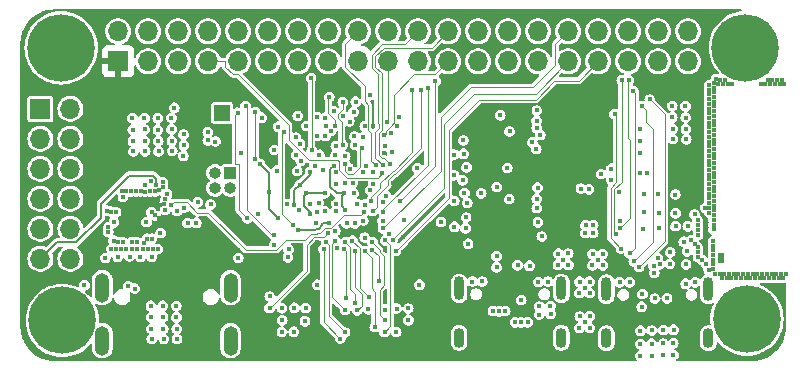
<source format=gbr>
%TF.GenerationSoftware,KiCad,Pcbnew,8.0.6*%
%TF.CreationDate,2024-11-20T09:34:47-08:00*%
%TF.ProjectId,SYNC-VT,53594e43-2d56-4542-9e6b-696361645f70,rev?*%
%TF.SameCoordinates,Original*%
%TF.FileFunction,Copper,L5,Inr*%
%TF.FilePolarity,Positive*%
%FSLAX46Y46*%
G04 Gerber Fmt 4.6, Leading zero omitted, Abs format (unit mm)*
G04 Created by KiCad (PCBNEW 8.0.6) date 2024-11-20 09:34:47*
%MOMM*%
%LPD*%
G01*
G04 APERTURE LIST*
%TA.AperFunction,ComponentPad*%
%ADD10O,1.250000X2.500000*%
%TD*%
%TA.AperFunction,ComponentPad*%
%ADD11R,1.350000X1.350000*%
%TD*%
%TA.AperFunction,ComponentPad*%
%ADD12R,1.700000X1.700000*%
%TD*%
%TA.AperFunction,ComponentPad*%
%ADD13O,1.700000X1.700000*%
%TD*%
%TA.AperFunction,ComponentPad*%
%ADD14C,5.700000*%
%TD*%
%TA.AperFunction,ComponentPad*%
%ADD15R,1.000000X1.000000*%
%TD*%
%TA.AperFunction,ComponentPad*%
%ADD16O,1.000000X1.000000*%
%TD*%
%TA.AperFunction,ComponentPad*%
%ADD17R,0.500000X0.900000*%
%TD*%
%TA.AperFunction,ComponentPad*%
%ADD18O,0.900000X2.000000*%
%TD*%
%TA.AperFunction,ComponentPad*%
%ADD19O,0.900000X1.700000*%
%TD*%
%TA.AperFunction,ViaPad*%
%ADD20C,0.400000*%
%TD*%
%TA.AperFunction,Conductor*%
%ADD21C,0.090000*%
%TD*%
%TA.AperFunction,Conductor*%
%ADD22C,0.200000*%
%TD*%
G04 APERTURE END LIST*
D10*
%TO.N,GND*%
%TO.C,Jr1*%
X90870000Y-58315000D03*
X101720000Y-58315000D03*
X90870000Y-62815000D03*
X101720000Y-62815000D03*
%TD*%
D11*
%TO.N,VMR*%
%TO.C,J6*%
X101000000Y-43510000D03*
%TD*%
D12*
%TO.N,I1P*%
%TO.C,J4*%
X85620000Y-43180000D03*
D13*
%TO.N,I1N*%
X88160000Y-43180000D03*
%TO.N,O1P*%
X85620000Y-45720000D03*
%TO.N,O1N*%
X88160000Y-45720000D03*
%TO.N,O2P*%
X85620000Y-48260000D03*
%TO.N,O2N*%
X88160000Y-48260000D03*
%TO.N,I2P*%
X85620000Y-50800000D03*
%TO.N,I2N*%
X88160000Y-50800000D03*
%TO.N,IO5P*%
X85620000Y-53340000D03*
%TO.N,IO5N*%
X88160000Y-53340000D03*
%TO.N,IO6P*%
X85620000Y-55880000D03*
%TO.N,IO6N*%
X88160000Y-55880000D03*
%TD*%
D14*
%TO.N,GND*%
%TO.C,MT4*%
X87380000Y-38020000D03*
%TD*%
D15*
%TO.N,Net-(J7-Pin_1)*%
%TO.C,J7*%
X101690000Y-48600000D03*
D16*
%TO.N,Net-(J7-Pin_2)*%
X101690000Y-49870000D03*
%TO.N,Net-(J7-Pin_3)*%
X100420000Y-48600000D03*
%TO.N,Net-(J7-Pin_4)*%
X100420000Y-49870000D03*
%TD*%
D14*
%TO.N,GND*%
%TO.C,MT3*%
X145320000Y-37990000D03*
%TD*%
%TO.N,GND*%
%TO.C,MT1*%
X145440000Y-61000000D03*
%TD*%
D17*
%TO.N,GND*%
%TO.C,ANT1*%
X143258531Y-55779993D03*
%TD*%
D18*
%TO.N,GND*%
%TO.C,J2*%
X133540000Y-58450000D03*
D19*
X133540000Y-62620000D03*
D18*
X142180000Y-58450000D03*
D19*
X142180000Y-62620000D03*
%TD*%
D18*
%TO.N,GND*%
%TO.C,J3*%
X121080000Y-58385000D03*
D19*
X121080000Y-62555000D03*
D18*
X129720000Y-58385000D03*
D19*
X129720000Y-62555000D03*
%TD*%
D12*
%TO.N,+3V3*%
%TO.C,J1*%
X92220000Y-39160000D03*
D13*
%TO.N,+5V*%
X92220000Y-36620000D03*
%TO.N,GPIO0*%
X94760000Y-39160000D03*
%TO.N,+5V*%
X94760000Y-36620000D03*
%TO.N,GPIO1*%
X97300000Y-39160000D03*
%TO.N,GND*%
X97300000Y-36620000D03*
%TO.N,GPIO2*%
X99840000Y-39160000D03*
%TO.N,GPIO27*%
X99840000Y-36620000D03*
%TO.N,GND*%
X102380000Y-39160000D03*
%TO.N,GPIO26*%
X102380000Y-36620000D03*
%TO.N,GPIO3*%
X104920000Y-39160000D03*
%TO.N,GPIO25*%
X104920000Y-36620000D03*
%TO.N,GPIO4*%
X107460000Y-39160000D03*
%TO.N,GND*%
X107460000Y-36620000D03*
%TO.N,GPIO5*%
X110000000Y-39160000D03*
%TO.N,GPIO24*%
X110000000Y-36620000D03*
%TO.N,+3V3*%
X112540000Y-39160000D03*
%TO.N,GPIO23*%
X112540000Y-36620000D03*
%TO.N,GPIO6*%
X115080000Y-39160000D03*
%TO.N,GND*%
X115080000Y-36620000D03*
%TO.N,GPIO7*%
X117620000Y-39160000D03*
%TO.N,GPIO22*%
X117620000Y-36620000D03*
%TO.N,GPIO8*%
X120160000Y-39160000D03*
%TO.N,GPIO21*%
X120160000Y-36620000D03*
%TO.N,GND*%
X122700000Y-39160000D03*
%TO.N,GPIO20*%
X122700000Y-36620000D03*
%TO.N,GPIO9*%
X125240000Y-39160000D03*
%TO.N,GPIO19*%
X125240000Y-36620000D03*
%TO.N,GPIO10*%
X127780000Y-39160000D03*
%TO.N,GND*%
X127780000Y-36620000D03*
%TO.N,GPIO11*%
X130320000Y-39160000D03*
%TO.N,GPIO18*%
X130320000Y-36620000D03*
%TO.N,GPIO12*%
X132860000Y-39160000D03*
%TO.N,GND*%
X132860000Y-36620000D03*
%TO.N,GPIO13*%
X135400000Y-39160000D03*
%TO.N,GPIO17*%
X135400000Y-36620000D03*
%TO.N,GPIO14*%
X137940000Y-39160000D03*
%TO.N,GPIO16*%
X137940000Y-36620000D03*
%TO.N,GND*%
X140480000Y-39160000D03*
%TO.N,GPIO15*%
X140480000Y-36620000D03*
%TD*%
D14*
%TO.N,GND*%
%TO.C,MT2*%
X87480000Y-61100000D03*
%TD*%
D20*
%TO.N,GND*%
X137879320Y-55787848D03*
X143123531Y-57169993D03*
X142253531Y-49159993D03*
X142253531Y-42759993D03*
X105410000Y-54670000D03*
X141290000Y-55320000D03*
X95030000Y-51930000D03*
X115334058Y-45255000D03*
X136410000Y-64100000D03*
X107090018Y-62060018D03*
X142613531Y-42179993D03*
X142603531Y-54359993D03*
X148323531Y-57159993D03*
X147323531Y-57519993D03*
X139124999Y-43900000D03*
X141660000Y-56010000D03*
X92030000Y-51950000D03*
X141290000Y-53430000D03*
X96004999Y-60820000D03*
X91820000Y-54340000D03*
X142253531Y-51159993D03*
X109820000Y-44600000D03*
X142253531Y-45959993D03*
X142613531Y-41379993D03*
X95050000Y-62670000D03*
X148123531Y-57519993D03*
X91640000Y-55030000D03*
X112140000Y-43430000D03*
X146123531Y-57519993D03*
X128600000Y-57805000D03*
X131390000Y-49930000D03*
X141060000Y-57870000D03*
X107410000Y-53460000D03*
X139220000Y-64030000D03*
X142253531Y-48759993D03*
X148393531Y-40759993D03*
X142253531Y-41559993D03*
X97120000Y-59870000D03*
X142253531Y-43559993D03*
X140240000Y-42950000D03*
X142613531Y-46579993D03*
X142603531Y-55959993D03*
X142613531Y-49779993D03*
X109240000Y-47070000D03*
X142613531Y-49379993D03*
X94980000Y-59860000D03*
X95990000Y-59850000D03*
X148603531Y-41109993D03*
X144923531Y-57529993D03*
X145723531Y-57519993D03*
X146600000Y-41100000D03*
X97160000Y-61810000D03*
X142253531Y-41959993D03*
X142613531Y-44979993D03*
X142613531Y-50179993D03*
X137971579Y-52040318D03*
X107248315Y-45601712D03*
X143923531Y-57169993D03*
X139380000Y-50440000D03*
X95574999Y-44950000D03*
X142253531Y-44359993D03*
X143193531Y-40729993D03*
X142613531Y-43379993D03*
X142253531Y-41159993D03*
X111420000Y-47880000D03*
X145123531Y-57169993D03*
X142253531Y-46759993D03*
X142253531Y-45159993D03*
X96110000Y-51240000D03*
X142613531Y-51379993D03*
X94600000Y-52777501D03*
X144210000Y-41100000D03*
X93434999Y-44940000D03*
X94500000Y-46770000D03*
X148203531Y-41109993D03*
X142613531Y-40979993D03*
X92440000Y-55050000D03*
X96755001Y-45880000D03*
X95630000Y-46790000D03*
X140280000Y-44890000D03*
X93620000Y-58400000D03*
X142253531Y-47159993D03*
X106520000Y-51255000D03*
X115141889Y-53745150D03*
X93380000Y-54470000D03*
X94340000Y-55060000D03*
X94110000Y-50170000D03*
X122940000Y-50330000D03*
X147593531Y-40759993D03*
X142603531Y-55159993D03*
X92840000Y-55060000D03*
X115750018Y-62086818D03*
X139180000Y-45740000D03*
X136670000Y-53360000D03*
X142613531Y-51779993D03*
X142613531Y-45779993D03*
X120648494Y-48802589D03*
X136530000Y-59940000D03*
X142253531Y-48359993D03*
X127950000Y-45370000D03*
X92900000Y-50160000D03*
X125320000Y-50830000D03*
X137940000Y-50430000D03*
X93780000Y-55030000D03*
X138030000Y-53300000D03*
X147003531Y-41109993D03*
X139110000Y-42930000D03*
X107548672Y-51778673D03*
X89350000Y-58120000D03*
X95600000Y-45920000D03*
X138910000Y-56310000D03*
X142613531Y-46979993D03*
X140254999Y-43920000D03*
X94750000Y-55060000D03*
X104358437Y-43932709D03*
X136420000Y-61960000D03*
X142253531Y-51559993D03*
X106060018Y-60060018D03*
X126330000Y-59370000D03*
X140390000Y-55240000D03*
X142253531Y-42359993D03*
X147723531Y-57519993D03*
X145523531Y-57169993D03*
X117515000Y-48210002D03*
X102370018Y-55800018D03*
X147403531Y-41109993D03*
X145923531Y-57159993D03*
X138340000Y-63050000D03*
X137390000Y-61945001D03*
X141290000Y-54920000D03*
X93790000Y-54460000D03*
X94650000Y-54177499D03*
X140740000Y-54320000D03*
X144723531Y-57169993D03*
X107278204Y-47105000D03*
X117720018Y-58080016D03*
X143523531Y-57169993D03*
X141280000Y-52630000D03*
X94510000Y-50190000D03*
X127750002Y-52784998D03*
X136710000Y-51950000D03*
X96030000Y-61790000D03*
X142253531Y-47559993D03*
X142613531Y-53379993D03*
X142613531Y-48979993D03*
X142253531Y-45559993D03*
X142613531Y-45379993D03*
X132050000Y-49990000D03*
X143403531Y-41079993D03*
X95150000Y-55060000D03*
X146923531Y-57519993D03*
X142613531Y-52979993D03*
X142603531Y-54759993D03*
X144323531Y-57169993D03*
X97190000Y-62680000D03*
X143803531Y-41079993D03*
X91380000Y-53210000D03*
X109180000Y-51115000D03*
X93420000Y-43970000D03*
X122200000Y-57805000D03*
X96210000Y-50830000D03*
X94360000Y-54540000D03*
X95050000Y-54180000D03*
X139390000Y-52020000D03*
X95320000Y-50180000D03*
X105625006Y-48424982D03*
X147523531Y-57159993D03*
X146523531Y-57519993D03*
X92500000Y-50160000D03*
X142613531Y-43779993D03*
X142603531Y-56759993D03*
X93460000Y-45910000D03*
X142723531Y-57169993D03*
X91837985Y-52785484D03*
X138350000Y-64060000D03*
X92610000Y-54480000D03*
X148523531Y-57519993D03*
X142613531Y-50979993D03*
X142613531Y-52579993D03*
X142253531Y-44759993D03*
X147803531Y-41109993D03*
X95560000Y-43980000D03*
X121690000Y-48140000D03*
X140310000Y-45760000D03*
X138360000Y-61920000D03*
X142253531Y-43159993D03*
X142613531Y-48579993D03*
X95560000Y-55060000D03*
X142253531Y-50759993D03*
X110600000Y-47100000D03*
X136400000Y-63090000D03*
X142603531Y-55559993D03*
X114805018Y-60185693D03*
X109060018Y-58070018D03*
X141900000Y-51550000D03*
X139150000Y-44870000D03*
X93370000Y-55030000D03*
X142613531Y-44179993D03*
X137380000Y-64085001D03*
X142613531Y-44579993D03*
X143723531Y-57529993D03*
X137370000Y-63075001D03*
X141290000Y-53030000D03*
X144523531Y-57529993D03*
X126020000Y-56425000D03*
X145323531Y-57529993D03*
X127850000Y-59910000D03*
X142613531Y-50579993D03*
X142203531Y-56809993D03*
X91370000Y-53610000D03*
X148723531Y-57159993D03*
X142613531Y-46179993D03*
X96715001Y-43940000D03*
X96730000Y-44910000D03*
X142613531Y-41779993D03*
X91230000Y-51800000D03*
X134660000Y-57870000D03*
X106580000Y-55750000D03*
X92220000Y-54460000D03*
X96950000Y-43080000D03*
X142253531Y-50359993D03*
X143590000Y-40730000D03*
X142613531Y-42579993D03*
X144123531Y-57529993D03*
X94910000Y-50180000D03*
X139230000Y-61890000D03*
X142253531Y-43959993D03*
X97775001Y-46270000D03*
X146323531Y-57159993D03*
X97720000Y-47150000D03*
X142613531Y-47779993D03*
X142603531Y-56359993D03*
X142613531Y-52179993D03*
X142810000Y-40660000D03*
X96785001Y-46750000D03*
X142253531Y-51959993D03*
X96000000Y-49790000D03*
X92614797Y-50618388D03*
X124240000Y-55650000D03*
X95700000Y-50060000D03*
X142613531Y-42979993D03*
X147923531Y-57159993D03*
X113784954Y-48520099D03*
X136740000Y-50380000D03*
X92040000Y-55040000D03*
X137640000Y-59240000D03*
X146723531Y-57159993D03*
X104078392Y-52097795D03*
X97740000Y-45350000D03*
X94470000Y-45900000D03*
X141290000Y-55720000D03*
X97134999Y-60840000D03*
X112874040Y-46497020D03*
X120660000Y-50972410D03*
X127269189Y-46014688D03*
X139400000Y-53110000D03*
X139210000Y-63020000D03*
X113087357Y-54078114D03*
X94444999Y-44930000D03*
X94430000Y-43960000D03*
X93490000Y-46780000D03*
X142253531Y-47959993D03*
X133090000Y-48700000D03*
X147993531Y-40759993D03*
X142253531Y-46359993D03*
X141300000Y-53840000D03*
X107359094Y-48454337D03*
X147123531Y-57159993D03*
X111452298Y-49459848D03*
X96350000Y-50420000D03*
X95340000Y-52210000D03*
X93710000Y-50170000D03*
X110775848Y-54937728D03*
X141010000Y-54630000D03*
X143323531Y-57529993D03*
X142253531Y-49959993D03*
X142613531Y-48179993D03*
X147190000Y-40760000D03*
X142613531Y-47379993D03*
X95020000Y-61800000D03*
X143003531Y-41079993D03*
X142003531Y-56299993D03*
X91620000Y-51880000D03*
X114610015Y-51070015D03*
X142253531Y-49559993D03*
X93310000Y-50160000D03*
X94994999Y-60830000D03*
X96060000Y-62660000D03*
X128810000Y-59870000D03*
X110022690Y-52806637D03*
%TO.N,+3V3*%
X109043749Y-54480000D03*
X109090018Y-59120020D03*
X114782591Y-55092411D03*
X112311138Y-44449536D03*
X124260000Y-48320000D03*
X124760002Y-54110000D03*
X91180000Y-48460000D03*
X122696202Y-52530000D03*
X91920000Y-51320000D03*
X126347073Y-47577916D03*
X111596233Y-45539134D03*
X116736329Y-62086818D03*
X108070018Y-62050018D03*
X106598022Y-48464925D03*
X114749585Y-46917900D03*
X125520000Y-52120000D03*
X113825000Y-44643022D03*
X126850001Y-55285001D03*
X95590000Y-51680000D03*
X108165961Y-47980000D03*
X132210000Y-46820000D03*
X90760000Y-54430000D03*
X106382244Y-59347118D03*
X96970000Y-41070000D03*
X110069756Y-51299090D03*
X113910000Y-52650000D03*
X92310000Y-51360000D03*
X117750018Y-59130018D03*
X124127400Y-47113558D03*
X108135449Y-42804898D03*
X102607812Y-53791715D03*
X115510000Y-49460000D03*
X122470002Y-46480000D03*
X116305338Y-54005336D03*
X132180000Y-45870000D03*
X112790157Y-50349848D03*
X111345403Y-53593590D03*
X100930000Y-46330000D03*
X102360018Y-55120018D03*
X114805018Y-59093327D03*
X95710000Y-51300000D03*
X109093909Y-46363909D03*
X129930018Y-45030018D03*
X132270000Y-46200000D03*
X112260000Y-47900000D03*
X95670000Y-52440000D03*
X126540000Y-53984999D03*
X125288463Y-47578590D03*
X126810000Y-47990000D03*
%TO.N,SPI-D1*%
X103782224Y-47470957D03*
X109038880Y-43882407D03*
X103815852Y-43437709D03*
%TO.N,SPI-CLK*%
X105410000Y-53880000D03*
X102989599Y-42934599D03*
X111266258Y-43770902D03*
%TO.N,SPI-D2*%
X105420000Y-46660000D03*
X109750000Y-45450000D03*
%TO.N,SPI-D0*%
X106220000Y-45120000D03*
X109746203Y-43924622D03*
X107010000Y-53060000D03*
%TO.N,SPI-D3*%
X103141480Y-52455000D03*
X102320000Y-43510000D03*
X110441217Y-43355071D03*
%TO.N,SPI-CS*%
X102625000Y-46950000D03*
X107422327Y-43780001D03*
%TO.N,+1V0*%
X127610004Y-46590001D03*
X110490000Y-47990000D03*
X127630002Y-44190000D03*
X127645163Y-44790239D03*
X111439077Y-51708823D03*
X108447320Y-48509940D03*
X125351991Y-45100709D03*
X111342572Y-50349848D03*
X107570614Y-49634337D03*
X127660002Y-43320000D03*
X124560000Y-43720000D03*
X111428829Y-47213104D03*
X107116258Y-51362714D03*
X120648494Y-47054175D03*
%TO.N,+1V8*%
X105758021Y-52455000D03*
X105746241Y-44704131D03*
X105000000Y-50265000D03*
X119540000Y-52750000D03*
X110680000Y-49570000D03*
X108431309Y-52125000D03*
X127655001Y-50795001D03*
X108113790Y-50349813D03*
X109687439Y-50348786D03*
X110664549Y-51220197D03*
X120671622Y-53157645D03*
X106640000Y-55090000D03*
X124260000Y-49800000D03*
X127640000Y-51590000D03*
X127720000Y-49850000D03*
X107670546Y-47593439D03*
X128075002Y-53984999D03*
X104230000Y-47870000D03*
%TO.N,GNDA*%
X109527751Y-48387701D03*
%TO.N,VCCQ*%
X108840000Y-48050000D03*
%TO.N,MIO7*%
X110630000Y-46340000D03*
%TO.N,POR_B*%
X125150000Y-48190000D03*
X110220000Y-45070000D03*
%TO.N,Net-(U3A-INIT_B_0)*%
X107610000Y-46130000D03*
%TO.N,Net-(U3A-PROGRAM_B_0)*%
X108411978Y-51225000D03*
%TO.N,Net-(U3A-DONE_0)*%
X108983284Y-52831678D03*
%TO.N,Net-(U3D-PS_MIO8_500)*%
X108145000Y-44627461D03*
%TO.N,Net-(U3D-PS_CLK_500)*%
X109040000Y-45450000D03*
X111840000Y-48239536D03*
%TO.N,Net-(J7-Pin_3)*%
X110670000Y-48540000D03*
%TO.N,Net-(J7-Pin_2)*%
X109019707Y-51884606D03*
%TO.N,Net-(C1-Pad1)*%
X121520000Y-50310000D03*
%TO.N,Net-(R23-Pad2)*%
X121830000Y-54610000D03*
%TO.N,Net-(J7-Pin_4)*%
X110620000Y-51860000D03*
%TO.N,Net-(J7-Pin_1)*%
X109700000Y-51860000D03*
%TO.N,MIO32*%
X121626140Y-53303824D03*
X115391381Y-46854274D03*
%TO.N,MIO33*%
X112203206Y-45523902D03*
X121664663Y-52375337D03*
%TO.N,GPIO21*%
X115214903Y-47889959D03*
%TO.N,+5V*%
X130330000Y-56400000D03*
X124970000Y-60310000D03*
X131700000Y-58320000D03*
X131250000Y-58790000D03*
X93051167Y-58209127D03*
X131280000Y-57820000D03*
X123940000Y-60300000D03*
X132140000Y-58780000D03*
X124462500Y-60315000D03*
X130310000Y-55430000D03*
X132120000Y-57810000D03*
X129470000Y-55440000D03*
X127780000Y-57840000D03*
X129890000Y-55940000D03*
X95050000Y-55710000D03*
X92160000Y-55710000D03*
X123030000Y-57800000D03*
X129440000Y-56410000D03*
%TO.N,GPIO19*%
X114600000Y-52670000D03*
X116370337Y-52630337D03*
%TO.N,GPIO27*%
X134355000Y-53750000D03*
X111810000Y-44260000D03*
X134850000Y-40765000D03*
%TO.N,GPIO6*%
X115010000Y-44270000D03*
%TO.N,MIO29*%
X112284100Y-46252752D03*
X121756313Y-51143687D03*
%TO.N,GPIO5*%
X119062031Y-40827609D03*
X116040276Y-51000276D03*
%TO.N,MIO30*%
X121450000Y-46990000D03*
X115855000Y-44664326D03*
%TO.N,MIO31*%
X121440000Y-45860000D03*
X112897694Y-45607020D03*
%TO.N,MIO28*%
X115976786Y-43899920D03*
X121380000Y-49230000D03*
%TO.N,RAM_DQ6*%
X111415702Y-62113710D03*
X109820018Y-54465915D03*
%TO.N,~{RAM_CS0}*%
X109976360Y-53696637D03*
X105030018Y-60050018D03*
%TO.N,RAM_DQ7*%
X111000018Y-62630018D03*
X109592944Y-55021819D03*
%TO.N,RAM_CLK*%
X113731993Y-54489941D03*
X114780018Y-61090018D03*
X106090018Y-61090018D03*
%TO.N,RAM_DQ0*%
X116760018Y-60080018D03*
X108070018Y-60050018D03*
X112440018Y-60230018D03*
X112247633Y-55191525D03*
%TO.N,RAM_DQ5*%
X110601040Y-54363755D03*
X111423631Y-60217288D03*
%TO.N,~{RAM_RST}*%
X105050018Y-59070018D03*
X113479373Y-59100018D03*
X112035434Y-54350000D03*
%TO.N,RAM_DQ2*%
X114270020Y-57752599D03*
X113734881Y-55122155D03*
%TO.N,~{RAM_CLK}*%
X114820905Y-54303797D03*
X114761343Y-62090856D03*
X106070018Y-62070018D03*
%TO.N,RAM_DQ1*%
X113147081Y-55242548D03*
X108024753Y-61164080D03*
X113940222Y-61668710D03*
X116780018Y-61090018D03*
%TO.N,RAM_DQ3*%
X111357633Y-55084456D03*
X111509300Y-59182548D03*
%TO.N,RWDS*%
X107110018Y-60030018D03*
X112266740Y-59655582D03*
X111438144Y-54483590D03*
X115780018Y-60090018D03*
%TO.N,~{RAM_CS1}*%
X110588135Y-53499845D03*
X113385018Y-60155397D03*
%TO.N,GPIO8*%
X114738712Y-45428726D03*
%TO.N,GPIO1*%
X110082430Y-42178400D03*
X110570000Y-44650000D03*
%TO.N,GPIO0*%
X111219932Y-46213107D03*
X111220000Y-42610000D03*
%TO.N,GPIO24*%
X113170411Y-48027244D03*
%TO.N,GPIO4*%
X114660000Y-51930000D03*
X118412318Y-41458157D03*
%TO.N,GPIO22*%
X114617800Y-47948870D03*
%TO.N,GPIO11*%
X115450000Y-54260000D03*
%TO.N,GPIO3*%
X113760000Y-51840000D03*
X117819236Y-41546898D03*
%TO.N,GPIO2*%
X114560000Y-48610000D03*
%TO.N,GPIO26*%
X134707596Y-53264532D03*
X108590000Y-46670000D03*
X108536218Y-40585000D03*
X135449998Y-40762743D03*
%TO.N,GPIO12*%
X115720000Y-55220000D03*
%TO.N,GPIO23*%
X114000076Y-47959988D03*
%TO.N,GPIO25*%
X113625000Y-50981021D03*
X117121086Y-41625494D03*
%TO.N,GPIO18*%
X114624536Y-53303797D03*
%TO.N,HDMIscl*%
X94090000Y-55710000D03*
%TO.N,Net-(Jr1-HPD)*%
X91120000Y-55810000D03*
%TO.N,HDMIsda*%
X93170000Y-55690000D03*
%TO.N,XTAL_P*%
X140290000Y-56350000D03*
%TO.N,XTAL_N*%
X138945000Y-55328798D03*
%TO.N,+3.3VA*%
X141005470Y-52127500D03*
X140440000Y-53120000D03*
X127840000Y-60600000D03*
X128820000Y-60550000D03*
X140102176Y-54440001D03*
X134656986Y-52666668D03*
X126870000Y-61260000D03*
X125810000Y-61260000D03*
X126320000Y-61260000D03*
X138059998Y-56360000D03*
%TO.N,USB-*%
X137015000Y-48600000D03*
X137533479Y-56469729D03*
%TO.N,Net-(J2-CC2)*%
X138680000Y-59230000D03*
%TO.N,Net-(J2-CC1)*%
X136590000Y-58870000D03*
%TO.N,USB+*%
X136415000Y-48602659D03*
X137592942Y-57066777D03*
%TO.N,SDIO_D1*%
X114781120Y-46318726D03*
X134235145Y-43619084D03*
X134780000Y-55010000D03*
%TO.N,SDIO_D3*%
X112315000Y-42588076D03*
X136307112Y-56584263D03*
X137220000Y-42390000D03*
%TO.N,SDIO_D0*%
X135513035Y-55419112D03*
X135820000Y-41670000D03*
X113550000Y-42025000D03*
%TO.N,SDIO_D2*%
X136560000Y-42970000D03*
X135864258Y-56104260D03*
X113078307Y-44662398D03*
%TO.N,Net-(J3-CC2)*%
X127040000Y-56460000D03*
%TO.N,Net-(J3-CC1)*%
X124240000Y-56610000D03*
%TO.N,Net-(SS2FH10HM3/H2-A)*%
X135510000Y-57870000D03*
X132150000Y-61720000D03*
X140260000Y-57990000D03*
X131290000Y-60760000D03*
X131710000Y-61260000D03*
X131260000Y-61730000D03*
X132130000Y-60750000D03*
%TO.N,Net-(U10-LX)*%
X136415000Y-44919792D03*
X136415000Y-46910286D03*
X136415000Y-45890000D03*
%TO.N,+5VP*%
X131770000Y-53700000D03*
X132800000Y-55970000D03*
X133945000Y-48259074D03*
X134645000Y-50190000D03*
X132430000Y-53020000D03*
X132430000Y-53700000D03*
X132380000Y-55470000D03*
X133220000Y-55460000D03*
X133240000Y-56430000D03*
X133945000Y-49178388D03*
X132350000Y-56440000D03*
X131780000Y-53030000D03*
%TO.N,D0+*%
X113562544Y-50078130D03*
X97820000Y-51540000D03*
%TO.N,D2+*%
X100025441Y-51279663D03*
X113790000Y-49520000D03*
%TO.N,CK-*%
X96190000Y-51750000D03*
X112960000Y-52640000D03*
X95780000Y-53710000D03*
%TO.N,CK+*%
X96660000Y-51340000D03*
X113000000Y-51920000D03*
%TO.N,D2-*%
X112895064Y-48560336D03*
X98960000Y-51090000D03*
%TO.N,D1+*%
X98822163Y-52820000D03*
X111551079Y-52865000D03*
%TO.N,D1-*%
X112240218Y-52885779D03*
X98090000Y-52850000D03*
%TO.N,D0-*%
X114890958Y-50539851D03*
X97187078Y-51833637D03*
%TO.N,unconnected-(U3B-IO_L6N_T0_VREF_34-PadJ11)*%
X112155290Y-50349848D03*
%TO.N,unconnected-(U3B-IO_L6P_T0_34-PadH11)*%
X112069807Y-49459848D03*
%TO.N,unconnected-(U3B-IO_L11P_T1_SRCC_34-PadK11)*%
X112450200Y-51247704D03*
%TO.N,unconnected-(U3B-IO_L11N_T1_SRCC_34-PadK12)*%
X113082561Y-51289515D03*
%TO.N,Net-(Ue1-VREFN)*%
X99790000Y-45150000D03*
%TO.N,VMR*%
X99790914Y-45862570D03*
%TO.N,Net-(Ue1-VREFP)*%
X100440000Y-45950000D03*
%TO.N,IO5N*%
X94950767Y-49330626D03*
%TO.N,IO6N*%
X95974207Y-49385702D03*
%TO.N,IO5P*%
X94450000Y-49670000D03*
%TO.N,IO6P*%
X95445717Y-49669780D03*
%TD*%
D21*
%TO.N,~{RAM_RST}*%
X112673270Y-54987836D02*
X112035434Y-54350000D01*
X112704154Y-54987836D02*
X112673270Y-54987836D01*
X112708075Y-54991757D02*
X112704154Y-54987836D01*
X112702081Y-58322726D02*
X112702081Y-55058222D01*
X113479373Y-59100018D02*
X112702081Y-58322726D01*
X112708075Y-55052228D02*
X112708075Y-54991757D01*
%TO.N,RAM_DQ1*%
X113700018Y-58390140D02*
X113700018Y-55795485D01*
X113940222Y-58660344D02*
X113780018Y-58500140D01*
X113940222Y-61668710D02*
X113940222Y-58660344D01*
%TO.N,RAM_DQ2*%
X114270020Y-55657294D02*
X113734881Y-55122155D01*
%TO.N,RAM_DQ1*%
X113780018Y-58500140D02*
X113780018Y-58470140D01*
%TO.N,RAM_DQ2*%
X114270020Y-57752599D02*
X114270020Y-55657294D01*
%TO.N,RAM_CLK*%
X114715020Y-55654166D02*
X114337591Y-55276737D01*
%TO.N,RAM_DQ1*%
X113780018Y-58470140D02*
X113700018Y-58390140D01*
%TO.N,RAM_CLK*%
X114715020Y-58135138D02*
X114715020Y-55654166D01*
%TO.N,RAM_DQ1*%
X113700018Y-55795485D02*
X113147081Y-55242548D01*
%TO.N,GPIO18*%
X119510000Y-48418333D02*
X114624536Y-53303797D01*
%TO.N,RAM_CLK*%
X114337591Y-55095539D02*
X113731993Y-54489941D01*
%TO.N,GPIO18*%
X119510000Y-43898564D02*
X119510000Y-48418333D01*
X122054282Y-41354282D02*
X119510000Y-43898564D01*
%TO.N,RAM_CLK*%
X114360018Y-60670018D02*
X114360018Y-58490140D01*
%TO.N,GPIO18*%
X127305718Y-41354282D02*
X122054282Y-41354282D01*
X129225000Y-37715000D02*
X129225000Y-39435000D01*
%TO.N,RAM_CLK*%
X114337591Y-55276737D02*
X114337591Y-55095539D01*
%TO.N,GPIO18*%
X130320000Y-36620000D02*
X129225000Y-37715000D01*
%TO.N,~{RAM_RST}*%
X112702081Y-55058222D02*
X112708075Y-55052228D01*
%TO.N,~{RAM_CLK}*%
X115250018Y-54732910D02*
X114820905Y-54303797D01*
X115250018Y-61602181D02*
X115250018Y-54732910D01*
X114761343Y-62090856D02*
X115250018Y-61602181D01*
%TO.N,RAM_CLK*%
X114780018Y-61090018D02*
X114360018Y-60670018D01*
X114360018Y-58490140D02*
X114715020Y-58135138D01*
%TO.N,GPIO18*%
X129225000Y-39435000D02*
X127305718Y-41354282D01*
%TO.N,GND*%
X111395000Y-47905000D02*
X111395000Y-48425000D01*
D22*
X109579623Y-52806637D02*
X110022690Y-52806637D01*
X107410000Y-53460000D02*
X107470000Y-53400000D01*
D21*
X112705000Y-46666060D02*
X112874040Y-46497020D01*
X111420000Y-47880000D02*
X111395000Y-47905000D01*
X111654536Y-48684536D02*
X112104790Y-48684536D01*
X112705000Y-48084326D02*
X112705000Y-46666060D01*
D22*
X109483284Y-53038785D02*
X109483284Y-52902976D01*
X109190391Y-53331678D02*
X109483284Y-53038785D01*
D21*
X112104790Y-48684536D02*
X112705000Y-48084326D01*
D22*
X108938322Y-53331678D02*
X109190391Y-53331678D01*
X108870000Y-53400000D02*
X108938322Y-53331678D01*
X107470000Y-53400000D02*
X108870000Y-53400000D01*
D21*
X111395000Y-48425000D02*
X111654536Y-48684536D01*
D22*
X109483284Y-52902976D02*
X109579623Y-52806637D01*
%TO.N,+3V3*%
X111719932Y-46789932D02*
X112260000Y-47330000D01*
X112260000Y-47330000D02*
X112260000Y-47900000D01*
X111719932Y-46006673D02*
X111719932Y-46789932D01*
X111596233Y-45882974D02*
X111719932Y-46006673D01*
X111596233Y-45539134D02*
X111596233Y-45882974D01*
D21*
%TO.N,SPI-D1*%
X103782224Y-47470957D02*
X103815852Y-47437329D01*
X103815852Y-47437329D02*
X103815852Y-43437709D01*
%TO.N,SPI-CLK*%
X103120000Y-51768729D02*
X103120000Y-43065000D01*
X105410000Y-53880000D02*
X105231271Y-53880000D01*
X103120000Y-43065000D02*
X102989599Y-42934599D01*
X105231271Y-53880000D02*
X103120000Y-51768729D01*
%TO.N,SPI-D0*%
X106074101Y-45265899D02*
X106220000Y-45120000D01*
X106075000Y-52125000D02*
X106075000Y-49227096D01*
X106074101Y-49226197D02*
X106074101Y-45265899D01*
X106075000Y-49227096D02*
X106074101Y-49226197D01*
X107010000Y-53060000D02*
X106075000Y-52125000D01*
%TO.N,SPI-D3*%
X102435000Y-51748520D02*
X103141480Y-52455000D01*
X102320000Y-43510000D02*
X102130000Y-43700000D01*
X102130000Y-47855000D02*
X102435000Y-47855000D01*
X102130000Y-43700000D02*
X102130000Y-47855000D01*
X102435000Y-47855000D02*
X102435000Y-51748520D01*
D22*
%TO.N,+1V0*%
X110490000Y-47990000D02*
X110180000Y-48300000D01*
X110752741Y-50349848D02*
X111342572Y-50349848D01*
X111342572Y-50349848D02*
X111159895Y-50532525D01*
X110180000Y-49777107D02*
X110752741Y-50349848D01*
X111159895Y-50532525D02*
X111159895Y-51008436D01*
X111164549Y-51427304D02*
X111161054Y-51430800D01*
X108447320Y-48509940D02*
X108447320Y-48757631D01*
X108447320Y-48757631D02*
X107570614Y-49634337D01*
X111161054Y-51430800D02*
X111439077Y-51708823D01*
X107116258Y-51362714D02*
X107116258Y-50088693D01*
X111159895Y-51008436D02*
X111164549Y-51013090D01*
X110180000Y-48300000D02*
X110180000Y-49777107D01*
X111164549Y-51013090D02*
X111164549Y-51427304D01*
X107116258Y-50088693D02*
X107570614Y-49634337D01*
%TO.N,+1V8*%
X108114817Y-50348786D02*
X108113790Y-50349813D01*
X108431309Y-51954202D02*
X108431309Y-52125000D01*
X105000000Y-48640000D02*
X105000000Y-51696979D01*
X108113790Y-50349813D02*
X107911978Y-50551625D01*
X104230000Y-47870000D02*
X105000000Y-48640000D01*
X107911978Y-50551625D02*
X107911978Y-51434871D01*
X107911978Y-51434871D02*
X108431309Y-51954202D01*
X109687439Y-50348786D02*
X108114817Y-50348786D01*
X105000000Y-51696979D02*
X105758021Y-52455000D01*
D21*
%TO.N,GPIO21*%
X114554386Y-44983726D02*
X114293712Y-45244400D01*
X114687844Y-47362900D02*
X115214903Y-47889959D01*
X114560000Y-44979386D02*
X114555660Y-44983726D01*
X114555486Y-47362900D02*
X114687844Y-47362900D01*
X114560000Y-40188564D02*
X114560000Y-44979386D01*
X113985000Y-39613564D02*
X114560000Y-40188564D01*
X114555660Y-44983726D02*
X114554386Y-44983726D01*
X113985000Y-38705000D02*
X113985000Y-39613564D01*
X120160000Y-36620000D02*
X118775000Y-38005000D01*
X114293712Y-45244400D02*
X114293712Y-47101126D01*
X118775000Y-38005000D02*
X114685000Y-38005000D01*
X114685000Y-38005000D02*
X113985000Y-38705000D01*
X114293712Y-47101126D02*
X114555486Y-47362900D01*
%TO.N,GPIO27*%
X134850000Y-49350122D02*
X134850000Y-40765000D01*
X134200000Y-50000122D02*
X134850000Y-49350122D01*
X134355000Y-53750000D02*
X134200000Y-53595000D01*
X134200000Y-53595000D02*
X134200000Y-50000122D01*
%TO.N,GPIO6*%
X115080000Y-39160000D02*
X115080000Y-44200000D01*
X115080000Y-44200000D02*
X115010000Y-44270000D01*
%TO.N,GPIO5*%
X116040276Y-51000276D02*
X119017105Y-48023447D01*
X119017105Y-40872535D02*
X119062031Y-40827609D01*
X119017105Y-48023447D02*
X119017105Y-40872535D01*
%TO.N,RAM_DQ6*%
X110040848Y-54686745D02*
X109820018Y-54465915D01*
X110050018Y-60748026D02*
X110050018Y-55251346D01*
X110040848Y-55242176D02*
X110040848Y-54686745D01*
X110050018Y-55251346D02*
X110040848Y-55242176D01*
X111415702Y-62113710D02*
X110050018Y-60748026D01*
%TO.N,~{RAM_CS0}*%
X108170122Y-56909914D02*
X108170122Y-54671852D01*
X109637997Y-54035000D02*
X109976360Y-53696637D01*
X108170122Y-54671852D02*
X108806974Y-54035000D01*
X105030018Y-60050018D02*
X108170122Y-56909914D01*
X108806974Y-54035000D02*
X109637997Y-54035000D01*
%TO.N,RAM_DQ7*%
X111000018Y-62630018D02*
X109605018Y-61235018D01*
X109605018Y-55033893D02*
X109592944Y-55021819D01*
X109605018Y-61235018D02*
X109605018Y-55033893D01*
%TO.N,RAM_DQ0*%
X112440018Y-60230018D02*
X112820018Y-59850018D01*
X112259154Y-55203046D02*
X112247633Y-55191525D01*
X112259154Y-58289921D02*
X112259154Y-55203046D01*
X112820018Y-59850018D02*
X112820018Y-58850785D01*
X112820018Y-58850785D02*
X112259154Y-58289921D01*
%TO.N,RAM_DQ5*%
X110330848Y-55122054D02*
X110330848Y-54753402D01*
X110345385Y-55136591D02*
X110330848Y-55122054D01*
X111423631Y-60217288D02*
X110345385Y-59139042D01*
X110345385Y-54738865D02*
X110345385Y-54619410D01*
X110345385Y-54619410D02*
X110601040Y-54363755D01*
X110345385Y-59139042D02*
X110345385Y-55136591D01*
X110330848Y-54753402D02*
X110345385Y-54738865D01*
%TO.N,RAM_DQ3*%
X111509300Y-59182548D02*
X111509300Y-55236123D01*
X111509300Y-55236123D02*
X111357633Y-55084456D01*
%TO.N,RWDS*%
X111818075Y-54863521D02*
X111438144Y-54483590D01*
X111802633Y-55284224D02*
X111802633Y-55007199D01*
X111818075Y-54991757D02*
X111818075Y-54863521D01*
X111802633Y-55007199D02*
X111818075Y-54991757D01*
X111801612Y-55285245D02*
X111802633Y-55284224D01*
X111801612Y-58431612D02*
X111801612Y-55285245D01*
X112270018Y-58900018D02*
X111801612Y-58431612D01*
X112270018Y-59652304D02*
X112270018Y-58900018D01*
X112266740Y-59655582D02*
X112270018Y-59652304D01*
%TO.N,GPIO8*%
X115531786Y-44358214D02*
X115410000Y-44480000D01*
X115531786Y-41978214D02*
X115531786Y-44358214D01*
X117255000Y-40255000D02*
X115531786Y-41978214D01*
X115410000Y-44540890D02*
X114850000Y-45100890D01*
X119065000Y-40255000D02*
X117255000Y-40255000D01*
X120160000Y-39160000D02*
X119065000Y-40255000D01*
X115410000Y-44480000D02*
X115410000Y-44540890D01*
X114850000Y-45317438D02*
X114738712Y-45428726D01*
X114850000Y-45100890D02*
X114850000Y-45317438D01*
%TO.N,GPIO1*%
X109996217Y-43539397D02*
X109996217Y-42264613D01*
X109996217Y-42264613D02*
X110082430Y-42178400D01*
X110570000Y-44113180D02*
X109996217Y-43539397D01*
X110570000Y-44650000D02*
X110570000Y-44113180D01*
%TO.N,GPIO0*%
X110821258Y-43586576D02*
X110821258Y-43955228D01*
X110821258Y-43955228D02*
X111151233Y-44285203D01*
X111151233Y-44285203D02*
X111151233Y-46144408D01*
X111220000Y-43187834D02*
X110821258Y-43586576D01*
X111220000Y-42610000D02*
X111220000Y-43187834D01*
X111151233Y-46144408D02*
X111219932Y-46213107D01*
%TO.N,GPIO4*%
X114660000Y-51694328D02*
X118405356Y-47948972D01*
X118405356Y-41465119D02*
X118412318Y-41458157D01*
X114660000Y-51930000D02*
X114660000Y-51694328D01*
X118405356Y-47948972D02*
X118405356Y-41465119D01*
%TO.N,GPIO22*%
X114564878Y-37715000D02*
X113695000Y-38584878D01*
X113990000Y-47321070D02*
X114617800Y-47948870D01*
X114188680Y-44377376D02*
X114270000Y-44458696D01*
X113990000Y-45107348D02*
X113990000Y-47321070D01*
X114270000Y-44827348D02*
X113990000Y-45107348D01*
X114270000Y-44458696D02*
X114270000Y-44827348D01*
X114188680Y-40227366D02*
X114188680Y-44377376D01*
X117620000Y-36620000D02*
X116525000Y-37715000D01*
X113695000Y-38584878D02*
X113695000Y-39733686D01*
X113695000Y-39733686D02*
X114188680Y-40227366D01*
X116525000Y-37715000D02*
X114564878Y-37715000D01*
%TO.N,GPIO11*%
X127570000Y-41910000D02*
X122349878Y-41910000D01*
X130320000Y-39160000D02*
X127570000Y-41910000D01*
X122349878Y-41910000D02*
X119830000Y-44429878D01*
X119830000Y-44429878D02*
X119830000Y-49851348D01*
X119830000Y-49851348D02*
X115450000Y-54231348D01*
X115450000Y-54231348D02*
X115450000Y-54260000D01*
%TO.N,GPIO3*%
X114130000Y-50560000D02*
X115060206Y-49629794D01*
X113760000Y-51840000D02*
X114130000Y-51470000D01*
X114130000Y-51470000D02*
X114130000Y-50560000D01*
X115664448Y-48695000D02*
X117819236Y-46540212D01*
X117819236Y-46540212D02*
X117819236Y-41546898D01*
X115585122Y-48695000D02*
X115664448Y-48695000D01*
X115060206Y-49219916D02*
X115585122Y-48695000D01*
X115060206Y-49629794D02*
X115060206Y-49219916D01*
%TO.N,GPIO2*%
X101285000Y-39613564D02*
X101285000Y-39175000D01*
X101285000Y-39175000D02*
X101270000Y-39160000D01*
X106665000Y-44555000D02*
X102365000Y-40255000D01*
X111565214Y-49005336D02*
X110935000Y-48375122D01*
X110784326Y-47545000D02*
X108355000Y-47545000D01*
X114164664Y-49005336D02*
X111565214Y-49005336D01*
X106665000Y-45855000D02*
X106665000Y-44555000D01*
X114560000Y-48610000D02*
X114164664Y-49005336D01*
X108355000Y-47545000D02*
X106665000Y-45855000D01*
X110935000Y-47695674D02*
X110784326Y-47545000D01*
X102365000Y-40255000D02*
X101926436Y-40255000D01*
X110935000Y-48375122D02*
X110935000Y-47695674D01*
X101270000Y-39160000D02*
X99840000Y-39160000D01*
X101926436Y-40255000D02*
X101285000Y-39613564D01*
%TO.N,GPIO26*%
X135372431Y-40840310D02*
X135449998Y-40762743D01*
X108590000Y-40638782D02*
X108536218Y-40585000D01*
X135567245Y-45857367D02*
X135372431Y-45662553D01*
X135567245Y-52404883D02*
X135567245Y-45857367D01*
X134707596Y-53264532D02*
X135567245Y-52404883D01*
X135372431Y-45662553D02*
X135372431Y-40840310D01*
X108590000Y-46670000D02*
X108590000Y-40638782D01*
%TO.N,GPIO12*%
X131195000Y-40825000D02*
X132860000Y-39160000D01*
X122780000Y-42420000D02*
X127550000Y-42420000D01*
X127550000Y-42420000D02*
X129145000Y-40825000D01*
X129145000Y-40825000D02*
X131195000Y-40825000D01*
X120203494Y-44996506D02*
X122780000Y-42420000D01*
X120203494Y-50736506D02*
X120203494Y-44996506D01*
X115720000Y-55220000D02*
X120203494Y-50736506D01*
%TO.N,GPIO23*%
X113635000Y-47594912D02*
X113635000Y-45206966D01*
X111445000Y-37715000D02*
X112540000Y-36620000D01*
X113380000Y-44951966D02*
X113380000Y-42820000D01*
X113105000Y-41273564D02*
X111445000Y-39613564D01*
X113635000Y-45206966D02*
X113380000Y-44951966D01*
X113105000Y-42545000D02*
X113105000Y-41273564D01*
X114000076Y-47959988D02*
X113635000Y-47594912D01*
X111445000Y-39613564D02*
X111445000Y-37715000D01*
X113380000Y-42820000D02*
X113105000Y-42545000D01*
%TO.N,GPIO25*%
X114370000Y-49909878D02*
X114370000Y-49500000D01*
X113625000Y-50981021D02*
X113625000Y-50654878D01*
X114370000Y-49500000D02*
X115465000Y-48405000D01*
X115465000Y-48405000D02*
X115544326Y-48405000D01*
X113625000Y-50654878D02*
X114370000Y-49909878D01*
X115544326Y-48405000D02*
X117121086Y-46828240D01*
X117121086Y-46828240D02*
X117121086Y-41625494D01*
%TO.N,SDIO_D1*%
X134780000Y-55010000D02*
X133910000Y-54140000D01*
X133910000Y-54140000D02*
X133910000Y-49880000D01*
X134390000Y-43773939D02*
X134235145Y-43619084D01*
X134390000Y-49400000D02*
X134390000Y-43773939D01*
X133910000Y-49880000D02*
X134390000Y-49400000D01*
%TO.N,SDIO_D3*%
X138480000Y-54411375D02*
X136307112Y-56584263D01*
X137220000Y-42390000D02*
X138480000Y-43650000D01*
X138480000Y-43650000D02*
X138480000Y-54411375D01*
%TO.N,SDIO_D0*%
X135970000Y-54962147D02*
X135513035Y-55419112D01*
X135970000Y-41820000D02*
X135970000Y-54962147D01*
X135820000Y-41670000D02*
X135970000Y-41820000D01*
%TO.N,SDIO_D2*%
X136560000Y-42970000D02*
X136890000Y-43300000D01*
X136890000Y-43300000D02*
X136890000Y-44290000D01*
X137526579Y-54441939D02*
X135864258Y-56104260D01*
X136890000Y-44290000D02*
X137526579Y-44926579D01*
X137526579Y-44926579D02*
X137526579Y-54441939D01*
%TO.N,CK+*%
X109333295Y-53676678D02*
X109081226Y-53676678D01*
X98881193Y-51971867D02*
X98004326Y-51095000D01*
X113000000Y-51920000D02*
X112766178Y-52153822D01*
X109758336Y-53251637D02*
X109333295Y-53676678D01*
X108050000Y-54260000D02*
X106449326Y-54260000D01*
X98004326Y-51095000D02*
X96905000Y-51095000D01*
X111304831Y-52153822D02*
X110207016Y-53251637D01*
X109081226Y-53676678D02*
X109012904Y-53745000D01*
X108565000Y-53745000D02*
X108050000Y-54260000D01*
X110207016Y-53251637D02*
X109758336Y-53251637D01*
X112766178Y-52153822D02*
X111304831Y-52153822D01*
X96905000Y-51095000D02*
X96660000Y-51340000D01*
X99845657Y-51971867D02*
X98881193Y-51971867D01*
X102988790Y-55115000D02*
X99845657Y-51971867D01*
X105594326Y-55115000D02*
X102988790Y-55115000D01*
X106449326Y-54260000D02*
X105594326Y-55115000D01*
X109012904Y-53745000D02*
X108565000Y-53745000D01*
D22*
%TO.N,IO6P*%
X95157874Y-48830626D02*
X95450767Y-49123519D01*
X90730000Y-52396346D02*
X90730000Y-51222893D01*
X95450767Y-49123519D02*
X95450767Y-49602126D01*
X90730000Y-51222893D02*
X93122267Y-48830626D01*
X93122267Y-48830626D02*
X95157874Y-48830626D01*
X87010000Y-54490000D02*
X88636346Y-54490000D01*
X95450767Y-49602126D02*
X95414415Y-49638478D01*
X85620000Y-55880000D02*
X87010000Y-54490000D01*
X88636346Y-54490000D02*
X90730000Y-52396346D01*
%TD*%
%TA.AperFunction,Conductor*%
%TO.N,+3V3*%
G36*
X114932844Y-58439866D02*
G01*
X114954518Y-58492192D01*
X114954518Y-59661974D01*
X114932844Y-59714300D01*
X114880518Y-59735974D01*
X114869994Y-59735222D01*
X114869792Y-59735193D01*
X114869790Y-59735193D01*
X114740246Y-59735193D01*
X114740244Y-59735193D01*
X114740042Y-59735222D01*
X114739928Y-59735193D01*
X114734954Y-59735193D01*
X114734954Y-59733922D01*
X114685165Y-59721209D01*
X114656270Y-59672498D01*
X114655518Y-59661974D01*
X114655518Y-58643192D01*
X114677192Y-58590866D01*
X114828192Y-58439866D01*
X114880518Y-58418192D01*
X114932844Y-58439866D01*
G37*
%TD.AperFunction*%
%TA.AperFunction,Conductor*%
G36*
X114232851Y-52095232D02*
G01*
X114251704Y-52120417D01*
X114277115Y-52176059D01*
X114277120Y-52176067D01*
X114313543Y-52218101D01*
X114331428Y-52271839D01*
X114306076Y-52322486D01*
X114305844Y-52322660D01*
X114301950Y-52326034D01*
X114217119Y-52423935D01*
X114217118Y-52423936D01*
X114217118Y-52423937D01*
X114202932Y-52454999D01*
X114163302Y-52541776D01*
X114144867Y-52670000D01*
X114163302Y-52798223D01*
X114163302Y-52798224D01*
X114163303Y-52798226D01*
X114216273Y-52914212D01*
X114217119Y-52916065D01*
X114217121Y-52916067D01*
X114248773Y-52952596D01*
X114266659Y-53006335D01*
X114248778Y-53049511D01*
X114241655Y-53057732D01*
X114241654Y-53057733D01*
X114187838Y-53175573D01*
X114169403Y-53303797D01*
X114187838Y-53432020D01*
X114187838Y-53432021D01*
X114187839Y-53432023D01*
X114241654Y-53549860D01*
X114326487Y-53647764D01*
X114435467Y-53717801D01*
X114559764Y-53754297D01*
X114590651Y-53754297D01*
X114642977Y-53775971D01*
X114664651Y-53828297D01*
X114642977Y-53880623D01*
X114630658Y-53890550D01*
X114522859Y-53959828D01*
X114522855Y-53959831D01*
X114438024Y-54057732D01*
X114438023Y-54057733D01*
X114438023Y-54057734D01*
X114425764Y-54084578D01*
X114384207Y-54175573D01*
X114365772Y-54303797D01*
X114384207Y-54432020D01*
X114384207Y-54432021D01*
X114384208Y-54432023D01*
X114438023Y-54549860D01*
X114522856Y-54647764D01*
X114631836Y-54717801D01*
X114756133Y-54754297D01*
X114822853Y-54754297D01*
X114875179Y-54775971D01*
X114932844Y-54833636D01*
X114954518Y-54885962D01*
X114954518Y-55297112D01*
X114932844Y-55349438D01*
X114880518Y-55371112D01*
X114828192Y-55349438D01*
X114654765Y-55176011D01*
X114633091Y-55123685D01*
X114633091Y-55056634D01*
X114633090Y-55056633D01*
X114632567Y-55054680D01*
X114632563Y-55054667D01*
X114621263Y-55012494D01*
X114621263Y-55012493D01*
X114617974Y-55000218D01*
X114612953Y-54981480D01*
X114574050Y-54914098D01*
X114519032Y-54859080D01*
X114208638Y-54548686D01*
X114186964Y-54496360D01*
X114187126Y-54494099D01*
X114187126Y-54489942D01*
X114184003Y-54468223D01*
X114168690Y-54361715D01*
X114114875Y-54243878D01*
X114030042Y-54145974D01*
X113936820Y-54086064D01*
X113921061Y-54075936D01*
X113796765Y-54039441D01*
X113667221Y-54039441D01*
X113667219Y-54039441D01*
X113624146Y-54052087D01*
X113567834Y-54046031D01*
X113532297Y-54001930D01*
X113530053Y-53991614D01*
X113524054Y-53949888D01*
X113470239Y-53832051D01*
X113385406Y-53734147D01*
X113314401Y-53688515D01*
X113276425Y-53664109D01*
X113152129Y-53627614D01*
X113022585Y-53627614D01*
X112898288Y-53664109D01*
X112789311Y-53734145D01*
X112789307Y-53734148D01*
X112704476Y-53832049D01*
X112704475Y-53832050D01*
X112704475Y-53832051D01*
X112684966Y-53874770D01*
X112650659Y-53949890D01*
X112632224Y-54078114D01*
X112650659Y-54206337D01*
X112650659Y-54206338D01*
X112650660Y-54206340D01*
X112704475Y-54324177D01*
X112789308Y-54422081D01*
X112898288Y-54492118D01*
X113022585Y-54528614D01*
X113152129Y-54528614D01*
X113195201Y-54515967D01*
X113251514Y-54522022D01*
X113287052Y-54566122D01*
X113289295Y-54576435D01*
X113295296Y-54618167D01*
X113308812Y-54647762D01*
X113332611Y-54699875D01*
X113334632Y-54756477D01*
X113296039Y-54797929D01*
X113244450Y-54801619D01*
X113211853Y-54792048D01*
X113082309Y-54792048D01*
X113003812Y-54815096D01*
X112947499Y-54809041D01*
X112930639Y-54796419D01*
X112885601Y-54751382D01*
X112885591Y-54751374D01*
X112878178Y-54747094D01*
X112878176Y-54747094D01*
X112820957Y-54714058D01*
X112805633Y-54702299D01*
X112512079Y-54408745D01*
X112490405Y-54356419D01*
X112490567Y-54354158D01*
X112490567Y-54350001D01*
X112487121Y-54326033D01*
X112472131Y-54221774D01*
X112418316Y-54103937D01*
X112333483Y-54006033D01*
X112252468Y-53953968D01*
X112224502Y-53935995D01*
X112100206Y-53899500D01*
X111970662Y-53899500D01*
X111846365Y-53935995D01*
X111737388Y-54006031D01*
X111737379Y-54006038D01*
X111702281Y-54046543D01*
X111651635Y-54071894D01*
X111625510Y-54069085D01*
X111502917Y-54033090D01*
X111502916Y-54033090D01*
X111373372Y-54033090D01*
X111249075Y-54069585D01*
X111140098Y-54139621D01*
X111140090Y-54139627D01*
X111119786Y-54163060D01*
X111069139Y-54188412D01*
X111015401Y-54170525D01*
X110996549Y-54145341D01*
X110983922Y-54117692D01*
X110899089Y-54019788D01*
X110852590Y-53989905D01*
X110820289Y-53943383D01*
X110830345Y-53887646D01*
X110852588Y-53865402D01*
X110886184Y-53843812D01*
X110971017Y-53745908D01*
X111024832Y-53628071D01*
X111043268Y-53499845D01*
X111024832Y-53371619D01*
X110971017Y-53253782D01*
X110886184Y-53155878D01*
X110875877Y-53149254D01*
X110862676Y-53140770D01*
X110830376Y-53094246D01*
X110840433Y-53038509D01*
X110850354Y-53026197D01*
X110980804Y-52895747D01*
X111033129Y-52874074D01*
X111085455Y-52895748D01*
X111106376Y-52937543D01*
X111114381Y-52993223D01*
X111114381Y-52993224D01*
X111114382Y-52993226D01*
X111168197Y-53111063D01*
X111253030Y-53208967D01*
X111362010Y-53279004D01*
X111486307Y-53315500D01*
X111615851Y-53315500D01*
X111740148Y-53279004D01*
X111843383Y-53212658D01*
X111899119Y-53202603D01*
X111939312Y-53226450D01*
X111942162Y-53229739D01*
X111942165Y-53229741D01*
X111942169Y-53229746D01*
X112051149Y-53299783D01*
X112175446Y-53336279D01*
X112304990Y-53336279D01*
X112429287Y-53299783D01*
X112538267Y-53229746D01*
X112623100Y-53131842D01*
X112648649Y-53075898D01*
X112690099Y-53037306D01*
X112746700Y-53039327D01*
X112755958Y-53044381D01*
X112770931Y-53054004D01*
X112895228Y-53090500D01*
X113024772Y-53090500D01*
X113149069Y-53054004D01*
X113258049Y-52983967D01*
X113342882Y-52886063D01*
X113396697Y-52768226D01*
X113415133Y-52640000D01*
X113396697Y-52511774D01*
X113342882Y-52393937D01*
X113342880Y-52393935D01*
X113342880Y-52393934D01*
X113342879Y-52393932D01*
X113306146Y-52351540D01*
X113288261Y-52297802D01*
X113306146Y-52254622D01*
X113359469Y-52193082D01*
X113410115Y-52167731D01*
X113456230Y-52183077D01*
X113457498Y-52181105D01*
X113461950Y-52183966D01*
X113461951Y-52183967D01*
X113570931Y-52254004D01*
X113695228Y-52290500D01*
X113824772Y-52290500D01*
X113949069Y-52254004D01*
X114058049Y-52183967D01*
X114128467Y-52102698D01*
X114179112Y-52077347D01*
X114232851Y-52095232D01*
G37*
%TD.AperFunction*%
%TA.AperFunction,Conductor*%
G36*
X119886320Y-50317579D02*
G01*
X119907994Y-50369905D01*
X119907994Y-50583454D01*
X119886320Y-50635780D01*
X115968954Y-54553145D01*
X115916628Y-54574819D01*
X115864302Y-54553145D01*
X115842628Y-54500819D01*
X115849316Y-54470078D01*
X115886697Y-54388226D01*
X115890508Y-54361717D01*
X115905133Y-54260000D01*
X115902122Y-54239060D01*
X115916129Y-54184183D01*
X115923036Y-54176210D01*
X119781669Y-50317578D01*
X119833994Y-50295905D01*
X119886320Y-50317579D01*
G37*
%TD.AperFunction*%
%TA.AperFunction,Conductor*%
G36*
X110261364Y-50354153D02*
G01*
X110537529Y-50630318D01*
X110546990Y-50635780D01*
X110568884Y-50648421D01*
X110603363Y-50693355D01*
X110595970Y-50749507D01*
X110552732Y-50783510D01*
X110475480Y-50806192D01*
X110366503Y-50876228D01*
X110366499Y-50876231D01*
X110281668Y-50974132D01*
X110281667Y-50974133D01*
X110281667Y-50974134D01*
X110268447Y-51003082D01*
X110227851Y-51091973D01*
X110209416Y-51220197D01*
X110227851Y-51348420D01*
X110227851Y-51348421D01*
X110227852Y-51348423D01*
X110272412Y-51445995D01*
X110281667Y-51466260D01*
X110284529Y-51470713D01*
X110283247Y-51471536D01*
X110299269Y-51519668D01*
X110281383Y-51562850D01*
X110237121Y-51613932D01*
X110237117Y-51613938D01*
X110227312Y-51635408D01*
X110185859Y-51674001D01*
X110129258Y-51671978D01*
X110092688Y-51635408D01*
X110087308Y-51623628D01*
X110082882Y-51613937D01*
X109998049Y-51516033D01*
X109926851Y-51470277D01*
X109889068Y-51445995D01*
X109764772Y-51409500D01*
X109655908Y-51409500D01*
X109603582Y-51387826D01*
X109581908Y-51335500D01*
X109588595Y-51304759D01*
X109616697Y-51243226D01*
X109635133Y-51115000D01*
X109616697Y-50986774D01*
X109578906Y-50904026D01*
X109576886Y-50847426D01*
X109615479Y-50805973D01*
X109646220Y-50799286D01*
X109752211Y-50799286D01*
X109876508Y-50762790D01*
X109985488Y-50692753D01*
X110070321Y-50594849D01*
X110124136Y-50477012D01*
X110135791Y-50395947D01*
X110164691Y-50347239D01*
X110219569Y-50333232D01*
X110261364Y-50354153D01*
G37*
%TD.AperFunction*%
%TA.AperFunction,Conductor*%
G36*
X113333478Y-49322510D02*
G01*
X113355152Y-49374836D01*
X113353481Y-49386452D01*
X113354056Y-49386535D01*
X113334867Y-49520000D01*
X113350333Y-49627575D01*
X113336326Y-49682453D01*
X113317095Y-49700358D01*
X113264497Y-49734161D01*
X113264494Y-49734164D01*
X113179663Y-49832065D01*
X113125846Y-49949906D01*
X113107411Y-50078130D01*
X113125846Y-50206353D01*
X113125846Y-50206354D01*
X113125847Y-50206356D01*
X113179662Y-50324193D01*
X113264495Y-50422097D01*
X113318812Y-50457004D01*
X113351114Y-50503527D01*
X113350283Y-50538410D01*
X113340745Y-50574002D01*
X113340746Y-50574003D01*
X113333107Y-50602513D01*
X113332708Y-50604004D01*
X113330967Y-50610500D01*
X113328244Y-50620662D01*
X113327307Y-50620411D01*
X113312141Y-50654144D01*
X113242117Y-50734958D01*
X113214351Y-50795757D01*
X113172898Y-50834350D01*
X113147039Y-50839015D01*
X113017789Y-50839015D01*
X112893492Y-50875510D01*
X112837997Y-50911175D01*
X112782260Y-50921231D01*
X112752781Y-50906475D01*
X112752702Y-50906599D01*
X112751553Y-50905860D01*
X112749530Y-50904848D01*
X112748254Y-50903742D01*
X112748249Y-50903737D01*
X112677924Y-50858542D01*
X112639268Y-50833699D01*
X112514970Y-50797203D01*
X112514647Y-50797157D01*
X112514485Y-50797061D01*
X112509894Y-50795713D01*
X112510238Y-50794541D01*
X112465938Y-50768258D01*
X112451930Y-50713380D01*
X112469252Y-50675450D01*
X112481433Y-50661392D01*
X112538172Y-50595911D01*
X112591987Y-50478074D01*
X112610423Y-50349848D01*
X112591987Y-50221622D01*
X112538172Y-50103785D01*
X112453339Y-50005881D01*
X112350252Y-49939631D01*
X112317952Y-49893109D01*
X112328008Y-49837371D01*
X112350250Y-49815129D01*
X112367856Y-49803815D01*
X112452689Y-49705911D01*
X112506504Y-49588074D01*
X112524940Y-49459848D01*
X112514231Y-49385366D01*
X112528238Y-49330490D01*
X112576947Y-49301589D01*
X112587478Y-49300836D01*
X113281152Y-49300836D01*
X113333478Y-49322510D01*
G37*
%TD.AperFunction*%
%TA.AperFunction,Conductor*%
G36*
X106495927Y-46103827D02*
G01*
X107020525Y-46628425D01*
X107042199Y-46680751D01*
X107020525Y-46733077D01*
X107008209Y-46743002D01*
X106980159Y-46761029D01*
X106980154Y-46761034D01*
X106895323Y-46858935D01*
X106895322Y-46858936D01*
X106895322Y-46858937D01*
X106874772Y-46903935D01*
X106841506Y-46976776D01*
X106823071Y-47105000D01*
X106841506Y-47233223D01*
X106841506Y-47233224D01*
X106841507Y-47233226D01*
X106895322Y-47351063D01*
X106980155Y-47448967D01*
X107064522Y-47503186D01*
X107089135Y-47519004D01*
X107164174Y-47541037D01*
X107208274Y-47576575D01*
X107216573Y-47601509D01*
X107233848Y-47721662D01*
X107233848Y-47721663D01*
X107233849Y-47721665D01*
X107276975Y-47816097D01*
X107287665Y-47839504D01*
X107287667Y-47839506D01*
X107327124Y-47885043D01*
X107345009Y-47938782D01*
X107319657Y-47989428D01*
X107292046Y-48004505D01*
X107170025Y-48040332D01*
X107061048Y-48110368D01*
X107061044Y-48110371D01*
X106976213Y-48208272D01*
X106976212Y-48208273D01*
X106976212Y-48208274D01*
X106955064Y-48254582D01*
X106922396Y-48326113D01*
X106903961Y-48454337D01*
X106922396Y-48582560D01*
X106922396Y-48582561D01*
X106922397Y-48582563D01*
X106976212Y-48700400D01*
X107061045Y-48798304D01*
X107170025Y-48868341D01*
X107294322Y-48904837D01*
X107423866Y-48904837D01*
X107548163Y-48868341D01*
X107657143Y-48798304D01*
X107741976Y-48700400D01*
X107795791Y-48582563D01*
X107814227Y-48454337D01*
X107795791Y-48326111D01*
X107741976Y-48208274D01*
X107741974Y-48208272D01*
X107741974Y-48208271D01*
X107741973Y-48208269D01*
X107702515Y-48162732D01*
X107684630Y-48108993D01*
X107709982Y-48058347D01*
X107737591Y-48043271D01*
X107859615Y-48007443D01*
X107968595Y-47937406D01*
X108053428Y-47839502D01*
X108065654Y-47812729D01*
X108107107Y-47774137D01*
X108163708Y-47776158D01*
X108169967Y-47779385D01*
X108173558Y-47781458D01*
X108173559Y-47781459D01*
X108240941Y-47820362D01*
X108251927Y-47823305D01*
X108260230Y-47825531D01*
X108260234Y-47825531D01*
X108260236Y-47825532D01*
X108297476Y-47835510D01*
X108316095Y-47840500D01*
X108316096Y-47840500D01*
X108316097Y-47840500D01*
X108329587Y-47840500D01*
X108381913Y-47862174D01*
X108403587Y-47914500D01*
X108402834Y-47925031D01*
X108390320Y-48012071D01*
X108361420Y-48060780D01*
X108337921Y-48072543D01*
X108258251Y-48095935D01*
X108149274Y-48165971D01*
X108149270Y-48165974D01*
X108064439Y-48263875D01*
X108064438Y-48263876D01*
X108064438Y-48263877D01*
X108046131Y-48303963D01*
X108010622Y-48381716D01*
X107992187Y-48509940D01*
X108010623Y-48638167D01*
X108011979Y-48642785D01*
X108005928Y-48699098D01*
X107993304Y-48715963D01*
X107546137Y-49163131D01*
X107510514Y-49180964D01*
X107510920Y-49182346D01*
X107381545Y-49220332D01*
X107272568Y-49290368D01*
X107272564Y-49290371D01*
X107187733Y-49388272D01*
X107187732Y-49388273D01*
X107187732Y-49388274D01*
X107153067Y-49464180D01*
X107133918Y-49506109D01*
X107133915Y-49506117D01*
X107125793Y-49562601D01*
X107104873Y-49604394D01*
X106835787Y-49873481D01*
X106803447Y-49929498D01*
X106803446Y-49929500D01*
X106797596Y-49939632D01*
X106789644Y-49953405D01*
X106789642Y-49953408D01*
X106765758Y-50042546D01*
X106765758Y-50758788D01*
X106744084Y-50811114D01*
X106691758Y-50832788D01*
X106670911Y-50829791D01*
X106584773Y-50804500D01*
X106584772Y-50804500D01*
X106455228Y-50804500D01*
X106455226Y-50804500D01*
X106455024Y-50804529D01*
X106454910Y-50804500D01*
X106449936Y-50804500D01*
X106449936Y-50803229D01*
X106400147Y-50790516D01*
X106371252Y-50741805D01*
X106370500Y-50731281D01*
X106370500Y-49188196D01*
X106370234Y-49186176D01*
X106369601Y-49176516D01*
X106369601Y-46156153D01*
X106391275Y-46103827D01*
X106443601Y-46082153D01*
X106495927Y-46103827D01*
G37*
%TD.AperFunction*%
%TA.AperFunction,Conductor*%
G36*
X118088182Y-46793818D02*
G01*
X118109856Y-46846144D01*
X118109856Y-47795919D01*
X118088182Y-47848245D01*
X117988719Y-47947707D01*
X117936393Y-47969381D01*
X117884067Y-47947707D01*
X117880467Y-47943841D01*
X117879427Y-47942641D01*
X117813049Y-47866035D01*
X117723638Y-47808574D01*
X117704068Y-47795997D01*
X117579772Y-47759502D01*
X117450228Y-47759502D01*
X117325931Y-47795997D01*
X117216954Y-47866033D01*
X117216950Y-47866036D01*
X117132119Y-47963937D01*
X117132118Y-47963938D01*
X117132118Y-47963939D01*
X117115393Y-48000562D01*
X117078302Y-48081778D01*
X117059867Y-48210002D01*
X117078302Y-48338225D01*
X117078302Y-48338226D01*
X117078303Y-48338228D01*
X117132118Y-48456065D01*
X117216951Y-48553969D01*
X117216953Y-48553970D01*
X117216954Y-48553971D01*
X117240454Y-48569074D01*
X117272756Y-48615597D01*
X117262700Y-48671334D01*
X117252773Y-48683653D01*
X115456971Y-50479455D01*
X115404645Y-50501129D01*
X115352319Y-50479455D01*
X115331398Y-50437659D01*
X115329161Y-50422098D01*
X115327655Y-50411625D01*
X115273840Y-50293788D01*
X115189007Y-50195884D01*
X115097632Y-50137161D01*
X115065332Y-50090639D01*
X115075388Y-50034901D01*
X115085309Y-50022589D01*
X115296665Y-49811235D01*
X115302127Y-49801774D01*
X115335568Y-49743853D01*
X115347452Y-49699500D01*
X115352223Y-49681695D01*
X115355706Y-49668700D01*
X115355706Y-49372967D01*
X115377379Y-49320642D01*
X115695028Y-49002992D01*
X115728200Y-48983841D01*
X115742564Y-48979993D01*
X115778507Y-48970362D01*
X115845889Y-48931459D01*
X115900907Y-48876441D01*
X117983530Y-46793818D01*
X118035856Y-46772144D01*
X118088182Y-46793818D01*
G37*
%TD.AperFunction*%
%TA.AperFunction,Conductor*%
G36*
X112839327Y-42702552D02*
G01*
X112865073Y-42723048D01*
X112865111Y-42723011D01*
X112865439Y-42723339D01*
X112867293Y-42724815D01*
X112868539Y-42726439D01*
X113062826Y-42920726D01*
X113084500Y-42973052D01*
X113084500Y-44137898D01*
X113062826Y-44190224D01*
X113018408Y-44208622D01*
X113018771Y-44211145D01*
X113013537Y-44211897D01*
X112889238Y-44248393D01*
X112780261Y-44318429D01*
X112780257Y-44318432D01*
X112695426Y-44416333D01*
X112695425Y-44416334D01*
X112695425Y-44416335D01*
X112688956Y-44430500D01*
X112641609Y-44534174D01*
X112623174Y-44662398D01*
X112641609Y-44790621D01*
X112641609Y-44790622D01*
X112641610Y-44790624D01*
X112695425Y-44908461D01*
X112780258Y-45006365D01*
X112820831Y-45032440D01*
X112853133Y-45078962D01*
X112843077Y-45134699D01*
X112801672Y-45165694D01*
X112708628Y-45193013D01*
X112708627Y-45193014D01*
X112636650Y-45239271D01*
X112580913Y-45249327D01*
X112540717Y-45225477D01*
X112501258Y-45179938D01*
X112501256Y-45179937D01*
X112501255Y-45179935D01*
X112418535Y-45126774D01*
X112392274Y-45109897D01*
X112267978Y-45073402D01*
X112138434Y-45073402D01*
X112014137Y-45109897D01*
X111905160Y-45179933D01*
X111905156Y-45179936D01*
X111820325Y-45277837D01*
X111820324Y-45277838D01*
X111820324Y-45277839D01*
X111802867Y-45316064D01*
X111766508Y-45395678D01*
X111748073Y-45523902D01*
X111766508Y-45652125D01*
X111766508Y-45652126D01*
X111766509Y-45652128D01*
X111820324Y-45769965D01*
X111905157Y-45867869D01*
X111908047Y-45869726D01*
X111940347Y-45916250D01*
X111930290Y-45971987D01*
X111923965Y-45980436D01*
X111901219Y-46006687D01*
X111901218Y-46006688D01*
X111847402Y-46124528D01*
X111828967Y-46252752D01*
X111847402Y-46380975D01*
X111847402Y-46380976D01*
X111847403Y-46380978D01*
X111901218Y-46498815D01*
X111986051Y-46596719D01*
X112091090Y-46664223D01*
X112095031Y-46666756D01*
X112219328Y-46703252D01*
X112335500Y-46703252D01*
X112387826Y-46724926D01*
X112409500Y-46777252D01*
X112409500Y-47931272D01*
X112387826Y-47983598D01*
X112346861Y-48024563D01*
X112294535Y-48046237D01*
X112242209Y-48024563D01*
X112227222Y-48002977D01*
X112226119Y-48000562D01*
X112222882Y-47993473D01*
X112138049Y-47895569D01*
X112059469Y-47845069D01*
X112029068Y-47825531D01*
X111901329Y-47788025D01*
X111857229Y-47752487D01*
X111854877Y-47747790D01*
X111802882Y-47633937D01*
X111773566Y-47600104D01*
X111755682Y-47546366D01*
X111773567Y-47503187D01*
X111811711Y-47459167D01*
X111865526Y-47341330D01*
X111883962Y-47213104D01*
X111865526Y-47084878D01*
X111811711Y-46967041D01*
X111726878Y-46869137D01*
X111642882Y-46815156D01*
X111617897Y-46799099D01*
X111493601Y-46762604D01*
X111450190Y-46762604D01*
X111397864Y-46740930D01*
X111376190Y-46688604D01*
X111397864Y-46636278D01*
X111410180Y-46626352D01*
X111517981Y-46557074D01*
X111602814Y-46459170D01*
X111656629Y-46341333D01*
X111675065Y-46213107D01*
X111656629Y-46084881D01*
X111602814Y-45967044D01*
X111517981Y-45869140D01*
X111516005Y-45867870D01*
X111480725Y-45845196D01*
X111448424Y-45798673D01*
X111446733Y-45782944D01*
X111446733Y-44697574D01*
X111468407Y-44645248D01*
X111520733Y-44623574D01*
X111560737Y-44635319D01*
X111620931Y-44674004D01*
X111745228Y-44710500D01*
X111874772Y-44710500D01*
X111999069Y-44674004D01*
X112108049Y-44603967D01*
X112192882Y-44506063D01*
X112246697Y-44388226D01*
X112265133Y-44260000D01*
X112246697Y-44131774D01*
X112192882Y-44013937D01*
X112192880Y-44013935D01*
X112192880Y-44013934D01*
X112192878Y-44013932D01*
X112178526Y-43997368D01*
X112160641Y-43943629D01*
X112185993Y-43892983D01*
X112213603Y-43877906D01*
X112329069Y-43844004D01*
X112438049Y-43773967D01*
X112522882Y-43676063D01*
X112576697Y-43558226D01*
X112595133Y-43430000D01*
X112576697Y-43301774D01*
X112522882Y-43183937D01*
X112522880Y-43183935D01*
X112522880Y-43183934D01*
X112522878Y-43183932D01*
X112468853Y-43121583D01*
X112450967Y-43067844D01*
X112476318Y-43017198D01*
X112499395Y-43004598D01*
X112499251Y-43004281D01*
X112503689Y-43002253D01*
X112503936Y-43002118D01*
X112504069Y-43002080D01*
X112613049Y-42932043D01*
X112697882Y-42834139D01*
X112741275Y-42739121D01*
X112782725Y-42700531D01*
X112839327Y-42702552D01*
G37*
%TD.AperFunction*%
%TA.AperFunction,Conductor*%
G36*
X110817198Y-45069525D02*
G01*
X110852736Y-45113626D01*
X110855733Y-45134473D01*
X110855733Y-45837909D01*
X110834059Y-45890235D01*
X110781733Y-45911909D01*
X110760885Y-45908912D01*
X110694772Y-45889500D01*
X110565228Y-45889500D01*
X110440931Y-45925995D01*
X110331954Y-45996031D01*
X110331950Y-45996034D01*
X110247119Y-46093935D01*
X110247118Y-46093936D01*
X110247118Y-46093937D01*
X110240406Y-46108634D01*
X110193302Y-46211776D01*
X110174867Y-46340000D01*
X110193302Y-46468223D01*
X110193302Y-46468224D01*
X110193303Y-46468226D01*
X110242520Y-46575995D01*
X110247119Y-46586065D01*
X110247121Y-46586067D01*
X110271297Y-46613968D01*
X110306130Y-46654168D01*
X110306292Y-46654354D01*
X110324178Y-46708093D01*
X110303172Y-46750089D01*
X110305417Y-46752034D01*
X110301952Y-46756031D01*
X110301951Y-46756033D01*
X110265391Y-46798226D01*
X110217119Y-46853935D01*
X110217118Y-46853936D01*
X110217118Y-46853937D01*
X110194094Y-46904353D01*
X110163302Y-46971776D01*
X110147641Y-47080704D01*
X110144867Y-47100000D01*
X110148313Y-47123965D01*
X110154208Y-47164969D01*
X110140201Y-47219847D01*
X110091492Y-47248747D01*
X110080961Y-47249500D01*
X109754726Y-47249500D01*
X109702400Y-47227826D01*
X109680726Y-47175500D01*
X109681479Y-47164969D01*
X109685346Y-47138066D01*
X109695133Y-47070000D01*
X109676697Y-46941774D01*
X109622882Y-46823937D01*
X109538049Y-46726033D01*
X109443733Y-46665420D01*
X109429068Y-46655995D01*
X109304772Y-46619500D01*
X109175228Y-46619500D01*
X109175227Y-46619500D01*
X109125376Y-46634137D01*
X109069064Y-46628082D01*
X109033526Y-46583981D01*
X109031282Y-46573664D01*
X109027904Y-46550169D01*
X109026697Y-46541774D01*
X108972882Y-46423937D01*
X108972880Y-46423935D01*
X108972880Y-46423934D01*
X108972878Y-46423932D01*
X108903574Y-46343949D01*
X108885500Y-46295490D01*
X108885500Y-45973000D01*
X108907174Y-45920674D01*
X108959500Y-45899000D01*
X108970028Y-45899753D01*
X108975225Y-45900500D01*
X108975228Y-45900500D01*
X109104772Y-45900500D01*
X109229069Y-45864004D01*
X109338049Y-45793967D01*
X109339074Y-45792783D01*
X109339876Y-45792382D01*
X109342049Y-45790500D01*
X109342529Y-45791054D01*
X109389720Y-45767432D01*
X109443459Y-45785317D01*
X109450926Y-45792784D01*
X109451947Y-45793963D01*
X109451948Y-45793964D01*
X109451951Y-45793967D01*
X109560931Y-45864004D01*
X109685228Y-45900500D01*
X109814772Y-45900500D01*
X109939069Y-45864004D01*
X110048049Y-45793967D01*
X110132882Y-45696063D01*
X110186697Y-45578226D01*
X110186697Y-45578222D01*
X110186699Y-45578219D01*
X110188042Y-45573648D01*
X110223582Y-45529550D01*
X110259043Y-45520500D01*
X110284772Y-45520500D01*
X110409069Y-45484004D01*
X110518049Y-45413967D01*
X110602882Y-45316063D01*
X110656697Y-45198226D01*
X110665565Y-45136544D01*
X110694465Y-45087835D01*
X110717961Y-45076073D01*
X110759069Y-45064004D01*
X110759070Y-45064003D01*
X110760886Y-45063470D01*
X110817198Y-45069525D01*
G37*
%TD.AperFunction*%
%TA.AperFunction,Conductor*%
G36*
X114684061Y-46759746D02*
G01*
X114716346Y-46769226D01*
X114716348Y-46769226D01*
X114845894Y-46769226D01*
X114851133Y-46768473D01*
X114851523Y-46771192D01*
X114898808Y-46776261D01*
X114934359Y-46820351D01*
X114936611Y-46851742D01*
X114936248Y-46854269D01*
X114936248Y-46854273D01*
X114936248Y-46854274D01*
X114937111Y-46860278D01*
X114954683Y-46982497D01*
X114954683Y-46982498D01*
X114954684Y-46982500D01*
X114977184Y-47031767D01*
X114978450Y-47034539D01*
X114980471Y-47091140D01*
X114941878Y-47132593D01*
X114885277Y-47134614D01*
X114873826Y-47128274D01*
X114873485Y-47128866D01*
X114865001Y-47123968D01*
X114855056Y-47118226D01*
X114829966Y-47103740D01*
X114801904Y-47087538D01*
X114801900Y-47087537D01*
X114762928Y-47077094D01*
X114726750Y-47067400D01*
X114726748Y-47067400D01*
X114726747Y-47067400D01*
X114708538Y-47067400D01*
X114656212Y-47045726D01*
X114610886Y-47000400D01*
X114589212Y-46948074D01*
X114589212Y-46830748D01*
X114610886Y-46778422D01*
X114663212Y-46756748D01*
X114684061Y-46759746D01*
G37*
%TD.AperFunction*%
%TA.AperFunction,Conductor*%
G36*
X113881432Y-42435475D02*
G01*
X113893180Y-42475483D01*
X113893180Y-44416282D01*
X113898294Y-44435369D01*
X113913317Y-44491432D01*
X113913318Y-44491436D01*
X113943768Y-44544176D01*
X113952221Y-44558817D01*
X113952826Y-44559422D01*
X113952991Y-44559821D01*
X113955174Y-44562666D01*
X113954411Y-44563250D01*
X113974500Y-44611748D01*
X113974500Y-44674296D01*
X113952826Y-44726622D01*
X113815017Y-44864431D01*
X113762691Y-44886105D01*
X113710365Y-44864431D01*
X113697174Y-44851240D01*
X113675500Y-44798914D01*
X113675500Y-42781095D01*
X113675499Y-42781094D01*
X113655363Y-42705944D01*
X113655361Y-42705939D01*
X113632299Y-42665995D01*
X113616459Y-42638559D01*
X113578219Y-42600319D01*
X113556545Y-42547993D01*
X113578219Y-42495667D01*
X113609697Y-42476990D01*
X113614771Y-42475500D01*
X113614772Y-42475500D01*
X113739069Y-42439004D01*
X113779172Y-42413230D01*
X113834909Y-42403174D01*
X113881432Y-42435475D01*
G37*
%TD.AperFunction*%
%TA.AperFunction,Conductor*%
G36*
X144992738Y-34782174D02*
G01*
X145014412Y-34834500D01*
X144992738Y-34886826D01*
X144952807Y-34907454D01*
X144628991Y-34962471D01*
X144340537Y-35045574D01*
X144326391Y-35049650D01*
X144294353Y-35058880D01*
X143972632Y-35192140D01*
X143972625Y-35192144D01*
X143873096Y-35247152D01*
X143667836Y-35360595D01*
X143383824Y-35562112D01*
X143383816Y-35562118D01*
X143124164Y-35794157D01*
X143124157Y-35794164D01*
X142892118Y-36053816D01*
X142892113Y-36053822D01*
X142892112Y-36053824D01*
X142690595Y-36337836D01*
X142597495Y-36506287D01*
X142522144Y-36642625D01*
X142522140Y-36642632D01*
X142388880Y-36964353D01*
X142292471Y-37298991D01*
X142234141Y-37642300D01*
X142214615Y-37990000D01*
X142234141Y-38337699D01*
X142292471Y-38681008D01*
X142303107Y-38717925D01*
X142379762Y-38984000D01*
X142388880Y-39015646D01*
X142522140Y-39337367D01*
X142522144Y-39337374D01*
X142522145Y-39337376D01*
X142690595Y-39642164D01*
X142892112Y-39926176D01*
X142892114Y-39926178D01*
X143068733Y-40123815D01*
X143087439Y-40177274D01*
X143062865Y-40228303D01*
X143009406Y-40247009D01*
X142992707Y-40244128D01*
X142874772Y-40209500D01*
X142745228Y-40209500D01*
X142620931Y-40245995D01*
X142511954Y-40316031D01*
X142511950Y-40316034D01*
X142427119Y-40413935D01*
X142373302Y-40531775D01*
X142367482Y-40572249D01*
X142338580Y-40620957D01*
X142334246Y-40623966D01*
X142315486Y-40636022D01*
X142315482Y-40636026D01*
X142273952Y-40683953D01*
X142223307Y-40709304D01*
X142218028Y-40709493D01*
X142188759Y-40709493D01*
X142064462Y-40745988D01*
X141955485Y-40816024D01*
X141955481Y-40816027D01*
X141870650Y-40913928D01*
X141816833Y-41031769D01*
X141798398Y-41159993D01*
X141816833Y-41288215D01*
X141816834Y-41288221D01*
X141835573Y-41329254D01*
X141837594Y-41385855D01*
X141835573Y-41390732D01*
X141816834Y-41431764D01*
X141816833Y-41431770D01*
X141798398Y-41559993D01*
X141816833Y-41688215D01*
X141816834Y-41688221D01*
X141835573Y-41729254D01*
X141837594Y-41785855D01*
X141835573Y-41790732D01*
X141816834Y-41831764D01*
X141816833Y-41831770D01*
X141798398Y-41959993D01*
X141816833Y-42088215D01*
X141816834Y-42088221D01*
X141835573Y-42129254D01*
X141837594Y-42185855D01*
X141835573Y-42190732D01*
X141816834Y-42231764D01*
X141816833Y-42231770D01*
X141798398Y-42359993D01*
X141816833Y-42488215D01*
X141816834Y-42488221D01*
X141835573Y-42529254D01*
X141837594Y-42585855D01*
X141835573Y-42590732D01*
X141816834Y-42631764D01*
X141816833Y-42631770D01*
X141798398Y-42759993D01*
X141816833Y-42888215D01*
X141816834Y-42888221D01*
X141835573Y-42929254D01*
X141837594Y-42985855D01*
X141835573Y-42990732D01*
X141816834Y-43031764D01*
X141816833Y-43031770D01*
X141798398Y-43159993D01*
X141816833Y-43288215D01*
X141816834Y-43288221D01*
X141835573Y-43329254D01*
X141837594Y-43385855D01*
X141835573Y-43390732D01*
X141816834Y-43431764D01*
X141816833Y-43431770D01*
X141798398Y-43559993D01*
X141816833Y-43688215D01*
X141816834Y-43688221D01*
X141835573Y-43729254D01*
X141837594Y-43785855D01*
X141835573Y-43790732D01*
X141816834Y-43831764D01*
X141816833Y-43831770D01*
X141798398Y-43959993D01*
X141816833Y-44088215D01*
X141816834Y-44088221D01*
X141835573Y-44129254D01*
X141837594Y-44185855D01*
X141835573Y-44190732D01*
X141816834Y-44231764D01*
X141816833Y-44231770D01*
X141798398Y-44359993D01*
X141816833Y-44488215D01*
X141816834Y-44488221D01*
X141835573Y-44529254D01*
X141837594Y-44585855D01*
X141835573Y-44590732D01*
X141816834Y-44631764D01*
X141816833Y-44631770D01*
X141798398Y-44759993D01*
X141816833Y-44888215D01*
X141816834Y-44888221D01*
X141835573Y-44929254D01*
X141837594Y-44985855D01*
X141835573Y-44990732D01*
X141816834Y-45031764D01*
X141816833Y-45031770D01*
X141798398Y-45159993D01*
X141816833Y-45288215D01*
X141816834Y-45288221D01*
X141835573Y-45329254D01*
X141837594Y-45385855D01*
X141835573Y-45390732D01*
X141816834Y-45431764D01*
X141816833Y-45431770D01*
X141798398Y-45559993D01*
X141816833Y-45688215D01*
X141816834Y-45688221D01*
X141835573Y-45729254D01*
X141837594Y-45785855D01*
X141835573Y-45790732D01*
X141816834Y-45831764D01*
X141816833Y-45831770D01*
X141798398Y-45959993D01*
X141816833Y-46088215D01*
X141816834Y-46088221D01*
X141835573Y-46129254D01*
X141837594Y-46185855D01*
X141835573Y-46190732D01*
X141816834Y-46231764D01*
X141816833Y-46231770D01*
X141798398Y-46359993D01*
X141816833Y-46488215D01*
X141816834Y-46488221D01*
X141835573Y-46529254D01*
X141837594Y-46585855D01*
X141835573Y-46590732D01*
X141816834Y-46631764D01*
X141816833Y-46631770D01*
X141798398Y-46759993D01*
X141816833Y-46888215D01*
X141816834Y-46888221D01*
X141835573Y-46929254D01*
X141837594Y-46985855D01*
X141835573Y-46990732D01*
X141816834Y-47031764D01*
X141816833Y-47031770D01*
X141798398Y-47159993D01*
X141816833Y-47288215D01*
X141816834Y-47288221D01*
X141835573Y-47329254D01*
X141837594Y-47385855D01*
X141835573Y-47390732D01*
X141816834Y-47431764D01*
X141816833Y-47431770D01*
X141798398Y-47559993D01*
X141816833Y-47688215D01*
X141816834Y-47688221D01*
X141835573Y-47729254D01*
X141837594Y-47785855D01*
X141835573Y-47790732D01*
X141816834Y-47831764D01*
X141816833Y-47831770D01*
X141798398Y-47959993D01*
X141816833Y-48088215D01*
X141816834Y-48088221D01*
X141835573Y-48129254D01*
X141837594Y-48185855D01*
X141835573Y-48190732D01*
X141816834Y-48231764D01*
X141816833Y-48231770D01*
X141798398Y-48359993D01*
X141816833Y-48488215D01*
X141816834Y-48488221D01*
X141835573Y-48529254D01*
X141837594Y-48585855D01*
X141835573Y-48590732D01*
X141816834Y-48631764D01*
X141816833Y-48631770D01*
X141798398Y-48759993D01*
X141816833Y-48888215D01*
X141816834Y-48888221D01*
X141835573Y-48929254D01*
X141837594Y-48985855D01*
X141835573Y-48990732D01*
X141816834Y-49031764D01*
X141816833Y-49031770D01*
X141798398Y-49159993D01*
X141816833Y-49288215D01*
X141816834Y-49288221D01*
X141835573Y-49329254D01*
X141837594Y-49385855D01*
X141835573Y-49390732D01*
X141816834Y-49431764D01*
X141816833Y-49431770D01*
X141798398Y-49559993D01*
X141816833Y-49688215D01*
X141816834Y-49688221D01*
X141835573Y-49729254D01*
X141837594Y-49785855D01*
X141835573Y-49790732D01*
X141816834Y-49831764D01*
X141816833Y-49831770D01*
X141798398Y-49959993D01*
X141816833Y-50088215D01*
X141816834Y-50088221D01*
X141835573Y-50129254D01*
X141837594Y-50185855D01*
X141835573Y-50190732D01*
X141816834Y-50231764D01*
X141816833Y-50231770D01*
X141798398Y-50359993D01*
X141816833Y-50488215D01*
X141816834Y-50488221D01*
X141835573Y-50529254D01*
X141837594Y-50585855D01*
X141835573Y-50590732D01*
X141816834Y-50631764D01*
X141816833Y-50631770D01*
X141798398Y-50759993D01*
X141816833Y-50888215D01*
X141816834Y-50888221D01*
X141835573Y-50929254D01*
X141837594Y-50985855D01*
X141835573Y-50990732D01*
X141816836Y-51031760D01*
X141816832Y-51031773D01*
X141812622Y-51061053D01*
X141783720Y-51109761D01*
X141760226Y-51121521D01*
X141710930Y-51135996D01*
X141710929Y-51135996D01*
X141601954Y-51206031D01*
X141601950Y-51206034D01*
X141517119Y-51303935D01*
X141517118Y-51303936D01*
X141517118Y-51303937D01*
X141502446Y-51336063D01*
X141463302Y-51421776D01*
X141444867Y-51550000D01*
X141463302Y-51678223D01*
X141463302Y-51678224D01*
X141463303Y-51678226D01*
X141517118Y-51796063D01*
X141601951Y-51893967D01*
X141710931Y-51964004D01*
X141735252Y-51971145D01*
X141757223Y-51977596D01*
X141801324Y-52013134D01*
X141809623Y-52038068D01*
X141816833Y-52088216D01*
X141816833Y-52088217D01*
X141816834Y-52088219D01*
X141870649Y-52206056D01*
X141955482Y-52303960D01*
X142064462Y-52373997D01*
X142100233Y-52384500D01*
X142121485Y-52390740D01*
X142165586Y-52426278D01*
X142173885Y-52472274D01*
X142159900Y-52569547D01*
X142158398Y-52579993D01*
X142162137Y-52605996D01*
X142176833Y-52708215D01*
X142176834Y-52708221D01*
X142195573Y-52749254D01*
X142197594Y-52805855D01*
X142195573Y-52810732D01*
X142176834Y-52851764D01*
X142176833Y-52851770D01*
X142158398Y-52979993D01*
X142176833Y-53108215D01*
X142176834Y-53108221D01*
X142195573Y-53149254D01*
X142197594Y-53205855D01*
X142195573Y-53210732D01*
X142176834Y-53251764D01*
X142176833Y-53251770D01*
X142158398Y-53379993D01*
X142176833Y-53508216D01*
X142176833Y-53508217D01*
X142176834Y-53508219D01*
X142230649Y-53626056D01*
X142315482Y-53723960D01*
X142424462Y-53793997D01*
X142436464Y-53797521D01*
X142480565Y-53833056D01*
X142486623Y-53889368D01*
X142451087Y-53933470D01*
X142436469Y-53939526D01*
X142414464Y-53945987D01*
X142305485Y-54016024D01*
X142305481Y-54016027D01*
X142220650Y-54113928D01*
X142220649Y-54113929D01*
X142220649Y-54113930D01*
X142199838Y-54159500D01*
X142166833Y-54231769D01*
X142148398Y-54359993D01*
X142166833Y-54488215D01*
X142166834Y-54488221D01*
X142185573Y-54529254D01*
X142187594Y-54585855D01*
X142185573Y-54590732D01*
X142166834Y-54631764D01*
X142166833Y-54631770D01*
X142148398Y-54759993D01*
X142166833Y-54888215D01*
X142166834Y-54888221D01*
X142185573Y-54929254D01*
X142187594Y-54985855D01*
X142185573Y-54990732D01*
X142166834Y-55031764D01*
X142166833Y-55031770D01*
X142148398Y-55159993D01*
X142166833Y-55288215D01*
X142166834Y-55288221D01*
X142185573Y-55329254D01*
X142187594Y-55385855D01*
X142185573Y-55390732D01*
X142166834Y-55431764D01*
X142166833Y-55431770D01*
X142148398Y-55559993D01*
X142166833Y-55688216D01*
X142168155Y-55692717D01*
X142162102Y-55749030D01*
X142118004Y-55784570D01*
X142061691Y-55778517D01*
X142041227Y-55762027D01*
X141958052Y-55666036D01*
X141958050Y-55666035D01*
X141958049Y-55666033D01*
X141852539Y-55598226D01*
X141849068Y-55595995D01*
X141763602Y-55570901D01*
X141719502Y-55535363D01*
X141713447Y-55479050D01*
X141717138Y-55469156D01*
X141718564Y-55466034D01*
X141726697Y-55448226D01*
X141745133Y-55320000D01*
X141726697Y-55191774D01*
X141707956Y-55150740D01*
X141705934Y-55094141D01*
X141707949Y-55089276D01*
X141726697Y-55048226D01*
X141745133Y-54920000D01*
X141726697Y-54791774D01*
X141672882Y-54673937D01*
X141588049Y-54576033D01*
X141508749Y-54525070D01*
X141479071Y-54505997D01*
X141479066Y-54505995D01*
X141476334Y-54505193D01*
X141475058Y-54504164D01*
X141474255Y-54503798D01*
X141474348Y-54503593D01*
X141432235Y-54469654D01*
X141429871Y-54464932D01*
X141423179Y-54450278D01*
X141392882Y-54383937D01*
X141392878Y-54383932D01*
X141391348Y-54381551D01*
X141391058Y-54379944D01*
X141390683Y-54379123D01*
X141390892Y-54379027D01*
X141381291Y-54325814D01*
X141413591Y-54279290D01*
X141432750Y-54270540D01*
X141489069Y-54254004D01*
X141598049Y-54183967D01*
X141682882Y-54086063D01*
X141736697Y-53968226D01*
X141755133Y-53840000D01*
X141736697Y-53711774D01*
X141710672Y-53654789D01*
X141708652Y-53598190D01*
X141710657Y-53593345D01*
X141726697Y-53558226D01*
X141745133Y-53430000D01*
X141726697Y-53301774D01*
X141707956Y-53260740D01*
X141705934Y-53204141D01*
X141707949Y-53199276D01*
X141726697Y-53158226D01*
X141745133Y-53030000D01*
X141726697Y-52901774D01*
X141725024Y-52898111D01*
X141702957Y-52849791D01*
X141700934Y-52793190D01*
X141702944Y-52788338D01*
X141716697Y-52758226D01*
X141735133Y-52630000D01*
X141716697Y-52501774D01*
X141662882Y-52383937D01*
X141578049Y-52286033D01*
X141489677Y-52229240D01*
X141457377Y-52182718D01*
X141456439Y-52156459D01*
X141460603Y-52127500D01*
X141442167Y-51999274D01*
X141388352Y-51881437D01*
X141303519Y-51783533D01*
X141222980Y-51731774D01*
X141194538Y-51713495D01*
X141070242Y-51677000D01*
X140940698Y-51677000D01*
X140816401Y-51713495D01*
X140707424Y-51783531D01*
X140707420Y-51783534D01*
X140622589Y-51881435D01*
X140568772Y-51999276D01*
X140550337Y-52127500D01*
X140568772Y-52255723D01*
X140568772Y-52255724D01*
X140568773Y-52255726D01*
X140622588Y-52373563D01*
X140707421Y-52471467D01*
X140786295Y-52522156D01*
X140795790Y-52528258D01*
X140828092Y-52574781D01*
X140829030Y-52601041D01*
X140825729Y-52624004D01*
X140824867Y-52630000D01*
X140825978Y-52637727D01*
X140833779Y-52691987D01*
X140819772Y-52746865D01*
X140771063Y-52775765D01*
X140720525Y-52764771D01*
X140629068Y-52705995D01*
X140504772Y-52669500D01*
X140375228Y-52669500D01*
X140250931Y-52705995D01*
X140141954Y-52776031D01*
X140141950Y-52776034D01*
X140057119Y-52873935D01*
X140057118Y-52873936D01*
X140057118Y-52873937D01*
X140042601Y-52905724D01*
X140003302Y-52991776D01*
X139993965Y-53056716D01*
X139965064Y-53105424D01*
X139934353Y-53113262D01*
X139978521Y-53139468D01*
X139992528Y-53173284D01*
X140003302Y-53248223D01*
X140003302Y-53248224D01*
X140003303Y-53248226D01*
X140057118Y-53366063D01*
X140141951Y-53463967D01*
X140250931Y-53534004D01*
X140375228Y-53570500D01*
X140504772Y-53570500D01*
X140629069Y-53534004D01*
X140734282Y-53466387D01*
X140790018Y-53456332D01*
X140836541Y-53488633D01*
X140847535Y-53518110D01*
X140853302Y-53558222D01*
X140853302Y-53558224D01*
X140853303Y-53558226D01*
X140859433Y-53571649D01*
X140879325Y-53615208D01*
X140881346Y-53671810D01*
X140879325Y-53676688D01*
X140863304Y-53711770D01*
X140863302Y-53711775D01*
X140849751Y-53806031D01*
X140820851Y-53854740D01*
X140776504Y-53869500D01*
X140675228Y-53869500D01*
X140550931Y-53905995D01*
X140441954Y-53976031D01*
X140441946Y-53976037D01*
X140402227Y-54021876D01*
X140351581Y-54047227D01*
X140306295Y-54035669D01*
X140291244Y-54025996D01*
X140166948Y-53989501D01*
X140037404Y-53989501D01*
X139913107Y-54025996D01*
X139804130Y-54096032D01*
X139804126Y-54096035D01*
X139719295Y-54193936D01*
X139719294Y-54193937D01*
X139719294Y-54193938D01*
X139700300Y-54235529D01*
X139665478Y-54311777D01*
X139647043Y-54440001D01*
X139665478Y-54568224D01*
X139665478Y-54568225D01*
X139665479Y-54568227D01*
X139719294Y-54686064D01*
X139804127Y-54783968D01*
X139913107Y-54854005D01*
X139974225Y-54871950D01*
X140018326Y-54907487D01*
X140024381Y-54963800D01*
X140009308Y-54991407D01*
X140007123Y-54993928D01*
X140007119Y-54993934D01*
X139953302Y-55111776D01*
X139934867Y-55240000D01*
X139953302Y-55368223D01*
X139953302Y-55368224D01*
X139953303Y-55368226D01*
X140007118Y-55486063D01*
X140091951Y-55583967D01*
X140200931Y-55654004D01*
X140325228Y-55690500D01*
X140454772Y-55690500D01*
X140579069Y-55654004D01*
X140688049Y-55583967D01*
X140722485Y-55544224D01*
X140773129Y-55518873D01*
X140826868Y-55536757D01*
X140852221Y-55587403D01*
X140851657Y-55603215D01*
X140834867Y-55719999D01*
X140853302Y-55848223D01*
X140853302Y-55848224D01*
X140853303Y-55848226D01*
X140907118Y-55966063D01*
X140991951Y-56063967D01*
X141100931Y-56134004D01*
X141191170Y-56160500D01*
X141207600Y-56165324D01*
X141251700Y-56200862D01*
X141254064Y-56205585D01*
X141277117Y-56256061D01*
X141277118Y-56256063D01*
X141361951Y-56353967D01*
X141470931Y-56424004D01*
X141525394Y-56439995D01*
X141547035Y-56446349D01*
X141591136Y-56481886D01*
X141593500Y-56486611D01*
X141620646Y-56546052D01*
X141620649Y-56546056D01*
X141705482Y-56643960D01*
X141726612Y-56657539D01*
X141758914Y-56704062D01*
X141759852Y-56730322D01*
X141749264Y-56803967D01*
X141748398Y-56809993D01*
X141751321Y-56830326D01*
X141766833Y-56938216D01*
X141766833Y-56938217D01*
X141766834Y-56938219D01*
X141820649Y-57056056D01*
X141903022Y-57151121D01*
X141920907Y-57204859D01*
X141895556Y-57255506D01*
X141875416Y-57267947D01*
X141848188Y-57279225D01*
X141733461Y-57355883D01*
X141635883Y-57453461D01*
X141559223Y-57568192D01*
X141559222Y-57568192D01*
X141551816Y-57586073D01*
X141511767Y-57626121D01*
X141455130Y-57626119D01*
X141427524Y-57606212D01*
X141358052Y-57526036D01*
X141358050Y-57526035D01*
X141358049Y-57526033D01*
X141280244Y-57476031D01*
X141249068Y-57455995D01*
X141124772Y-57419500D01*
X140995228Y-57419500D01*
X140870931Y-57455995D01*
X140761954Y-57526031D01*
X140761947Y-57526036D01*
X140677117Y-57623938D01*
X140674256Y-57628390D01*
X140673060Y-57627621D01*
X140635737Y-57662366D01*
X140579136Y-57660341D01*
X140561421Y-57648955D01*
X140558049Y-57646033D01*
X140449068Y-57575995D01*
X140324772Y-57539500D01*
X140195228Y-57539500D01*
X140070931Y-57575995D01*
X139961954Y-57646031D01*
X139961950Y-57646034D01*
X139877119Y-57743935D01*
X139823302Y-57861776D01*
X139804867Y-57990000D01*
X139823302Y-58118223D01*
X139823302Y-58118224D01*
X139823303Y-58118226D01*
X139877118Y-58236063D01*
X139961951Y-58333967D01*
X140070931Y-58404004D01*
X140195228Y-58440500D01*
X140324773Y-58440500D01*
X140333102Y-58438053D01*
X140339508Y-58436173D01*
X140395821Y-58442226D01*
X140431360Y-58486325D01*
X140425307Y-58542638D01*
X140412684Y-58559501D01*
X140349500Y-58622685D01*
X140283610Y-58736809D01*
X140283606Y-58736818D01*
X140249500Y-58864105D01*
X140249500Y-58995894D01*
X140283606Y-59123181D01*
X140283610Y-59123190D01*
X140292930Y-59139332D01*
X140349500Y-59237314D01*
X140442686Y-59330500D01*
X140556814Y-59396392D01*
X140684105Y-59430499D01*
X140684106Y-59430500D01*
X140684108Y-59430500D01*
X140815894Y-59430500D01*
X140815894Y-59430499D01*
X140943186Y-59396392D01*
X141057314Y-59330500D01*
X141150500Y-59237314D01*
X141216392Y-59123186D01*
X141250499Y-58995894D01*
X141250500Y-58995894D01*
X141250500Y-58864106D01*
X141250499Y-58864105D01*
X141248460Y-58856497D01*
X141216392Y-58736814D01*
X141150500Y-58622686D01*
X141057314Y-58529500D01*
X141041757Y-58520518D01*
X140943190Y-58463610D01*
X140943181Y-58463606D01*
X140815894Y-58429500D01*
X140815892Y-58429500D01*
X140684108Y-58429500D01*
X140645252Y-58439911D01*
X140589099Y-58432517D01*
X140554621Y-58387584D01*
X140562015Y-58331431D01*
X140570166Y-58319982D01*
X140642882Y-58236063D01*
X140642884Y-58236058D01*
X140645742Y-58231612D01*
X140646942Y-58232383D01*
X140684244Y-58197640D01*
X140740845Y-58199650D01*
X140758579Y-58211045D01*
X140761949Y-58213965D01*
X140761951Y-58213967D01*
X140870931Y-58284004D01*
X140995228Y-58320500D01*
X141124772Y-58320500D01*
X141249069Y-58284004D01*
X141358049Y-58213967D01*
X141358049Y-58213966D01*
X141362502Y-58211105D01*
X141363517Y-58212685D01*
X141410775Y-58196954D01*
X141461423Y-58222303D01*
X141479500Y-58270766D01*
X141479500Y-59068993D01*
X141486021Y-59101774D01*
X141506418Y-59204322D01*
X141506421Y-59204332D01*
X141559223Y-59331808D01*
X141635520Y-59445995D01*
X141635886Y-59446542D01*
X141733458Y-59544114D01*
X141848189Y-59620775D01*
X141848190Y-59620775D01*
X141848191Y-59620776D01*
X141957406Y-59666014D01*
X141975672Y-59673580D01*
X142111007Y-59700500D01*
X142111009Y-59700500D01*
X142248991Y-59700500D01*
X142248993Y-59700500D01*
X142384328Y-59673580D01*
X142511811Y-59620775D01*
X142511823Y-59620766D01*
X142513746Y-59619740D01*
X142514486Y-59619666D01*
X142515170Y-59619384D01*
X142515255Y-59619591D01*
X142570109Y-59614182D01*
X142613895Y-59650107D01*
X142619453Y-59706470D01*
X142617004Y-59713316D01*
X142508881Y-59974348D01*
X142508880Y-59974350D01*
X142412471Y-60308991D01*
X142354141Y-60652300D01*
X142339330Y-60916033D01*
X142334615Y-61000000D01*
X142354141Y-61347693D01*
X142356147Y-61359500D01*
X142370031Y-61441220D01*
X142357427Y-61496437D01*
X142309470Y-61526569D01*
X142282641Y-61526192D01*
X142248994Y-61519500D01*
X142248993Y-61519500D01*
X142111007Y-61519500D01*
X142075469Y-61526569D01*
X141975677Y-61546418D01*
X141975667Y-61546421D01*
X141848191Y-61599223D01*
X141733461Y-61675883D01*
X141635883Y-61773461D01*
X141559223Y-61888191D01*
X141506421Y-62015667D01*
X141506418Y-62015677D01*
X141489178Y-62102351D01*
X141479500Y-62151007D01*
X141479500Y-63088993D01*
X141480497Y-63094004D01*
X141506418Y-63224322D01*
X141506421Y-63224332D01*
X141559223Y-63351808D01*
X141628484Y-63455465D01*
X141635886Y-63466542D01*
X141733458Y-63564114D01*
X141848189Y-63640775D01*
X141848190Y-63640775D01*
X141848191Y-63640776D01*
X141957447Y-63686031D01*
X141975672Y-63693580D01*
X142111007Y-63720500D01*
X142111009Y-63720500D01*
X142248991Y-63720500D01*
X142248993Y-63720500D01*
X142384328Y-63693580D01*
X142511811Y-63640775D01*
X142626542Y-63564114D01*
X142724114Y-63466542D01*
X142800775Y-63351811D01*
X142853580Y-63224328D01*
X142880500Y-63088993D01*
X142880500Y-62982619D01*
X142902174Y-62930293D01*
X142954500Y-62908619D01*
X143006826Y-62930293D01*
X143010711Y-62934642D01*
X143010728Y-62934628D01*
X143244157Y-63195835D01*
X143244164Y-63195842D01*
X143503816Y-63427881D01*
X143503824Y-63427888D01*
X143787836Y-63629405D01*
X144092624Y-63797855D01*
X144092627Y-63797856D01*
X144092632Y-63797859D01*
X144229872Y-63854705D01*
X144414356Y-63931121D01*
X144748987Y-64027527D01*
X144748990Y-64027527D01*
X144748992Y-64027528D01*
X144748990Y-64027528D01*
X145092300Y-64085858D01*
X145092301Y-64085858D01*
X145092307Y-64085859D01*
X145440000Y-64105385D01*
X145787693Y-64085859D01*
X145806468Y-64082669D01*
X146131008Y-64027528D01*
X146131009Y-64027527D01*
X146131013Y-64027527D01*
X146465644Y-63931121D01*
X146759714Y-63809313D01*
X146787367Y-63797859D01*
X146787368Y-63797858D01*
X146787376Y-63797855D01*
X147092164Y-63629405D01*
X147376176Y-63427888D01*
X147635839Y-63195839D01*
X147867888Y-62936176D01*
X148069405Y-62652164D01*
X148237855Y-62347376D01*
X148242187Y-62336919D01*
X148282085Y-62240595D01*
X148371121Y-62025644D01*
X148467527Y-61691013D01*
X148469097Y-61681776D01*
X148525858Y-61347699D01*
X148525858Y-61347698D01*
X148525859Y-61347693D01*
X148545385Y-61000000D01*
X148525859Y-60652307D01*
X148525008Y-60647300D01*
X148467528Y-60308991D01*
X148466072Y-60303937D01*
X148371121Y-59974356D01*
X148294655Y-59789751D01*
X148237859Y-59652632D01*
X148237855Y-59652625D01*
X148237855Y-59652624D01*
X148069405Y-59347836D01*
X147867888Y-59063824D01*
X147859398Y-59054324D01*
X147635842Y-58804164D01*
X147635835Y-58804157D01*
X147376183Y-58572118D01*
X147376181Y-58572117D01*
X147376176Y-58572112D01*
X147092164Y-58370595D01*
X146787376Y-58202145D01*
X146787374Y-58202144D01*
X146787367Y-58202140D01*
X146570137Y-58112161D01*
X146530089Y-58072113D01*
X146530089Y-58015475D01*
X146570137Y-57975427D01*
X146587932Y-57970546D01*
X146588295Y-57970493D01*
X146588303Y-57970493D01*
X146702686Y-57936908D01*
X146744376Y-57936908D01*
X146819330Y-57958916D01*
X146858757Y-57970493D01*
X146858759Y-57970493D01*
X146988305Y-57970493D01*
X147027731Y-57958916D01*
X147102686Y-57936908D01*
X147144376Y-57936908D01*
X147219330Y-57958916D01*
X147258757Y-57970493D01*
X147258759Y-57970493D01*
X147388305Y-57970493D01*
X147427731Y-57958916D01*
X147502686Y-57936908D01*
X147544376Y-57936908D01*
X147619330Y-57958916D01*
X147658757Y-57970493D01*
X147658759Y-57970493D01*
X147788305Y-57970493D01*
X147827731Y-57958916D01*
X147902686Y-57936908D01*
X147944376Y-57936908D01*
X148019330Y-57958916D01*
X148058757Y-57970493D01*
X148058759Y-57970493D01*
X148188305Y-57970493D01*
X148227731Y-57958916D01*
X148302686Y-57936908D01*
X148344376Y-57936908D01*
X148419330Y-57958916D01*
X148458757Y-57970493D01*
X148458759Y-57970493D01*
X148588305Y-57970493D01*
X148632526Y-57957508D01*
X148674652Y-57945139D01*
X148730964Y-57951193D01*
X148766502Y-57995292D01*
X148769500Y-58016141D01*
X148769500Y-61627916D01*
X148769384Y-61632065D01*
X148751501Y-61950498D01*
X148750571Y-61958745D01*
X148697499Y-62271097D01*
X148695653Y-62279186D01*
X148607940Y-62583650D01*
X148605199Y-62591484D01*
X148483949Y-62884205D01*
X148480349Y-62891681D01*
X148327085Y-63168993D01*
X148322669Y-63176020D01*
X148139328Y-63434414D01*
X148134155Y-63440902D01*
X147923025Y-63677157D01*
X147917157Y-63683025D01*
X147680902Y-63894155D01*
X147674414Y-63899328D01*
X147416020Y-64082669D01*
X147408993Y-64087085D01*
X147131681Y-64240349D01*
X147124205Y-64243949D01*
X146831484Y-64365199D01*
X146823650Y-64367940D01*
X146519186Y-64455653D01*
X146511097Y-64457499D01*
X146198745Y-64510571D01*
X146190498Y-64511501D01*
X145872066Y-64529384D01*
X145867917Y-64529500D01*
X139528055Y-64529500D01*
X139475729Y-64507826D01*
X139454055Y-64455500D01*
X139475729Y-64403174D01*
X139488045Y-64393249D01*
X139518049Y-64373967D01*
X139602882Y-64276063D01*
X139656697Y-64158226D01*
X139675133Y-64030000D01*
X139656697Y-63901774D01*
X139602882Y-63783937D01*
X139518049Y-63686033D01*
X139409069Y-63615996D01*
X139409066Y-63615994D01*
X139409065Y-63615993D01*
X139335977Y-63594533D01*
X139291877Y-63558995D01*
X139285823Y-63502683D01*
X139321361Y-63458583D01*
X139335971Y-63452530D01*
X139399069Y-63434004D01*
X139508049Y-63363967D01*
X139592882Y-63266063D01*
X139646697Y-63148226D01*
X139665133Y-63020000D01*
X139646697Y-62891774D01*
X139592882Y-62773937D01*
X139508049Y-62676033D01*
X139429354Y-62625459D01*
X139399068Y-62605995D01*
X139274772Y-62569500D01*
X139145228Y-62569500D01*
X139020931Y-62605995D01*
X138911954Y-62676031D01*
X138911950Y-62676034D01*
X138827113Y-62773941D01*
X138825102Y-62777072D01*
X138778578Y-62809371D01*
X138722841Y-62799313D01*
X138706925Y-62785521D01*
X138638052Y-62706036D01*
X138638050Y-62706035D01*
X138638049Y-62706033D01*
X138554224Y-62652162D01*
X138529068Y-62635995D01*
X138404772Y-62599500D01*
X138275228Y-62599500D01*
X138150931Y-62635995D01*
X138041954Y-62706031D01*
X138041950Y-62706034D01*
X137957119Y-62803935D01*
X137957118Y-62803936D01*
X137957118Y-62803937D01*
X137917047Y-62891681D01*
X137916604Y-62892650D01*
X137875151Y-62931243D01*
X137818550Y-62929222D01*
X137781979Y-62892651D01*
X137752882Y-62828938D01*
X137668049Y-62731034D01*
X137582466Y-62676033D01*
X137559068Y-62660996D01*
X137434772Y-62624501D01*
X137305228Y-62624501D01*
X137180931Y-62660996D01*
X137071954Y-62731032D01*
X137071950Y-62731035D01*
X136987119Y-62828936D01*
X136987118Y-62828937D01*
X136987118Y-62828938D01*
X136950729Y-62908619D01*
X136948888Y-62912650D01*
X136907435Y-62951243D01*
X136850834Y-62949222D01*
X136814263Y-62912651D01*
X136782882Y-62843937D01*
X136698049Y-62746033D01*
X136631032Y-62702964D01*
X136589068Y-62675995D01*
X136464772Y-62639500D01*
X136335228Y-62639500D01*
X136210931Y-62675995D01*
X136101954Y-62746031D01*
X136101950Y-62746034D01*
X136017119Y-62843935D01*
X135963302Y-62961776D01*
X135944867Y-63090000D01*
X135963302Y-63218223D01*
X135963302Y-63218224D01*
X135963303Y-63218226D01*
X136017118Y-63336063D01*
X136101951Y-63433967D01*
X136210931Y-63504004D01*
X136284022Y-63525465D01*
X136328122Y-63561003D01*
X136334177Y-63617316D01*
X136298639Y-63661416D01*
X136284022Y-63667471D01*
X136220931Y-63685995D01*
X136111954Y-63756031D01*
X136111950Y-63756034D01*
X136027119Y-63853935D01*
X135973302Y-63971776D01*
X135954867Y-64100000D01*
X135973302Y-64228223D01*
X135973302Y-64228224D01*
X135973303Y-64228226D01*
X136008851Y-64306064D01*
X136027119Y-64346065D01*
X136027121Y-64346067D01*
X136079954Y-64407040D01*
X136097840Y-64460779D01*
X136072489Y-64511425D01*
X136024029Y-64529500D01*
X86832083Y-64529500D01*
X86827934Y-64529384D01*
X86509501Y-64511501D01*
X86501254Y-64510571D01*
X86188902Y-64457499D01*
X86180813Y-64455653D01*
X85876349Y-64367940D01*
X85868515Y-64365199D01*
X85575794Y-64243949D01*
X85568318Y-64240349D01*
X85291006Y-64087085D01*
X85283979Y-64082669D01*
X85025585Y-63899328D01*
X85019097Y-63894155D01*
X84911337Y-63797855D01*
X84782837Y-63683020D01*
X84776979Y-63677162D01*
X84565843Y-63440901D01*
X84560671Y-63434414D01*
X84560354Y-63433967D01*
X84377326Y-63176014D01*
X84372918Y-63169000D01*
X84220186Y-62892650D01*
X84219650Y-62891681D01*
X84216050Y-62884205D01*
X84199370Y-62843937D01*
X84094796Y-62591474D01*
X84092059Y-62583650D01*
X84088493Y-62571273D01*
X84046047Y-62423935D01*
X84004346Y-62279186D01*
X84002500Y-62271097D01*
X83997545Y-62241933D01*
X83949427Y-61958739D01*
X83948498Y-61950498D01*
X83948294Y-61946874D01*
X83931595Y-61649495D01*
X83930616Y-61632065D01*
X83930500Y-61627916D01*
X83930500Y-61100000D01*
X84374615Y-61100000D01*
X84394141Y-61447699D01*
X84452471Y-61791008D01*
X84501915Y-61962630D01*
X84547930Y-62122351D01*
X84548880Y-62125646D01*
X84682140Y-62447367D01*
X84682144Y-62447374D01*
X84682145Y-62447376D01*
X84850595Y-62752164D01*
X85052112Y-63036176D01*
X85052117Y-63036181D01*
X85052118Y-63036183D01*
X85284157Y-63295835D01*
X85284164Y-63295842D01*
X85543816Y-63527881D01*
X85543824Y-63527888D01*
X85827836Y-63729405D01*
X86132624Y-63897855D01*
X86132627Y-63897856D01*
X86132632Y-63897859D01*
X86274869Y-63956775D01*
X86454356Y-64031121D01*
X86788987Y-64127527D01*
X86788990Y-64127527D01*
X86788992Y-64127528D01*
X86788990Y-64127528D01*
X87132300Y-64185858D01*
X87132301Y-64185858D01*
X87132307Y-64185859D01*
X87480000Y-64205385D01*
X87827693Y-64185859D01*
X87827699Y-64185858D01*
X88171008Y-64127528D01*
X88171009Y-64127527D01*
X88171013Y-64127527D01*
X88505644Y-64031121D01*
X88823820Y-63899328D01*
X88827367Y-63897859D01*
X88827368Y-63897858D01*
X88827376Y-63897855D01*
X89132164Y-63729405D01*
X89416176Y-63527888D01*
X89675839Y-63295839D01*
X89865324Y-63083804D01*
X89916351Y-63059232D01*
X89969810Y-63077938D01*
X89994384Y-63128967D01*
X89994500Y-63133116D01*
X89994500Y-63526229D01*
X90000757Y-63557684D01*
X90028143Y-63695367D01*
X90028146Y-63695378D01*
X90094140Y-63854702D01*
X90165328Y-63961243D01*
X90189955Y-63998099D01*
X90311901Y-64120045D01*
X90455295Y-64215858D01*
X90455296Y-64215858D01*
X90455297Y-64215859D01*
X90567539Y-64262351D01*
X90614626Y-64281855D01*
X90783771Y-64315500D01*
X90783772Y-64315500D01*
X90956228Y-64315500D01*
X90956229Y-64315500D01*
X91125374Y-64281855D01*
X91284705Y-64215858D01*
X91428099Y-64120045D01*
X91550045Y-63998099D01*
X91645858Y-63854705D01*
X91711855Y-63695374D01*
X91745500Y-63526229D01*
X91745500Y-62103771D01*
X91711855Y-61934626D01*
X91707210Y-61923412D01*
X91645859Y-61775297D01*
X91644632Y-61773461D01*
X91550045Y-61631901D01*
X91428099Y-61509955D01*
X91427418Y-61509500D01*
X91284702Y-61414140D01*
X91125378Y-61348146D01*
X91125367Y-61348143D01*
X90997942Y-61322797D01*
X90956229Y-61314500D01*
X90783771Y-61314500D01*
X90744341Y-61322343D01*
X90664636Y-61338197D01*
X90609088Y-61327148D01*
X90577622Y-61280055D01*
X90576316Y-61261477D01*
X90585385Y-61100000D01*
X90565859Y-60752307D01*
X90557680Y-60704168D01*
X90507528Y-60408991D01*
X90506675Y-60406031D01*
X90411121Y-60074356D01*
X90322332Y-59860000D01*
X94524867Y-59860000D01*
X94543302Y-59988223D01*
X94543302Y-59988224D01*
X94543303Y-59988226D01*
X94597118Y-60106063D01*
X94681951Y-60203967D01*
X94775369Y-60264003D01*
X94790931Y-60274004D01*
X94798938Y-60276355D01*
X94843038Y-60311893D01*
X94849093Y-60368206D01*
X94813555Y-60412306D01*
X94808836Y-60414669D01*
X94805928Y-60415997D01*
X94696953Y-60486031D01*
X94696949Y-60486034D01*
X94612118Y-60583935D01*
X94558301Y-60701776D01*
X94539866Y-60830000D01*
X94558301Y-60958223D01*
X94558301Y-60958224D01*
X94558302Y-60958226D01*
X94612117Y-61076063D01*
X94696950Y-61173967D01*
X94805930Y-61244004D01*
X94812408Y-61245906D01*
X94820023Y-61248142D01*
X94864124Y-61283678D01*
X94870180Y-61339991D01*
X94834644Y-61384092D01*
X94831249Y-61385791D01*
X94721954Y-61456031D01*
X94721950Y-61456034D01*
X94637119Y-61553935D01*
X94583302Y-61671776D01*
X94564867Y-61800000D01*
X94583302Y-61928223D01*
X94583302Y-61928224D01*
X94583303Y-61928226D01*
X94637118Y-62046063D01*
X94721951Y-62143967D01*
X94781733Y-62182386D01*
X94814035Y-62228909D01*
X94803979Y-62284646D01*
X94781735Y-62306891D01*
X94751954Y-62326031D01*
X94751950Y-62326034D01*
X94667119Y-62423935D01*
X94667118Y-62423936D01*
X94667118Y-62423937D01*
X94662146Y-62434824D01*
X94613302Y-62541776D01*
X94594867Y-62670000D01*
X94613302Y-62798223D01*
X94613302Y-62798224D01*
X94613303Y-62798226D01*
X94667118Y-62916063D01*
X94751951Y-63013967D01*
X94860931Y-63084004D01*
X94985228Y-63120500D01*
X95114772Y-63120500D01*
X95239069Y-63084004D01*
X95348049Y-63013967D01*
X95432882Y-62916063D01*
X95486697Y-62798226D01*
X95486697Y-62798224D01*
X95488895Y-62793412D01*
X95490956Y-62794353D01*
X95521567Y-62756347D01*
X95577878Y-62750278D01*
X95621988Y-62785804D01*
X95624362Y-62790545D01*
X95677118Y-62906064D01*
X95714515Y-62949222D01*
X95761951Y-63003967D01*
X95870931Y-63074004D01*
X95995228Y-63110500D01*
X96124772Y-63110500D01*
X96249069Y-63074004D01*
X96358049Y-63003967D01*
X96442882Y-62906063D01*
X96496697Y-62788226D01*
X96515133Y-62660000D01*
X96496697Y-62531774D01*
X96442882Y-62413937D01*
X96358049Y-62316033D01*
X96298265Y-62277612D01*
X96265964Y-62231090D01*
X96276020Y-62175353D01*
X96298266Y-62153107D01*
X96328049Y-62133967D01*
X96412882Y-62036063D01*
X96466697Y-61918226D01*
X96485133Y-61790000D01*
X96466697Y-61661774D01*
X96412882Y-61543937D01*
X96328049Y-61446033D01*
X96219127Y-61376033D01*
X96219066Y-61375994D01*
X96219065Y-61375993D01*
X96204973Y-61371856D01*
X96160873Y-61336318D01*
X96154819Y-61280006D01*
X96190357Y-61235906D01*
X96193756Y-61234204D01*
X96194066Y-61234004D01*
X96194068Y-61234004D01*
X96303048Y-61163967D01*
X96387881Y-61066063D01*
X96441696Y-60948226D01*
X96460132Y-60820000D01*
X96441696Y-60691774D01*
X96387881Y-60573937D01*
X96303048Y-60476033D01*
X96194068Y-60405996D01*
X96194067Y-60405995D01*
X96194066Y-60405995D01*
X96186057Y-60403643D01*
X96141958Y-60368103D01*
X96135906Y-60311790D01*
X96171446Y-60267691D01*
X96176173Y-60265326D01*
X96179062Y-60264005D01*
X96179069Y-60264004D01*
X96288049Y-60193967D01*
X96372882Y-60096063D01*
X96426697Y-59978226D01*
X96442257Y-59870000D01*
X96664867Y-59870000D01*
X96683302Y-59998223D01*
X96683302Y-59998224D01*
X96683303Y-59998226D01*
X96737118Y-60116063D01*
X96821951Y-60213967D01*
X96915369Y-60274003D01*
X96930931Y-60284004D01*
X96938938Y-60286355D01*
X96983038Y-60321893D01*
X96989093Y-60378206D01*
X96953555Y-60422306D01*
X96948836Y-60424669D01*
X96945928Y-60425997D01*
X96836953Y-60496031D01*
X96836949Y-60496034D01*
X96752118Y-60593935D01*
X96752117Y-60593936D01*
X96752117Y-60593937D01*
X96739404Y-60621774D01*
X96698301Y-60711776D01*
X96679866Y-60840000D01*
X96698301Y-60968223D01*
X96698301Y-60968224D01*
X96698302Y-60968226D01*
X96752117Y-61086063D01*
X96836950Y-61183967D01*
X96945930Y-61254004D01*
X96952408Y-61255906D01*
X96960023Y-61258142D01*
X97004124Y-61293678D01*
X97010180Y-61349991D01*
X96974644Y-61394092D01*
X96971249Y-61395791D01*
X96861954Y-61466031D01*
X96861950Y-61466034D01*
X96777119Y-61563935D01*
X96777118Y-61563936D01*
X96777118Y-61563937D01*
X96761003Y-61599223D01*
X96723302Y-61681776D01*
X96704867Y-61810000D01*
X96723302Y-61938223D01*
X96723302Y-61938224D01*
X96723303Y-61938226D01*
X96777118Y-62056063D01*
X96861951Y-62153967D01*
X96921733Y-62192386D01*
X96954035Y-62238909D01*
X96943979Y-62294646D01*
X96921735Y-62316891D01*
X96891954Y-62336031D01*
X96891950Y-62336034D01*
X96807119Y-62433935D01*
X96807118Y-62433936D01*
X96807118Y-62433937D01*
X96800981Y-62447376D01*
X96753302Y-62551776D01*
X96734867Y-62680000D01*
X96753302Y-62808223D01*
X96753302Y-62808224D01*
X96753303Y-62808226D01*
X96807118Y-62926063D01*
X96891951Y-63023967D01*
X97000931Y-63094004D01*
X97125228Y-63130500D01*
X97254772Y-63130500D01*
X97379069Y-63094004D01*
X97488049Y-63023967D01*
X97572882Y-62926063D01*
X97626697Y-62808226D01*
X97645133Y-62680000D01*
X97626697Y-62551774D01*
X97572882Y-62433937D01*
X97488049Y-62336033D01*
X97428265Y-62297612D01*
X97395964Y-62251090D01*
X97406020Y-62195353D01*
X97428266Y-62173107D01*
X97429388Y-62172386D01*
X97458049Y-62153967D01*
X97501543Y-62103771D01*
X100844500Y-62103771D01*
X100844500Y-63526229D01*
X100850757Y-63557684D01*
X100878143Y-63695367D01*
X100878146Y-63695378D01*
X100944140Y-63854702D01*
X101015328Y-63961243D01*
X101039955Y-63998099D01*
X101161901Y-64120045D01*
X101305295Y-64215858D01*
X101305296Y-64215858D01*
X101305297Y-64215859D01*
X101417539Y-64262351D01*
X101464626Y-64281855D01*
X101633771Y-64315500D01*
X101633772Y-64315500D01*
X101806228Y-64315500D01*
X101806229Y-64315500D01*
X101975374Y-64281855D01*
X102134705Y-64215858D01*
X102278099Y-64120045D01*
X102400045Y-63998099D01*
X102495858Y-63854705D01*
X102561855Y-63695374D01*
X102595500Y-63526229D01*
X102595500Y-62103771D01*
X102561855Y-61934626D01*
X102557210Y-61923412D01*
X102495859Y-61775297D01*
X102494632Y-61773461D01*
X102400045Y-61631901D01*
X102278099Y-61509955D01*
X102277418Y-61509500D01*
X102134702Y-61414140D01*
X101975378Y-61348146D01*
X101975367Y-61348143D01*
X101847942Y-61322797D01*
X101806229Y-61314500D01*
X101633771Y-61314500D01*
X101600309Y-61321155D01*
X101464632Y-61348143D01*
X101464621Y-61348146D01*
X101305297Y-61414140D01*
X101161904Y-61509952D01*
X101039952Y-61631904D01*
X100944140Y-61775297D01*
X100878146Y-61934621D01*
X100878143Y-61934632D01*
X100850429Y-62073965D01*
X100844500Y-62103771D01*
X97501543Y-62103771D01*
X97542882Y-62056063D01*
X97596697Y-61938226D01*
X97615133Y-61810000D01*
X97596697Y-61681774D01*
X97542882Y-61563937D01*
X97458049Y-61466033D01*
X97349069Y-61395996D01*
X97349066Y-61395994D01*
X97349065Y-61395993D01*
X97334973Y-61391856D01*
X97290873Y-61356318D01*
X97284819Y-61300006D01*
X97320357Y-61255906D01*
X97323756Y-61254204D01*
X97324066Y-61254004D01*
X97324068Y-61254004D01*
X97433048Y-61183967D01*
X97517881Y-61086063D01*
X97571696Y-60968226D01*
X97590132Y-60840000D01*
X97571696Y-60711774D01*
X97517881Y-60593937D01*
X97433048Y-60496033D01*
X97324068Y-60425996D01*
X97324067Y-60425995D01*
X97324066Y-60425995D01*
X97316057Y-60423643D01*
X97271958Y-60388103D01*
X97265906Y-60331790D01*
X97301446Y-60287691D01*
X97306173Y-60285326D01*
X97309062Y-60284005D01*
X97309069Y-60284004D01*
X97418049Y-60213967D01*
X97502882Y-60116063D01*
X97556697Y-59998226D01*
X97575133Y-59870000D01*
X97556697Y-59741774D01*
X97502882Y-59623937D01*
X97418049Y-59526033D01*
X97338579Y-59474961D01*
X97309068Y-59455995D01*
X97184772Y-59419500D01*
X97055228Y-59419500D01*
X96930931Y-59455995D01*
X96821954Y-59526031D01*
X96821950Y-59526034D01*
X96737119Y-59623935D01*
X96737118Y-59623936D01*
X96737118Y-59623937D01*
X96724013Y-59652632D01*
X96683302Y-59741776D01*
X96664867Y-59870000D01*
X96442257Y-59870000D01*
X96445133Y-59850000D01*
X96426697Y-59721774D01*
X96372882Y-59603937D01*
X96288049Y-59506033D01*
X96197494Y-59447837D01*
X96179068Y-59435995D01*
X96054772Y-59399500D01*
X95925228Y-59399500D01*
X95800931Y-59435995D01*
X95691954Y-59506031D01*
X95691950Y-59506034D01*
X95607119Y-59603935D01*
X95607118Y-59603936D01*
X95607118Y-59603937D01*
X95553562Y-59721209D01*
X95551105Y-59726588D01*
X95549050Y-59725649D01*
X95518405Y-59763667D01*
X95462091Y-59769712D01*
X95417996Y-59734168D01*
X95415637Y-59729454D01*
X95362882Y-59613937D01*
X95278049Y-59516033D01*
X95190082Y-59459500D01*
X95169068Y-59445995D01*
X95044772Y-59409500D01*
X94915228Y-59409500D01*
X94790931Y-59445995D01*
X94681954Y-59516031D01*
X94681950Y-59516034D01*
X94597119Y-59613935D01*
X94597118Y-59613936D01*
X94597118Y-59613937D01*
X94573335Y-59666013D01*
X94543302Y-59731776D01*
X94524867Y-59860000D01*
X90322332Y-59860000D01*
X90318190Y-59850000D01*
X90282249Y-59763231D01*
X90282249Y-59706593D01*
X90322297Y-59666545D01*
X90378935Y-59666545D01*
X90391725Y-59673382D01*
X90455295Y-59715858D01*
X90614626Y-59781855D01*
X90783771Y-59815500D01*
X90783772Y-59815500D01*
X90956228Y-59815500D01*
X90956229Y-59815500D01*
X91125374Y-59781855D01*
X91284705Y-59715858D01*
X91428099Y-59620045D01*
X91550045Y-59498099D01*
X91645858Y-59354705D01*
X91711855Y-59195374D01*
X91711855Y-59195371D01*
X91713020Y-59192560D01*
X91753068Y-59152511D01*
X91809705Y-59152511D01*
X91849754Y-59192559D01*
X91853965Y-59206441D01*
X91876418Y-59319322D01*
X91876421Y-59319332D01*
X91929223Y-59446808D01*
X92002032Y-59555775D01*
X92005886Y-59561542D01*
X92103458Y-59659114D01*
X92218189Y-59735775D01*
X92218190Y-59735775D01*
X92218191Y-59735776D01*
X92341343Y-59786787D01*
X92345672Y-59788580D01*
X92481007Y-59815500D01*
X92481009Y-59815500D01*
X92618991Y-59815500D01*
X92618993Y-59815500D01*
X92754328Y-59788580D01*
X92881811Y-59735775D01*
X92996542Y-59659114D01*
X93094114Y-59561542D01*
X93170775Y-59446811D01*
X93223580Y-59319328D01*
X93250500Y-59183993D01*
X93250500Y-59046007D01*
X99349500Y-59046007D01*
X99349500Y-59183993D01*
X99357210Y-59222752D01*
X99376418Y-59319322D01*
X99376421Y-59319332D01*
X99429223Y-59446808D01*
X99502032Y-59555775D01*
X99505886Y-59561542D01*
X99603458Y-59659114D01*
X99718189Y-59735775D01*
X99718190Y-59735775D01*
X99718191Y-59735776D01*
X99841343Y-59786787D01*
X99845672Y-59788580D01*
X99981007Y-59815500D01*
X99981009Y-59815500D01*
X100118991Y-59815500D01*
X100118993Y-59815500D01*
X100254328Y-59788580D01*
X100381811Y-59735775D01*
X100496542Y-59659114D01*
X100594114Y-59561542D01*
X100670775Y-59446811D01*
X100723580Y-59319328D01*
X100742790Y-59222751D01*
X100774256Y-59175659D01*
X100829804Y-59164610D01*
X100876897Y-59196076D01*
X100883734Y-59208867D01*
X100897365Y-59241776D01*
X100944141Y-59354704D01*
X101039952Y-59498095D01*
X101039955Y-59498099D01*
X101161901Y-59620045D01*
X101305295Y-59715858D01*
X101305296Y-59715858D01*
X101305297Y-59715859D01*
X101420716Y-59763667D01*
X101464626Y-59781855D01*
X101633771Y-59815500D01*
X101633772Y-59815500D01*
X101806228Y-59815500D01*
X101806229Y-59815500D01*
X101975374Y-59781855D01*
X102134705Y-59715858D01*
X102278099Y-59620045D01*
X102400045Y-59498099D01*
X102495858Y-59354705D01*
X102561855Y-59195374D01*
X102595500Y-59026229D01*
X102595500Y-57603771D01*
X102561855Y-57434626D01*
X102543783Y-57390996D01*
X102495859Y-57275297D01*
X102463200Y-57226420D01*
X102400045Y-57131901D01*
X102278099Y-57009955D01*
X102134705Y-56914142D01*
X102134704Y-56914141D01*
X102134702Y-56914140D01*
X101975378Y-56848146D01*
X101975367Y-56848143D01*
X101819737Y-56817187D01*
X101806229Y-56814500D01*
X101633771Y-56814500D01*
X101620263Y-56817187D01*
X101464632Y-56848143D01*
X101464621Y-56848146D01*
X101305297Y-56914140D01*
X101161904Y-57009952D01*
X101039952Y-57131904D01*
X100944140Y-57275297D01*
X100878146Y-57434621D01*
X100878143Y-57434632D01*
X100844500Y-57603771D01*
X100844500Y-58830575D01*
X100822826Y-58882901D01*
X100770500Y-58904575D01*
X100718174Y-58882901D01*
X100702133Y-58858894D01*
X100670775Y-58783189D01*
X100594116Y-58668461D01*
X100594114Y-58668458D01*
X100496542Y-58570886D01*
X100495964Y-58570500D01*
X100381808Y-58494223D01*
X100254332Y-58441421D01*
X100254322Y-58441418D01*
X100152766Y-58421218D01*
X100118993Y-58414500D01*
X99981007Y-58414500D01*
X99947234Y-58421218D01*
X99845677Y-58441418D01*
X99845667Y-58441421D01*
X99718191Y-58494223D01*
X99603461Y-58570883D01*
X99505883Y-58668461D01*
X99429223Y-58783191D01*
X99376421Y-58910667D01*
X99376418Y-58910677D01*
X99357857Y-59003993D01*
X99349500Y-59046007D01*
X93250500Y-59046007D01*
X93223580Y-58910672D01*
X93213374Y-58886033D01*
X93175957Y-58795699D01*
X93175957Y-58739062D01*
X93216006Y-58699014D01*
X93272643Y-58699014D01*
X93300250Y-58718922D01*
X93321947Y-58743963D01*
X93321948Y-58743964D01*
X93321951Y-58743967D01*
X93430931Y-58814004D01*
X93555228Y-58850500D01*
X93684772Y-58850500D01*
X93809069Y-58814004D01*
X93918049Y-58743967D01*
X94002882Y-58646063D01*
X94056697Y-58528226D01*
X94075133Y-58400000D01*
X94056697Y-58271774D01*
X94002882Y-58153937D01*
X93918049Y-58056033D01*
X93845149Y-58009183D01*
X93809068Y-57985995D01*
X93684772Y-57949500D01*
X93555228Y-57949500D01*
X93494886Y-57967217D01*
X93438574Y-57961162D01*
X93418113Y-57944673D01*
X93417527Y-57943997D01*
X93356838Y-57873956D01*
X93349219Y-57865163D01*
X93349217Y-57865162D01*
X93349216Y-57865160D01*
X93282199Y-57822091D01*
X93240235Y-57795122D01*
X93115939Y-57758627D01*
X92986395Y-57758627D01*
X92862098Y-57795122D01*
X92753121Y-57865158D01*
X92753117Y-57865161D01*
X92668286Y-57963062D01*
X92614469Y-58080903D01*
X92596034Y-58209127D01*
X92613408Y-58329969D01*
X92599401Y-58384847D01*
X92550692Y-58413747D01*
X92540161Y-58414500D01*
X92481007Y-58414500D01*
X92447234Y-58421218D01*
X92345677Y-58441418D01*
X92345667Y-58441421D01*
X92218191Y-58494223D01*
X92103461Y-58570883D01*
X92005883Y-58668461D01*
X91929223Y-58783191D01*
X91887867Y-58883036D01*
X91847819Y-58923085D01*
X91791182Y-58923085D01*
X91751133Y-58883037D01*
X91745500Y-58854718D01*
X91745500Y-57603771D01*
X91739296Y-57572583D01*
X91711855Y-57434626D01*
X91693783Y-57390996D01*
X91645859Y-57275297D01*
X91613200Y-57226420D01*
X91550045Y-57131901D01*
X91428099Y-57009955D01*
X91284705Y-56914142D01*
X91284704Y-56914141D01*
X91284702Y-56914140D01*
X91125378Y-56848146D01*
X91125367Y-56848143D01*
X90969737Y-56817187D01*
X90956229Y-56814500D01*
X90783771Y-56814500D01*
X90770263Y-56817187D01*
X90614632Y-56848143D01*
X90614621Y-56848146D01*
X90455297Y-56914140D01*
X90311904Y-57009952D01*
X90189952Y-57131904D01*
X90094140Y-57275297D01*
X90028146Y-57434621D01*
X90028143Y-57434632D01*
X89996456Y-57593937D01*
X89994500Y-57603771D01*
X89994500Y-59026229D01*
X89996456Y-59036063D01*
X90001615Y-59062000D01*
X89990565Y-59117549D01*
X89943473Y-59149014D01*
X89887924Y-59137964D01*
X89873859Y-59125746D01*
X89675839Y-58904161D01*
X89675835Y-58904157D01*
X89675834Y-58904156D01*
X89429483Y-58684003D01*
X89404909Y-58632975D01*
X89423616Y-58579516D01*
X89457945Y-58557823D01*
X89539069Y-58534004D01*
X89648049Y-58463967D01*
X89732882Y-58366063D01*
X89786697Y-58248226D01*
X89805133Y-58120000D01*
X89786697Y-57991774D01*
X89732882Y-57873937D01*
X89648049Y-57776033D01*
X89548060Y-57711774D01*
X89539068Y-57705995D01*
X89414772Y-57669500D01*
X89285228Y-57669500D01*
X89160931Y-57705995D01*
X89051954Y-57776031D01*
X89051950Y-57776034D01*
X88967119Y-57873935D01*
X88967118Y-57873936D01*
X88967118Y-57873937D01*
X88967107Y-57873961D01*
X88913302Y-57991776D01*
X88894867Y-58120000D01*
X88908493Y-58214776D01*
X88894486Y-58269654D01*
X88845777Y-58298554D01*
X88806927Y-58293674D01*
X88542072Y-58183968D01*
X88505644Y-58168879D01*
X88246922Y-58094342D01*
X88171007Y-58072471D01*
X88171009Y-58072471D01*
X87827699Y-58014141D01*
X87480000Y-57994615D01*
X87132300Y-58014141D01*
X86788991Y-58072471D01*
X86506221Y-58153937D01*
X86462257Y-58166603D01*
X86454353Y-58168880D01*
X86132632Y-58302140D01*
X86132625Y-58302144D01*
X86065035Y-58339500D01*
X85827836Y-58470595D01*
X85543824Y-58672112D01*
X85543816Y-58672118D01*
X85284164Y-58904157D01*
X85284157Y-58904164D01*
X85052118Y-59163816D01*
X85052113Y-59163822D01*
X85052112Y-59163824D01*
X84850595Y-59447836D01*
X84771747Y-59590501D01*
X84682144Y-59752625D01*
X84682140Y-59752632D01*
X84548880Y-60074353D01*
X84452471Y-60408991D01*
X84394141Y-60752300D01*
X84374615Y-61100000D01*
X83930500Y-61100000D01*
X83930500Y-55879996D01*
X84514785Y-55879996D01*
X84514785Y-55880003D01*
X84533601Y-56083076D01*
X84533602Y-56083082D01*
X84587291Y-56271774D01*
X84589418Y-56279250D01*
X84680327Y-56461821D01*
X84680328Y-56461822D01*
X84680329Y-56461825D01*
X84803234Y-56624578D01*
X84803235Y-56624579D01*
X84903292Y-56715792D01*
X84953959Y-56761981D01*
X85127363Y-56869348D01*
X85317544Y-56943024D01*
X85518024Y-56980500D01*
X85518026Y-56980500D01*
X85721974Y-56980500D01*
X85721976Y-56980500D01*
X85922456Y-56943024D01*
X86112637Y-56869348D01*
X86286041Y-56761981D01*
X86436764Y-56624579D01*
X86453416Y-56602529D01*
X86559670Y-56461825D01*
X86559670Y-56461824D01*
X86559673Y-56461821D01*
X86650582Y-56279250D01*
X86706397Y-56083083D01*
X86707262Y-56073754D01*
X86725215Y-55880003D01*
X86725215Y-55879996D01*
X86706398Y-55676923D01*
X86706397Y-55676917D01*
X86679950Y-55583967D01*
X86650582Y-55480750D01*
X86629221Y-55437853D01*
X86625300Y-55381353D01*
X86643138Y-55352543D01*
X86883906Y-55111776D01*
X87133508Y-54862174D01*
X87185834Y-54840500D01*
X87488278Y-54840500D01*
X87540604Y-54862174D01*
X87562278Y-54914500D01*
X87540604Y-54966826D01*
X87527234Y-54977416D01*
X87493958Y-54998019D01*
X87493957Y-54998019D01*
X87343235Y-55135420D01*
X87343234Y-55135421D01*
X87220329Y-55298174D01*
X87220328Y-55298177D01*
X87220327Y-55298178D01*
X87220327Y-55298179D01*
X87206997Y-55324949D01*
X87129418Y-55480750D01*
X87129416Y-55480755D01*
X87073602Y-55676917D01*
X87073601Y-55676923D01*
X87054785Y-55879996D01*
X87054785Y-55880003D01*
X87073601Y-56083076D01*
X87073602Y-56083082D01*
X87127291Y-56271774D01*
X87129418Y-56279250D01*
X87220327Y-56461821D01*
X87220328Y-56461822D01*
X87220329Y-56461825D01*
X87343234Y-56624578D01*
X87343235Y-56624579D01*
X87443292Y-56715792D01*
X87493959Y-56761981D01*
X87667363Y-56869348D01*
X87857544Y-56943024D01*
X88058024Y-56980500D01*
X88058026Y-56980500D01*
X88261974Y-56980500D01*
X88261976Y-56980500D01*
X88462456Y-56943024D01*
X88652637Y-56869348D01*
X88826041Y-56761981D01*
X88976764Y-56624579D01*
X88993416Y-56602529D01*
X89099670Y-56461825D01*
X89099670Y-56461824D01*
X89099673Y-56461821D01*
X89190582Y-56279250D01*
X89246397Y-56083083D01*
X89247262Y-56073754D01*
X89265215Y-55880003D01*
X89265215Y-55879996D01*
X89246398Y-55676923D01*
X89246397Y-55676917D01*
X89219950Y-55583967D01*
X89190582Y-55480750D01*
X89099673Y-55298179D01*
X89099670Y-55298175D01*
X89099670Y-55298174D01*
X88976765Y-55135421D01*
X88976764Y-55135420D01*
X88826041Y-54998019D01*
X88750633Y-54951328D01*
X88717555Y-54905354D01*
X88726673Y-54849456D01*
X88767441Y-54819164D01*
X88767154Y-54818469D01*
X88769919Y-54817323D01*
X88770445Y-54816932D01*
X88771634Y-54816614D01*
X88782236Y-54810493D01*
X88782545Y-54810315D01*
X88803483Y-54798226D01*
X88851558Y-54770470D01*
X91010470Y-52611558D01*
X91056614Y-52531634D01*
X91058670Y-52523960D01*
X91078261Y-52450846D01*
X91080500Y-52442491D01*
X91080500Y-52323718D01*
X91102174Y-52271392D01*
X91154500Y-52249718D01*
X91165039Y-52250472D01*
X91165222Y-52250498D01*
X91165228Y-52250500D01*
X91165234Y-52250500D01*
X91294772Y-52250500D01*
X91309337Y-52246223D01*
X91365648Y-52252273D01*
X91370177Y-52254960D01*
X91430875Y-52293968D01*
X91430933Y-52294005D01*
X91461290Y-52302918D01*
X91509466Y-52317063D01*
X91553567Y-52352601D01*
X91559622Y-52408913D01*
X91542022Y-52436322D01*
X91543402Y-52437518D01*
X91539937Y-52441515D01*
X91539936Y-52441517D01*
X91499909Y-52487711D01*
X91455104Y-52539419D01*
X91455103Y-52539420D01*
X91455103Y-52539421D01*
X91439341Y-52573935D01*
X91401287Y-52657260D01*
X91395713Y-52696031D01*
X91366813Y-52744740D01*
X91322466Y-52759500D01*
X91315228Y-52759500D01*
X91190931Y-52795995D01*
X91081954Y-52866031D01*
X91081950Y-52866034D01*
X90997119Y-52963935D01*
X90997118Y-52963936D01*
X90997118Y-52963937D01*
X90984405Y-52991774D01*
X90943302Y-53081776D01*
X90924867Y-53210000D01*
X90943302Y-53338225D01*
X90957042Y-53368311D01*
X90959063Y-53424912D01*
X90957042Y-53429790D01*
X90933303Y-53481771D01*
X90933302Y-53481777D01*
X90914867Y-53610000D01*
X90933302Y-53738223D01*
X90933302Y-53738224D01*
X90933303Y-53738226D01*
X90987118Y-53856063D01*
X91071951Y-53953967D01*
X91168514Y-54016024D01*
X91180931Y-54024004D01*
X91305228Y-54060500D01*
X91337242Y-54060500D01*
X91389568Y-54082174D01*
X91411242Y-54134500D01*
X91404554Y-54165241D01*
X91383302Y-54211773D01*
X91364867Y-54340000D01*
X91383302Y-54468223D01*
X91383302Y-54468224D01*
X91383303Y-54468226D01*
X91424183Y-54557739D01*
X91426204Y-54614340D01*
X91396878Y-54650732D01*
X91341956Y-54686029D01*
X91341950Y-54686034D01*
X91257119Y-54783935D01*
X91257118Y-54783936D01*
X91257118Y-54783937D01*
X91254419Y-54789847D01*
X91203302Y-54901776D01*
X91184867Y-55030000D01*
X91203302Y-55158223D01*
X91203302Y-55158224D01*
X91203303Y-55158226D01*
X91247389Y-55254759D01*
X91249410Y-55311360D01*
X91210817Y-55352813D01*
X91180076Y-55359500D01*
X91055228Y-55359500D01*
X90930931Y-55395995D01*
X90821954Y-55466031D01*
X90821950Y-55466034D01*
X90737119Y-55563935D01*
X90737118Y-55563936D01*
X90737118Y-55563937D01*
X90724405Y-55591774D01*
X90683302Y-55681776D01*
X90664867Y-55810000D01*
X90683302Y-55938223D01*
X90683302Y-55938224D01*
X90683303Y-55938226D01*
X90737118Y-56056063D01*
X90821951Y-56153967D01*
X90930931Y-56224004D01*
X91055228Y-56260500D01*
X91184772Y-56260500D01*
X91309069Y-56224004D01*
X91418049Y-56153967D01*
X91502882Y-56056063D01*
X91556697Y-55938226D01*
X91573942Y-55818281D01*
X91602841Y-55769575D01*
X91657719Y-55755568D01*
X91706428Y-55784468D01*
X91720435Y-55818282D01*
X91723302Y-55838224D01*
X91727870Y-55848226D01*
X91777118Y-55956063D01*
X91861951Y-56053967D01*
X91970931Y-56124004D01*
X92095228Y-56160500D01*
X92224772Y-56160500D01*
X92349069Y-56124004D01*
X92458049Y-56053967D01*
X92542882Y-55956063D01*
X92596697Y-55838226D01*
X92596697Y-55838223D01*
X92596698Y-55838222D01*
X92597835Y-55834351D01*
X92633374Y-55790251D01*
X92689686Y-55784198D01*
X92733786Y-55819737D01*
X92736144Y-55824448D01*
X92787118Y-55936063D01*
X92871951Y-56033967D01*
X92980931Y-56104004D01*
X93105228Y-56140500D01*
X93234772Y-56140500D01*
X93359069Y-56104004D01*
X93468049Y-56033967D01*
X93552882Y-55936063D01*
X93558120Y-55924592D01*
X93599572Y-55885999D01*
X93656173Y-55888020D01*
X93692745Y-55924591D01*
X93707118Y-55956063D01*
X93791951Y-56053967D01*
X93900931Y-56124004D01*
X94025228Y-56160500D01*
X94154772Y-56160500D01*
X94279069Y-56124004D01*
X94388049Y-56053967D01*
X94472882Y-55956063D01*
X94502688Y-55890796D01*
X94544140Y-55852205D01*
X94600741Y-55854226D01*
X94637311Y-55890796D01*
X94667118Y-55956063D01*
X94751951Y-56053967D01*
X94860931Y-56124004D01*
X94985228Y-56160500D01*
X95114772Y-56160500D01*
X95239069Y-56124004D01*
X95348049Y-56053967D01*
X95432882Y-55956063D01*
X95486697Y-55838226D01*
X95492190Y-55800018D01*
X101914885Y-55800018D01*
X101933320Y-55928241D01*
X101933320Y-55928242D01*
X101933321Y-55928244D01*
X101987136Y-56046081D01*
X102071969Y-56143985D01*
X102180949Y-56214022D01*
X102305246Y-56250518D01*
X102434790Y-56250518D01*
X102559087Y-56214022D01*
X102668067Y-56143985D01*
X102752900Y-56046081D01*
X102806715Y-55928244D01*
X102825151Y-55800018D01*
X102806715Y-55671792D01*
X102752900Y-55553955D01*
X102668067Y-55456051D01*
X102587024Y-55403968D01*
X102559086Y-55386013D01*
X102434790Y-55349518D01*
X102305246Y-55349518D01*
X102180949Y-55386013D01*
X102071972Y-55456049D01*
X102071968Y-55456052D01*
X101987137Y-55553953D01*
X101987136Y-55553954D01*
X101987136Y-55553955D01*
X101984604Y-55559500D01*
X101933320Y-55671794D01*
X101914885Y-55800018D01*
X95492190Y-55800018D01*
X95505133Y-55710000D01*
X95488603Y-55595030D01*
X95502610Y-55540153D01*
X95551319Y-55511253D01*
X95561850Y-55510500D01*
X95624772Y-55510500D01*
X95749069Y-55474004D01*
X95858049Y-55403967D01*
X95942882Y-55306063D01*
X95996697Y-55188226D01*
X96015133Y-55060000D01*
X95996697Y-54931774D01*
X95942882Y-54813937D01*
X95858049Y-54716033D01*
X95759999Y-54653020D01*
X95749068Y-54645995D01*
X95624772Y-54609500D01*
X95495228Y-54609500D01*
X95495227Y-54609500D01*
X95440228Y-54625648D01*
X95383915Y-54619593D01*
X95348378Y-54575492D01*
X95354433Y-54519179D01*
X95363452Y-54506190D01*
X95432882Y-54426063D01*
X95486697Y-54308226D01*
X95504179Y-54186630D01*
X95533079Y-54137923D01*
X95587957Y-54123916D01*
X95598273Y-54126159D01*
X95715228Y-54160500D01*
X95844772Y-54160500D01*
X95969069Y-54124004D01*
X96078049Y-54053967D01*
X96162882Y-53956063D01*
X96216697Y-53838226D01*
X96235133Y-53710000D01*
X96216697Y-53581774D01*
X96162882Y-53463937D01*
X96078049Y-53366033D01*
X95992058Y-53310770D01*
X95969068Y-53295995D01*
X95844772Y-53259500D01*
X95715228Y-53259500D01*
X95590931Y-53295995D01*
X95481954Y-53366031D01*
X95481950Y-53366034D01*
X95397119Y-53463935D01*
X95397118Y-53463936D01*
X95397118Y-53463937D01*
X95385840Y-53488633D01*
X95343302Y-53581776D01*
X95325820Y-53703367D01*
X95296919Y-53752076D01*
X95242042Y-53766083D01*
X95231726Y-53763839D01*
X95114773Y-53729500D01*
X95114772Y-53729500D01*
X94985228Y-53729500D01*
X94875105Y-53761834D01*
X94833409Y-53761833D01*
X94714775Y-53726999D01*
X94714772Y-53726999D01*
X94585228Y-53726999D01*
X94460931Y-53763494D01*
X94351954Y-53833530D01*
X94351950Y-53833533D01*
X94267119Y-53931434D01*
X94267118Y-53931435D01*
X94267118Y-53931436D01*
X94263423Y-53939526D01*
X94213302Y-54049274D01*
X94210224Y-54070684D01*
X94181322Y-54119392D01*
X94167691Y-54127476D01*
X94167417Y-54127601D01*
X94110815Y-54129600D01*
X94092578Y-54118775D01*
X94092502Y-54118895D01*
X94089129Y-54116727D01*
X94088244Y-54116202D01*
X94088049Y-54116033D01*
X93979068Y-54045995D01*
X93854772Y-54009500D01*
X93725228Y-54009500D01*
X93600926Y-54045997D01*
X93600235Y-54046313D01*
X93599727Y-54046349D01*
X93595853Y-54047487D01*
X93595605Y-54046643D01*
X93548651Y-54050001D01*
X93545732Y-54049144D01*
X93444772Y-54019500D01*
X93315228Y-54019500D01*
X93190931Y-54055995D01*
X93081954Y-54126031D01*
X93081946Y-54126037D01*
X93046592Y-54166839D01*
X92995946Y-54192190D01*
X92942207Y-54174304D01*
X92934741Y-54166838D01*
X92933357Y-54165241D01*
X92916661Y-54145972D01*
X92908052Y-54136036D01*
X92908050Y-54136035D01*
X92908049Y-54136033D01*
X92824243Y-54082174D01*
X92799068Y-54065995D01*
X92674772Y-54029500D01*
X92545228Y-54029500D01*
X92466574Y-54052593D01*
X92414433Y-54046985D01*
X92413882Y-54048194D01*
X92409069Y-54045996D01*
X92284772Y-54009500D01*
X92160732Y-54009500D01*
X92120725Y-53997753D01*
X92100319Y-53984639D01*
X92066351Y-53962809D01*
X92009068Y-53925995D01*
X91884772Y-53889500D01*
X91852758Y-53889500D01*
X91800432Y-53867826D01*
X91778758Y-53815500D01*
X91785446Y-53784759D01*
X91806697Y-53738226D01*
X91809630Y-53717828D01*
X91825133Y-53610000D01*
X91806697Y-53481774D01*
X91792956Y-53451688D01*
X91790934Y-53395090D01*
X91792949Y-53390225D01*
X91816697Y-53338226D01*
X91819201Y-53320808D01*
X91822272Y-53299453D01*
X91851172Y-53250744D01*
X91895519Y-53235984D01*
X91902757Y-53235984D01*
X92027054Y-53199488D01*
X92136034Y-53129451D01*
X92220867Y-53031547D01*
X92274682Y-52913710D01*
X92293118Y-52785484D01*
X92274682Y-52657258D01*
X92220867Y-52539421D01*
X92174736Y-52486182D01*
X92156852Y-52432445D01*
X92182203Y-52381798D01*
X92209816Y-52366721D01*
X92211601Y-52366196D01*
X92219069Y-52364004D01*
X92328049Y-52293967D01*
X92412882Y-52196063D01*
X92466697Y-52078226D01*
X92485133Y-51950000D01*
X92466697Y-51821774D01*
X92412882Y-51703937D01*
X92328049Y-51606033D01*
X92240860Y-51550000D01*
X92219068Y-51535995D01*
X92094772Y-51499500D01*
X91965228Y-51499500D01*
X91965227Y-51499500D01*
X91926248Y-51510944D01*
X91869936Y-51504888D01*
X91865395Y-51502194D01*
X91809068Y-51465995D01*
X91684772Y-51429500D01*
X91555228Y-51429500D01*
X91555226Y-51429500D01*
X91540653Y-51433778D01*
X91484341Y-51427720D01*
X91479803Y-51425027D01*
X91419068Y-51385995D01*
X91294772Y-51349500D01*
X91277726Y-51349500D01*
X91225400Y-51327826D01*
X91203726Y-51275500D01*
X91225400Y-51223174D01*
X92026280Y-50422293D01*
X92078606Y-50400619D01*
X92130932Y-50422293D01*
X92134532Y-50426160D01*
X92157661Y-50452853D01*
X92175546Y-50506592D01*
X92174982Y-50511843D01*
X92160116Y-50615241D01*
X92159664Y-50618388D01*
X92161587Y-50631764D01*
X92178099Y-50746611D01*
X92178099Y-50746612D01*
X92178100Y-50746614D01*
X92231915Y-50864451D01*
X92316748Y-50962355D01*
X92425728Y-51032392D01*
X92550025Y-51068888D01*
X92679569Y-51068888D01*
X92803866Y-51032392D01*
X92912846Y-50962355D01*
X92997679Y-50864451D01*
X93051494Y-50746614D01*
X93065965Y-50645962D01*
X93094864Y-50597256D01*
X93149741Y-50583248D01*
X93160059Y-50585493D01*
X93245224Y-50610499D01*
X93245225Y-50610500D01*
X93245228Y-50610500D01*
X93374775Y-50610500D01*
X93374775Y-50610499D01*
X93383934Y-50607810D01*
X93472565Y-50581786D01*
X93515168Y-50584843D01*
X93515853Y-50582513D01*
X93520930Y-50584003D01*
X93520931Y-50584004D01*
X93645228Y-50620500D01*
X93774774Y-50620500D01*
X93817991Y-50607810D01*
X93889155Y-50586915D01*
X93930845Y-50586915D01*
X94002009Y-50607810D01*
X94045226Y-50620500D01*
X94045228Y-50620500D01*
X94174773Y-50620500D01*
X94217315Y-50608008D01*
X94260287Y-50595390D01*
X94316598Y-50601443D01*
X94320856Y-50603969D01*
X94320926Y-50604000D01*
X94320931Y-50604004D01*
X94411170Y-50630500D01*
X94445224Y-50640499D01*
X94445225Y-50640500D01*
X94445228Y-50640500D01*
X94574775Y-50640500D01*
X94574775Y-50640499D01*
X94578178Y-50639500D01*
X94699069Y-50604004D01*
X94699069Y-50604003D01*
X94704147Y-50602513D01*
X94704830Y-50604841D01*
X94747431Y-50601785D01*
X94845228Y-50630500D01*
X94974772Y-50630500D01*
X95094154Y-50595447D01*
X95135846Y-50595447D01*
X95255228Y-50630500D01*
X95384772Y-50630500D01*
X95509069Y-50594004D01*
X95618049Y-50523967D01*
X95618049Y-50523966D01*
X95620725Y-50522247D01*
X95660732Y-50510500D01*
X95745509Y-50510500D01*
X95797835Y-50532174D01*
X95819509Y-50584500D01*
X95812822Y-50615240D01*
X95797669Y-50648421D01*
X95773302Y-50701776D01*
X95754867Y-50830000D01*
X95766323Y-50909690D01*
X95752315Y-50964568D01*
X95749004Y-50968677D01*
X95727119Y-50993935D01*
X95727118Y-50993936D01*
X95673302Y-51111776D01*
X95654867Y-51240000D01*
X95673302Y-51368223D01*
X95673302Y-51368224D01*
X95673303Y-51368226D01*
X95727118Y-51486063D01*
X95731534Y-51491160D01*
X95753709Y-51516752D01*
X95771593Y-51570491D01*
X95765096Y-51595949D01*
X95753303Y-51621773D01*
X95753302Y-51621775D01*
X95735856Y-51743123D01*
X95734867Y-51750000D01*
X95739402Y-51781544D01*
X95740045Y-51786014D01*
X95726038Y-51840892D01*
X95677329Y-51869792D01*
X95626791Y-51858798D01*
X95623971Y-51856986D01*
X95612740Y-51849768D01*
X95529070Y-51795996D01*
X95529067Y-51795995D01*
X95486415Y-51783471D01*
X95442315Y-51747932D01*
X95439951Y-51743210D01*
X95433561Y-51729218D01*
X95412882Y-51683937D01*
X95376234Y-51641642D01*
X95328052Y-51586036D01*
X95328050Y-51586035D01*
X95328049Y-51586033D01*
X95250188Y-51535995D01*
X95219068Y-51515995D01*
X95094772Y-51479500D01*
X94965228Y-51479500D01*
X94840931Y-51515995D01*
X94731954Y-51586031D01*
X94731950Y-51586034D01*
X94647119Y-51683935D01*
X94593302Y-51801776D01*
X94574867Y-51930000D01*
X94593302Y-52058223D01*
X94593302Y-52058224D01*
X94593303Y-52058226D01*
X94646170Y-52173987D01*
X94647119Y-52176065D01*
X94647120Y-52176067D01*
X94671794Y-52204542D01*
X94689679Y-52258281D01*
X94664327Y-52308927D01*
X94615868Y-52327001D01*
X94535228Y-52327001D01*
X94410931Y-52363496D01*
X94301954Y-52433532D01*
X94301950Y-52433535D01*
X94217119Y-52531436D01*
X94217118Y-52531437D01*
X94217118Y-52531438D01*
X94212521Y-52541504D01*
X94163302Y-52649277D01*
X94144867Y-52777501D01*
X94163302Y-52905724D01*
X94163302Y-52905725D01*
X94163303Y-52905727D01*
X94217118Y-53023564D01*
X94301951Y-53121468D01*
X94410931Y-53191505D01*
X94535228Y-53228001D01*
X94664772Y-53228001D01*
X94789069Y-53191505D01*
X94898049Y-53121468D01*
X94982882Y-53023564D01*
X95036697Y-52905727D01*
X95055133Y-52777501D01*
X95044599Y-52704235D01*
X95044067Y-52700534D01*
X95058074Y-52645656D01*
X95106783Y-52616756D01*
X95148059Y-52622692D01*
X95150931Y-52624004D01*
X95275228Y-52660500D01*
X95404772Y-52660500D01*
X95529069Y-52624004D01*
X95638049Y-52553967D01*
X95722882Y-52456063D01*
X95776697Y-52338226D01*
X95795133Y-52210000D01*
X95789954Y-52173984D01*
X95803960Y-52119108D01*
X95852668Y-52090207D01*
X95903207Y-52101200D01*
X96000931Y-52164004D01*
X96125228Y-52200500D01*
X96254772Y-52200500D01*
X96379069Y-52164004D01*
X96488049Y-52093967D01*
X96572882Y-51996063D01*
X96606926Y-51921516D01*
X96648377Y-51882924D01*
X96704978Y-51884945D01*
X96743572Y-51926397D01*
X96747485Y-51941725D01*
X96750380Y-51961861D01*
X96750381Y-51961863D01*
X96804196Y-52079700D01*
X96889029Y-52177604D01*
X96998009Y-52247641D01*
X97122306Y-52284137D01*
X97251850Y-52284137D01*
X97376147Y-52247641D01*
X97485127Y-52177604D01*
X97569960Y-52079700D01*
X97601149Y-52011405D01*
X97642600Y-51972813D01*
X97689309Y-51971145D01*
X97697395Y-51973519D01*
X97755226Y-51990500D01*
X97755228Y-51990500D01*
X97884772Y-51990500D01*
X98009069Y-51954004D01*
X98118049Y-51883967D01*
X98185468Y-51806159D01*
X98236113Y-51780808D01*
X98289852Y-51798693D01*
X98293719Y-51802293D01*
X98644734Y-52153308D01*
X98699752Y-52208326D01*
X98735860Y-52229173D01*
X98752974Y-52239054D01*
X98754568Y-52239974D01*
X98789053Y-52284902D01*
X98781668Y-52341056D01*
X98738425Y-52375067D01*
X98633097Y-52405993D01*
X98633096Y-52405994D01*
X98524113Y-52476033D01*
X98524108Y-52476037D01*
X98499007Y-52505005D01*
X98448360Y-52530356D01*
X98394622Y-52512468D01*
X98389081Y-52506927D01*
X98388049Y-52506033D01*
X98279068Y-52435995D01*
X98154772Y-52399500D01*
X98025228Y-52399500D01*
X97900931Y-52435995D01*
X97791954Y-52506031D01*
X97791950Y-52506034D01*
X97707119Y-52603935D01*
X97707118Y-52603936D01*
X97707118Y-52603937D01*
X97703638Y-52611558D01*
X97653302Y-52721776D01*
X97634867Y-52850000D01*
X97653302Y-52978223D01*
X97653302Y-52978224D01*
X97653303Y-52978226D01*
X97707118Y-53096063D01*
X97791951Y-53193967D01*
X97900931Y-53264004D01*
X98025228Y-53300500D01*
X98154772Y-53300500D01*
X98279069Y-53264004D01*
X98388049Y-53193967D01*
X98413152Y-53164995D01*
X98463797Y-53139643D01*
X98517536Y-53157527D01*
X98523081Y-53163072D01*
X98524112Y-53163965D01*
X98524114Y-53163967D01*
X98633094Y-53234004D01*
X98757391Y-53270500D01*
X98886935Y-53270500D01*
X99011232Y-53234004D01*
X99120212Y-53163967D01*
X99205045Y-53066063D01*
X99258860Y-52948226D01*
X99277296Y-52820000D01*
X99258860Y-52691774D01*
X99205045Y-52573937D01*
X99120212Y-52476033D01*
X99018653Y-52410765D01*
X99007535Y-52403620D01*
X98975233Y-52357097D01*
X98985289Y-52301360D01*
X99031812Y-52269058D01*
X99047542Y-52267367D01*
X99692605Y-52267367D01*
X99744931Y-52289041D01*
X102752331Y-55296441D01*
X102807349Y-55351459D01*
X102857144Y-55380208D01*
X102874731Y-55390362D01*
X102874733Y-55390362D01*
X102874734Y-55390363D01*
X102878067Y-55391256D01*
X102949883Y-55410499D01*
X102949884Y-55410500D01*
X102949886Y-55410500D01*
X105633231Y-55410500D01*
X105657618Y-55403965D01*
X105670807Y-55400431D01*
X105670808Y-55400431D01*
X105680201Y-55397913D01*
X105708385Y-55390362D01*
X105775767Y-55351459D01*
X105830785Y-55296441D01*
X106061775Y-55065449D01*
X106114099Y-55043777D01*
X106166425Y-55065451D01*
X106187346Y-55107246D01*
X106203302Y-55218223D01*
X106203302Y-55218224D01*
X106203303Y-55218226D01*
X106257118Y-55336063D01*
X106257859Y-55336918D01*
X106258065Y-55337537D01*
X106259979Y-55340515D01*
X106259219Y-55341003D01*
X106275744Y-55390656D01*
X106257859Y-55433836D01*
X106197121Y-55503932D01*
X106197119Y-55503934D01*
X106143302Y-55621776D01*
X106124867Y-55750000D01*
X106143302Y-55878223D01*
X106143302Y-55878224D01*
X106143303Y-55878226D01*
X106197118Y-55996063D01*
X106281951Y-56093967D01*
X106390931Y-56164004D01*
X106515228Y-56200500D01*
X106644772Y-56200500D01*
X106769069Y-56164004D01*
X106878049Y-56093967D01*
X106962882Y-55996063D01*
X107016697Y-55878226D01*
X107035133Y-55750000D01*
X107016697Y-55621774D01*
X106962882Y-55503937D01*
X106962140Y-55503081D01*
X106961935Y-55502463D01*
X106960021Y-55499485D01*
X106960781Y-55498996D01*
X106944254Y-55449344D01*
X106962140Y-55406163D01*
X107022882Y-55336063D01*
X107076697Y-55218226D01*
X107095133Y-55090000D01*
X107076697Y-54961774D01*
X107022882Y-54843937D01*
X106938049Y-54746033D01*
X106853586Y-54691752D01*
X106821285Y-54645230D01*
X106831341Y-54589493D01*
X106877864Y-54557191D01*
X106893594Y-54555500D01*
X107800622Y-54555500D01*
X107852948Y-54577174D01*
X107874622Y-54629500D01*
X107874622Y-56756861D01*
X107852948Y-56809187D01*
X105620617Y-59041517D01*
X105568291Y-59063191D01*
X105515965Y-59041517D01*
X105495044Y-58999722D01*
X105494829Y-58998226D01*
X105486715Y-58941792D01*
X105432900Y-58823955D01*
X105348067Y-58726051D01*
X105281050Y-58682982D01*
X105239086Y-58656013D01*
X105114790Y-58619518D01*
X104985246Y-58619518D01*
X104860949Y-58656013D01*
X104751972Y-58726049D01*
X104751968Y-58726052D01*
X104667137Y-58823953D01*
X104667136Y-58823954D01*
X104667136Y-58823955D01*
X104655013Y-58850500D01*
X104613320Y-58941794D01*
X104594885Y-59070018D01*
X104613320Y-59198241D01*
X104613320Y-59198242D01*
X104613321Y-59198244D01*
X104667136Y-59316081D01*
X104751969Y-59413985D01*
X104860949Y-59484022D01*
X104867949Y-59486077D01*
X104912052Y-59521612D01*
X104918110Y-59577924D01*
X104882575Y-59622027D01*
X104867955Y-59628083D01*
X104840951Y-59636012D01*
X104731972Y-59706049D01*
X104731968Y-59706052D01*
X104647137Y-59803953D01*
X104593320Y-59921794D01*
X104574885Y-60050018D01*
X104593320Y-60178241D01*
X104593320Y-60178242D01*
X104593321Y-60178244D01*
X104647136Y-60296081D01*
X104731969Y-60393985D01*
X104840949Y-60464022D01*
X104965246Y-60500518D01*
X105094790Y-60500518D01*
X105219087Y-60464022D01*
X105328067Y-60393985D01*
X105412900Y-60296081D01*
X105466715Y-60178244D01*
X105471052Y-60148078D01*
X105499952Y-60099370D01*
X105554830Y-60085363D01*
X105603539Y-60114263D01*
X105617546Y-60148079D01*
X105623320Y-60188241D01*
X105623320Y-60188242D01*
X105623321Y-60188244D01*
X105677136Y-60306081D01*
X105761969Y-60403985D01*
X105870949Y-60474022D01*
X105988098Y-60508419D01*
X106032198Y-60543957D01*
X106038253Y-60600270D01*
X106002715Y-60644370D01*
X105988098Y-60650425D01*
X105900949Y-60676013D01*
X105791972Y-60746049D01*
X105791968Y-60746052D01*
X105707137Y-60843953D01*
X105653320Y-60961794D01*
X105634885Y-61090018D01*
X105653320Y-61218241D01*
X105653320Y-61218242D01*
X105653321Y-61218244D01*
X105707136Y-61336081D01*
X105791969Y-61433985D01*
X105900949Y-61504022D01*
X105907949Y-61506077D01*
X105952052Y-61541612D01*
X105958110Y-61597924D01*
X105922575Y-61642027D01*
X105907955Y-61648083D01*
X105880951Y-61656012D01*
X105771972Y-61726049D01*
X105771968Y-61726052D01*
X105687137Y-61823953D01*
X105687136Y-61823954D01*
X105687136Y-61823955D01*
X105676053Y-61848223D01*
X105633320Y-61941794D01*
X105614885Y-62070018D01*
X105633320Y-62198241D01*
X105633320Y-62198242D01*
X105633321Y-62198244D01*
X105687136Y-62316081D01*
X105771969Y-62413985D01*
X105880949Y-62484022D01*
X106005246Y-62520518D01*
X106134790Y-62520518D01*
X106259087Y-62484022D01*
X106368067Y-62413985D01*
X106452900Y-62316081D01*
X106506715Y-62198244D01*
X106507489Y-62192860D01*
X106536384Y-62144151D01*
X106591261Y-62130139D01*
X106639972Y-62159035D01*
X106650186Y-62183644D01*
X106651828Y-62183162D01*
X106653318Y-62188237D01*
X106653320Y-62188243D01*
X106653321Y-62188244D01*
X106707136Y-62306081D01*
X106791969Y-62403985D01*
X106900949Y-62474022D01*
X107025246Y-62510518D01*
X107154790Y-62510518D01*
X107279087Y-62474022D01*
X107388067Y-62403985D01*
X107472900Y-62306081D01*
X107526715Y-62188244D01*
X107545151Y-62060018D01*
X107526715Y-61931792D01*
X107472900Y-61813955D01*
X107388067Y-61716051D01*
X107319170Y-61671774D01*
X107279086Y-61646013D01*
X107154790Y-61609518D01*
X107025246Y-61609518D01*
X106900949Y-61646013D01*
X106791972Y-61716049D01*
X106791968Y-61716052D01*
X106707137Y-61813953D01*
X106653320Y-61931793D01*
X106652546Y-61937181D01*
X106623644Y-61985889D01*
X106568766Y-61999895D01*
X106520058Y-61970993D01*
X106509866Y-61946387D01*
X106508208Y-61946874D01*
X106506717Y-61941798D01*
X106506715Y-61941794D01*
X106506715Y-61941792D01*
X106452900Y-61823955D01*
X106368067Y-61726051D01*
X106259087Y-61656014D01*
X106259086Y-61656013D01*
X106259085Y-61656013D01*
X106252082Y-61653957D01*
X106207981Y-61618419D01*
X106201926Y-61562107D01*
X106237464Y-61518006D01*
X106252080Y-61511951D01*
X106279087Y-61504022D01*
X106388067Y-61433985D01*
X106472900Y-61336081D01*
X106526715Y-61218244D01*
X106534503Y-61164080D01*
X107569620Y-61164080D01*
X107588055Y-61292303D01*
X107588055Y-61292304D01*
X107588056Y-61292306D01*
X107641871Y-61410143D01*
X107726704Y-61508047D01*
X107835684Y-61578084D01*
X107959981Y-61614580D01*
X108089525Y-61614580D01*
X108213822Y-61578084D01*
X108322802Y-61508047D01*
X108407635Y-61410143D01*
X108461450Y-61292306D01*
X108479886Y-61164080D01*
X108461450Y-61035854D01*
X108407635Y-60918017D01*
X108322802Y-60820113D01*
X108255785Y-60777044D01*
X108213821Y-60750075D01*
X108089525Y-60713580D01*
X107959981Y-60713580D01*
X107835684Y-60750075D01*
X107726707Y-60820111D01*
X107726703Y-60820114D01*
X107641872Y-60918015D01*
X107588055Y-61035856D01*
X107569620Y-61164080D01*
X106534503Y-61164080D01*
X106545151Y-61090018D01*
X106526715Y-60961792D01*
X106472900Y-60843955D01*
X106388067Y-60746051D01*
X106317328Y-60700590D01*
X106279086Y-60676013D01*
X106161937Y-60641616D01*
X106117837Y-60606078D01*
X106111782Y-60549765D01*
X106147320Y-60505665D01*
X106161932Y-60499612D01*
X106249087Y-60474022D01*
X106358067Y-60403985D01*
X106442900Y-60306081D01*
X106496715Y-60188244D01*
X106513927Y-60068524D01*
X106522855Y-60053477D01*
X106515847Y-60036557D01*
X106647179Y-60036557D01*
X106660421Y-60068526D01*
X106673320Y-60158241D01*
X106673320Y-60158242D01*
X106673321Y-60158244D01*
X106727136Y-60276081D01*
X106811969Y-60373985D01*
X106920949Y-60444022D01*
X107045246Y-60480518D01*
X107174790Y-60480518D01*
X107299087Y-60444022D01*
X107408067Y-60373985D01*
X107492900Y-60276081D01*
X107518139Y-60220814D01*
X107559590Y-60182223D01*
X107616192Y-60184244D01*
X107652762Y-60220814D01*
X107687136Y-60296081D01*
X107771969Y-60393985D01*
X107880949Y-60464022D01*
X108005246Y-60500518D01*
X108134790Y-60500518D01*
X108259087Y-60464022D01*
X108368067Y-60393985D01*
X108452900Y-60296081D01*
X108506715Y-60178244D01*
X108525151Y-60050018D01*
X108506715Y-59921792D01*
X108452900Y-59803955D01*
X108368067Y-59706051D01*
X108295031Y-59659114D01*
X108259086Y-59636013D01*
X108134790Y-59599518D01*
X108005246Y-59599518D01*
X107880949Y-59636013D01*
X107771972Y-59706049D01*
X107771968Y-59706052D01*
X107687136Y-59803954D01*
X107687135Y-59803956D01*
X107661896Y-59859220D01*
X107620443Y-59897813D01*
X107563842Y-59895790D01*
X107527272Y-59859219D01*
X107492900Y-59783955D01*
X107408067Y-59686051D01*
X107329408Y-59635500D01*
X107299086Y-59616013D01*
X107174790Y-59579518D01*
X107045246Y-59579518D01*
X106920949Y-59616013D01*
X106811972Y-59686049D01*
X106811968Y-59686052D01*
X106727137Y-59783953D01*
X106727136Y-59783954D01*
X106727136Y-59783955D01*
X106704301Y-59833956D01*
X106673320Y-59901794D01*
X106656108Y-60021509D01*
X106647179Y-60036557D01*
X106515847Y-60036557D01*
X106509614Y-60021509D01*
X106506457Y-59999549D01*
X106496715Y-59931792D01*
X106442900Y-59813955D01*
X106358067Y-59716051D01*
X106276973Y-59663935D01*
X106249086Y-59646013D01*
X106124790Y-59609518D01*
X106067069Y-59609518D01*
X106014743Y-59587844D01*
X105993069Y-59535518D01*
X106014743Y-59483192D01*
X107110351Y-58387584D01*
X108406581Y-57091355D01*
X108445484Y-57023973D01*
X108465621Y-56948819D01*
X108465622Y-56948819D01*
X108465622Y-54824904D01*
X108487296Y-54772578D01*
X108907700Y-54352174D01*
X108960026Y-54330500D01*
X109298954Y-54330500D01*
X109351280Y-54352174D01*
X109372954Y-54404500D01*
X109372201Y-54415030D01*
X109370615Y-54426063D01*
X109364885Y-54465915D01*
X109380091Y-54571677D01*
X109366084Y-54626555D01*
X109346852Y-54644460D01*
X109294900Y-54677848D01*
X109294894Y-54677853D01*
X109210063Y-54775754D01*
X109156246Y-54893595D01*
X109137811Y-55021819D01*
X109156246Y-55150042D01*
X109156246Y-55150043D01*
X109156247Y-55150045D01*
X109210062Y-55267882D01*
X109291444Y-55361804D01*
X109309518Y-55410262D01*
X109309518Y-57574905D01*
X109287844Y-57627231D01*
X109235518Y-57648905D01*
X109214671Y-57645908D01*
X109124791Y-57619518D01*
X109124790Y-57619518D01*
X108995246Y-57619518D01*
X108870949Y-57656013D01*
X108761972Y-57726049D01*
X108761968Y-57726052D01*
X108677137Y-57823953D01*
X108623320Y-57941794D01*
X108604885Y-58070018D01*
X108623320Y-58198241D01*
X108623320Y-58198242D01*
X108623321Y-58198244D01*
X108677136Y-58316081D01*
X108761969Y-58413985D01*
X108870949Y-58484022D01*
X108995246Y-58520518D01*
X109124790Y-58520518D01*
X109214671Y-58494127D01*
X109270983Y-58500182D01*
X109306521Y-58544282D01*
X109309518Y-58565130D01*
X109309518Y-61273923D01*
X109329654Y-61349074D01*
X109335674Y-61359500D01*
X109367221Y-61414142D01*
X109368559Y-61416459D01*
X109951995Y-61999895D01*
X110523373Y-62571273D01*
X110545047Y-62623599D01*
X110544885Y-62625864D01*
X110544885Y-62630017D01*
X110563320Y-62758241D01*
X110563320Y-62758242D01*
X110563321Y-62758244D01*
X110617136Y-62876081D01*
X110701969Y-62973985D01*
X110810949Y-63044022D01*
X110935246Y-63080518D01*
X111064790Y-63080518D01*
X111189087Y-63044022D01*
X111298067Y-62973985D01*
X111382900Y-62876081D01*
X111436715Y-62758244D01*
X111455151Y-62630018D01*
X111455151Y-62630016D01*
X111455151Y-62627041D01*
X111455806Y-62625459D01*
X111455904Y-62624779D01*
X111456077Y-62624803D01*
X111476825Y-62574715D01*
X111508302Y-62556039D01*
X111604771Y-62527714D01*
X111713751Y-62457677D01*
X111798584Y-62359773D01*
X111852399Y-62241936D01*
X111870835Y-62113710D01*
X111852399Y-61985484D01*
X111798584Y-61867647D01*
X111713751Y-61769743D01*
X111630206Y-61716052D01*
X111604770Y-61699705D01*
X111480474Y-61663210D01*
X111413754Y-61663210D01*
X111361428Y-61641536D01*
X110367192Y-60647300D01*
X110345518Y-60594974D01*
X110345518Y-59735727D01*
X110367192Y-59683401D01*
X110419518Y-59661727D01*
X110471843Y-59683400D01*
X110710234Y-59921792D01*
X110946985Y-60158543D01*
X110968659Y-60210869D01*
X110968498Y-60213133D01*
X110968498Y-60217287D01*
X110968498Y-60217288D01*
X110969005Y-60220816D01*
X110986933Y-60345511D01*
X110986933Y-60345512D01*
X110986934Y-60345514D01*
X111040749Y-60463351D01*
X111125582Y-60561255D01*
X111234562Y-60631292D01*
X111358859Y-60667788D01*
X111488403Y-60667788D01*
X111612700Y-60631292D01*
X111721680Y-60561255D01*
X111806513Y-60463351D01*
X111860328Y-60345514D01*
X111860328Y-60345512D01*
X111862526Y-60340700D01*
X111865136Y-60341892D01*
X111894751Y-60305100D01*
X111951060Y-60299013D01*
X111995181Y-60334526D01*
X112001430Y-60353278D01*
X112001828Y-60353162D01*
X112003318Y-60358237D01*
X112003320Y-60358243D01*
X112003321Y-60358244D01*
X112057136Y-60476081D01*
X112141969Y-60573985D01*
X112250949Y-60644022D01*
X112375246Y-60680518D01*
X112504790Y-60680518D01*
X112629087Y-60644022D01*
X112738067Y-60573985D01*
X112822900Y-60476081D01*
X112862246Y-60389926D01*
X112903697Y-60351335D01*
X112960298Y-60353356D01*
X112996868Y-60389926D01*
X113002136Y-60401460D01*
X113086969Y-60499364D01*
X113195949Y-60569401D01*
X113320246Y-60605897D01*
X113449792Y-60605897D01*
X113503206Y-60590213D01*
X113549874Y-60576510D01*
X113606186Y-60582564D01*
X113641724Y-60626663D01*
X113644722Y-60647512D01*
X113644722Y-61294200D01*
X113626648Y-61342659D01*
X113557343Y-61422642D01*
X113557341Y-61422644D01*
X113503524Y-61540486D01*
X113485089Y-61668710D01*
X113503524Y-61796933D01*
X113503524Y-61796934D01*
X113503525Y-61796936D01*
X113557340Y-61914773D01*
X113642173Y-62012677D01*
X113751153Y-62082714D01*
X113875450Y-62119210D01*
X114004994Y-62119210D01*
X114129291Y-62082714D01*
X114193306Y-62041573D01*
X114249042Y-62031517D01*
X114295565Y-62063818D01*
X114306560Y-62093295D01*
X114324645Y-62219079D01*
X114324645Y-62219080D01*
X114324646Y-62219082D01*
X114378461Y-62336919D01*
X114463294Y-62434823D01*
X114572274Y-62504860D01*
X114696571Y-62541356D01*
X114826115Y-62541356D01*
X114950412Y-62504860D01*
X115059392Y-62434823D01*
X115144225Y-62336919D01*
X115189291Y-62238238D01*
X115230742Y-62199648D01*
X115287343Y-62201669D01*
X115323914Y-62238240D01*
X115367136Y-62332881D01*
X115451969Y-62430785D01*
X115560949Y-62500822D01*
X115685246Y-62537318D01*
X115814790Y-62537318D01*
X115939087Y-62500822D01*
X116048067Y-62430785D01*
X116132900Y-62332881D01*
X116186715Y-62215044D01*
X116205151Y-62086818D01*
X116205034Y-62086007D01*
X120379500Y-62086007D01*
X120379500Y-63023993D01*
X120383484Y-63044022D01*
X120406418Y-63159322D01*
X120406421Y-63159332D01*
X120459223Y-63286808D01*
X120530824Y-63393967D01*
X120535886Y-63401542D01*
X120633458Y-63499114D01*
X120748189Y-63575775D01*
X120748190Y-63575775D01*
X120748191Y-63575776D01*
X120875667Y-63628578D01*
X120875672Y-63628580D01*
X121011007Y-63655500D01*
X121011009Y-63655500D01*
X121148991Y-63655500D01*
X121148993Y-63655500D01*
X121284328Y-63628580D01*
X121411811Y-63575775D01*
X121526542Y-63499114D01*
X121624114Y-63401542D01*
X121700775Y-63286811D01*
X121753580Y-63159328D01*
X121780500Y-63023993D01*
X121780500Y-62086007D01*
X129019500Y-62086007D01*
X129019500Y-63023993D01*
X129023484Y-63044022D01*
X129046418Y-63159322D01*
X129046421Y-63159332D01*
X129099223Y-63286808D01*
X129170824Y-63393967D01*
X129175886Y-63401542D01*
X129273458Y-63499114D01*
X129388189Y-63575775D01*
X129388190Y-63575775D01*
X129388191Y-63575776D01*
X129515667Y-63628578D01*
X129515672Y-63628580D01*
X129651007Y-63655500D01*
X129651009Y-63655500D01*
X129788991Y-63655500D01*
X129788993Y-63655500D01*
X129924328Y-63628580D01*
X130051811Y-63575775D01*
X130166542Y-63499114D01*
X130264114Y-63401542D01*
X130340775Y-63286811D01*
X130393580Y-63159328D01*
X130420500Y-63023993D01*
X130420500Y-62086007D01*
X130393580Y-61950672D01*
X130388425Y-61938226D01*
X130340776Y-61823191D01*
X130339474Y-61821243D01*
X130278508Y-61730000D01*
X130804867Y-61730000D01*
X130823302Y-61858223D01*
X130823302Y-61858224D01*
X130823303Y-61858226D01*
X130877118Y-61976063D01*
X130961951Y-62073967D01*
X131070931Y-62144004D01*
X131195228Y-62180500D01*
X131324772Y-62180500D01*
X131449069Y-62144004D01*
X131558049Y-62073967D01*
X131642882Y-61976063D01*
X131642884Y-61976057D01*
X131645740Y-61971615D01*
X131648464Y-61973365D01*
X131682287Y-61941800D01*
X131738891Y-61943755D01*
X131764156Y-61962645D01*
X131851947Y-62063963D01*
X131851948Y-62063964D01*
X131851951Y-62063967D01*
X131960931Y-62134004D01*
X132085228Y-62170500D01*
X132214772Y-62170500D01*
X132281161Y-62151007D01*
X132839500Y-62151007D01*
X132839500Y-63088993D01*
X132840497Y-63094004D01*
X132866418Y-63224322D01*
X132866421Y-63224332D01*
X132919223Y-63351808D01*
X132988484Y-63455465D01*
X132995886Y-63466542D01*
X133093458Y-63564114D01*
X133208189Y-63640775D01*
X133208190Y-63640775D01*
X133208191Y-63640776D01*
X133317447Y-63686031D01*
X133335672Y-63693580D01*
X133471007Y-63720500D01*
X133471009Y-63720500D01*
X133608991Y-63720500D01*
X133608993Y-63720500D01*
X133744328Y-63693580D01*
X133871811Y-63640775D01*
X133986542Y-63564114D01*
X134084114Y-63466542D01*
X134160775Y-63351811D01*
X134213580Y-63224328D01*
X134240500Y-63088993D01*
X134240500Y-62151007D01*
X134213580Y-62015672D01*
X134212340Y-62012678D01*
X134190520Y-61960000D01*
X135964867Y-61960000D01*
X135983302Y-62088223D01*
X135983302Y-62088224D01*
X135983303Y-62088226D01*
X136037118Y-62206063D01*
X136121951Y-62303967D01*
X136230931Y-62374004D01*
X136355228Y-62410500D01*
X136484772Y-62410500D01*
X136609069Y-62374004D01*
X136718049Y-62303967D01*
X136802882Y-62206063D01*
X136841113Y-62122348D01*
X136882563Y-62083757D01*
X136939164Y-62085778D01*
X136975736Y-62122350D01*
X137007115Y-62191060D01*
X137007118Y-62191064D01*
X137091951Y-62288968D01*
X137200931Y-62359005D01*
X137325228Y-62395501D01*
X137454772Y-62395501D01*
X137579069Y-62359005D01*
X137688049Y-62288968D01*
X137772882Y-62191064D01*
X137813397Y-62102348D01*
X137854847Y-62063757D01*
X137911448Y-62065778D01*
X137948020Y-62102350D01*
X137977115Y-62166059D01*
X137977118Y-62166063D01*
X138061951Y-62263967D01*
X138170931Y-62334004D01*
X138295228Y-62370500D01*
X138424772Y-62370500D01*
X138549069Y-62334004D01*
X138658049Y-62263967D01*
X138742882Y-62166063D01*
X138742882Y-62166061D01*
X138742884Y-62166060D01*
X138744891Y-62162937D01*
X138791410Y-62130630D01*
X138847148Y-62140680D01*
X138863074Y-62154478D01*
X138931947Y-62233963D01*
X138931948Y-62233964D01*
X138931951Y-62233967D01*
X139040931Y-62304004D01*
X139165228Y-62340500D01*
X139294772Y-62340500D01*
X139419069Y-62304004D01*
X139528049Y-62233967D01*
X139612882Y-62136063D01*
X139666697Y-62018226D01*
X139685133Y-61890000D01*
X139666697Y-61761774D01*
X139612882Y-61643937D01*
X139528049Y-61546033D01*
X139450876Y-61496437D01*
X139419068Y-61475995D01*
X139294772Y-61439500D01*
X139165228Y-61439500D01*
X139040931Y-61475995D01*
X138931954Y-61546031D01*
X138931950Y-61546034D01*
X138847113Y-61643941D01*
X138845102Y-61647072D01*
X138798578Y-61679371D01*
X138742841Y-61669313D01*
X138726925Y-61655521D01*
X138658052Y-61576036D01*
X138658050Y-61576035D01*
X138658049Y-61576033D01*
X138575587Y-61523038D01*
X138549068Y-61505995D01*
X138424772Y-61469500D01*
X138295228Y-61469500D01*
X138170931Y-61505995D01*
X138061954Y-61576031D01*
X138061950Y-61576034D01*
X137977119Y-61673935D01*
X137977118Y-61673936D01*
X137977118Y-61673937D01*
X137956082Y-61720000D01*
X137936604Y-61762650D01*
X137895151Y-61801243D01*
X137838550Y-61799222D01*
X137801979Y-61762651D01*
X137772882Y-61698938D01*
X137688049Y-61601034D01*
X137621032Y-61557965D01*
X137579068Y-61530996D01*
X137454772Y-61494501D01*
X137325228Y-61494501D01*
X137200931Y-61530996D01*
X137091954Y-61601032D01*
X137091950Y-61601035D01*
X137007119Y-61698936D01*
X137007118Y-61698937D01*
X137007118Y-61698938D01*
X136973086Y-61773458D01*
X136968888Y-61782650D01*
X136927435Y-61821243D01*
X136870834Y-61819222D01*
X136834263Y-61782651D01*
X136802882Y-61713937D01*
X136718049Y-61616033D01*
X136634138Y-61562107D01*
X136609068Y-61545995D01*
X136484772Y-61509500D01*
X136355228Y-61509500D01*
X136230931Y-61545995D01*
X136121954Y-61616031D01*
X136121950Y-61616034D01*
X136037119Y-61713935D01*
X136037118Y-61713936D01*
X136037118Y-61713937D01*
X136036153Y-61716051D01*
X135983302Y-61831776D01*
X135964867Y-61960000D01*
X134190520Y-61960000D01*
X134160776Y-61888191D01*
X134134072Y-61848226D01*
X134084114Y-61773458D01*
X133986542Y-61675886D01*
X133983725Y-61674004D01*
X133871808Y-61599223D01*
X133744332Y-61546421D01*
X133744322Y-61546418D01*
X133644531Y-61526569D01*
X133608993Y-61519500D01*
X133471007Y-61519500D01*
X133435469Y-61526569D01*
X133335677Y-61546418D01*
X133335667Y-61546421D01*
X133208191Y-61599223D01*
X133093461Y-61675883D01*
X132995883Y-61773461D01*
X132919223Y-61888191D01*
X132866421Y-62015667D01*
X132866418Y-62015677D01*
X132849178Y-62102351D01*
X132839500Y-62151007D01*
X132281161Y-62151007D01*
X132339069Y-62134004D01*
X132448049Y-62063967D01*
X132532882Y-61966063D01*
X132586697Y-61848226D01*
X132605133Y-61720000D01*
X132586697Y-61591774D01*
X132532882Y-61473937D01*
X132448049Y-61376033D01*
X132339069Y-61305996D01*
X132339068Y-61305995D01*
X132339067Y-61305995D01*
X132328018Y-61302751D01*
X132283917Y-61267213D01*
X132277862Y-61210901D01*
X132313400Y-61166800D01*
X132318125Y-61164435D01*
X132319060Y-61164006D01*
X132319069Y-61164004D01*
X132428049Y-61093967D01*
X132512882Y-60996063D01*
X132566697Y-60878226D01*
X132585133Y-60750000D01*
X132566697Y-60621774D01*
X132512882Y-60503937D01*
X132428049Y-60406033D01*
X132346082Y-60353356D01*
X132319068Y-60335995D01*
X132194772Y-60299500D01*
X132065228Y-60299500D01*
X131940931Y-60335995D01*
X131832007Y-60405997D01*
X131831951Y-60406033D01*
X131762634Y-60486031D01*
X131761593Y-60487232D01*
X131710946Y-60512583D01*
X131657207Y-60494698D01*
X131649741Y-60487231D01*
X131648701Y-60486031D01*
X131607279Y-60438226D01*
X131588052Y-60416036D01*
X131588050Y-60416035D01*
X131588049Y-60416033D01*
X131513468Y-60368103D01*
X131479068Y-60345995D01*
X131354772Y-60309500D01*
X131225228Y-60309500D01*
X131100931Y-60345995D01*
X130991954Y-60416031D01*
X130991950Y-60416034D01*
X130907119Y-60513935D01*
X130907118Y-60513936D01*
X130907118Y-60513937D01*
X130905020Y-60518532D01*
X130853302Y-60631776D01*
X130834867Y-60760000D01*
X130853302Y-60888223D01*
X130853302Y-60888224D01*
X130853303Y-60888226D01*
X130907118Y-61006063D01*
X130991951Y-61103967D01*
X131100875Y-61173968D01*
X131105383Y-61176865D01*
X131103953Y-61179089D01*
X131136549Y-61214082D01*
X131134542Y-61270683D01*
X131093099Y-61309288D01*
X131088072Y-61310962D01*
X131070932Y-61315995D01*
X130961954Y-61386031D01*
X130961950Y-61386034D01*
X130877119Y-61483935D01*
X130823302Y-61601776D01*
X130804867Y-61730000D01*
X130278508Y-61730000D01*
X130264114Y-61708458D01*
X130166542Y-61610886D01*
X130151797Y-61601034D01*
X130051808Y-61534223D01*
X129924332Y-61481421D01*
X129924322Y-61481418D01*
X129833694Y-61463391D01*
X129788993Y-61454500D01*
X129651007Y-61454500D01*
X129612642Y-61462131D01*
X129515677Y-61481418D01*
X129515667Y-61481421D01*
X129388191Y-61534223D01*
X129273461Y-61610883D01*
X129175883Y-61708461D01*
X129099223Y-61823191D01*
X129046421Y-61950667D01*
X129046418Y-61950677D01*
X129029434Y-62036064D01*
X129019500Y-62086007D01*
X121780500Y-62086007D01*
X121753580Y-61950672D01*
X121748425Y-61938226D01*
X121700776Y-61823191D01*
X121699474Y-61821243D01*
X121624114Y-61708458D01*
X121526542Y-61610886D01*
X121511797Y-61601034D01*
X121411808Y-61534223D01*
X121284332Y-61481421D01*
X121284322Y-61481418D01*
X121193694Y-61463391D01*
X121148993Y-61454500D01*
X121011007Y-61454500D01*
X120972642Y-61462131D01*
X120875677Y-61481418D01*
X120875667Y-61481421D01*
X120748191Y-61534223D01*
X120633461Y-61610883D01*
X120535883Y-61708461D01*
X120459223Y-61823191D01*
X120406421Y-61950667D01*
X120406418Y-61950677D01*
X120389434Y-62036064D01*
X120379500Y-62086007D01*
X116205034Y-62086007D01*
X116186715Y-61958592D01*
X116132900Y-61840755D01*
X116048067Y-61742851D01*
X115967405Y-61691013D01*
X115939086Y-61672813D01*
X115814790Y-61636318D01*
X115685246Y-61636318D01*
X115685245Y-61636318D01*
X115640365Y-61649495D01*
X115584052Y-61643440D01*
X115548515Y-61599339D01*
X115545518Y-61578492D01*
X115545518Y-60589534D01*
X115567192Y-60537208D01*
X115619518Y-60515534D01*
X115640366Y-60518532D01*
X115715242Y-60540517D01*
X115715243Y-60540518D01*
X115715246Y-60540518D01*
X115844790Y-60540518D01*
X115969087Y-60504022D01*
X116078067Y-60433985D01*
X116162900Y-60336081D01*
X116204989Y-60243918D01*
X116246441Y-60205327D01*
X116303042Y-60207348D01*
X116339613Y-60243919D01*
X116347491Y-60261169D01*
X116377136Y-60326082D01*
X116401270Y-60353934D01*
X116461969Y-60423985D01*
X116560382Y-60487231D01*
X116570949Y-60494022D01*
X116649040Y-60516951D01*
X116693140Y-60552489D01*
X116699195Y-60608802D01*
X116663657Y-60652902D01*
X116649040Y-60658957D01*
X116590949Y-60676013D01*
X116481972Y-60746049D01*
X116481968Y-60746052D01*
X116397137Y-60843953D01*
X116343320Y-60961794D01*
X116324885Y-61090018D01*
X116343320Y-61218241D01*
X116343320Y-61218242D01*
X116343321Y-61218244D01*
X116397136Y-61336081D01*
X116481969Y-61433985D01*
X116590949Y-61504022D01*
X116715246Y-61540518D01*
X116844790Y-61540518D01*
X116969087Y-61504022D01*
X117078067Y-61433985D01*
X117162900Y-61336081D01*
X117197645Y-61260000D01*
X125354867Y-61260000D01*
X125373302Y-61388223D01*
X125373302Y-61388224D01*
X125373303Y-61388226D01*
X125427118Y-61506063D01*
X125511951Y-61603967D01*
X125620931Y-61674004D01*
X125745228Y-61710500D01*
X125874775Y-61710500D01*
X125874775Y-61710499D01*
X125999069Y-61674004D01*
X126024992Y-61657343D01*
X126080729Y-61647287D01*
X126105007Y-61657343D01*
X126130931Y-61674004D01*
X126218463Y-61699705D01*
X126255224Y-61710499D01*
X126255225Y-61710500D01*
X126255228Y-61710500D01*
X126384772Y-61710500D01*
X126509069Y-61674004D01*
X126554993Y-61644489D01*
X126610730Y-61634434D01*
X126635004Y-61644488D01*
X126680931Y-61674004D01*
X126805228Y-61710500D01*
X126934772Y-61710500D01*
X127059069Y-61674004D01*
X127168049Y-61603967D01*
X127252882Y-61506063D01*
X127306697Y-61388226D01*
X127325133Y-61260000D01*
X127306697Y-61131774D01*
X127252882Y-61013937D01*
X127168049Y-60916033D01*
X127059175Y-60846064D01*
X127059068Y-60845995D01*
X126934772Y-60809500D01*
X126805228Y-60809500D01*
X126680931Y-60845995D01*
X126635007Y-60875509D01*
X126579269Y-60885565D01*
X126554993Y-60875509D01*
X126509068Y-60845995D01*
X126384772Y-60809500D01*
X126255228Y-60809500D01*
X126130931Y-60845995D01*
X126105007Y-60862656D01*
X126049269Y-60872712D01*
X126024993Y-60862656D01*
X125999068Y-60845995D01*
X125874772Y-60809500D01*
X125745228Y-60809500D01*
X125620931Y-60845995D01*
X125511954Y-60916031D01*
X125511950Y-60916034D01*
X125427119Y-61013935D01*
X125373302Y-61131776D01*
X125354867Y-61260000D01*
X117197645Y-61260000D01*
X117216715Y-61218244D01*
X117235151Y-61090018D01*
X117216715Y-60961792D01*
X117162900Y-60843955D01*
X117078067Y-60746051D01*
X116969087Y-60676014D01*
X116969084Y-60676012D01*
X116969083Y-60676011D01*
X116890995Y-60653083D01*
X116846895Y-60617545D01*
X116840841Y-60561233D01*
X116876379Y-60517133D01*
X116890990Y-60511080D01*
X116949087Y-60494022D01*
X117058067Y-60423985D01*
X117142900Y-60326081D01*
X117154811Y-60300000D01*
X123484867Y-60300000D01*
X123503302Y-60428223D01*
X123503302Y-60428224D01*
X123503303Y-60428226D01*
X123557118Y-60546063D01*
X123641951Y-60643967D01*
X123750931Y-60714004D01*
X123875228Y-60750500D01*
X124004775Y-60750500D01*
X124004775Y-60750499D01*
X124006219Y-60750075D01*
X124129069Y-60714004D01*
X124149571Y-60700827D01*
X124205306Y-60690770D01*
X124229580Y-60700823D01*
X124273431Y-60729004D01*
X124397728Y-60765500D01*
X124527272Y-60765500D01*
X124651569Y-60729004D01*
X124680133Y-60710646D01*
X124735868Y-60700590D01*
X124760143Y-60710644D01*
X124780931Y-60724004D01*
X124905228Y-60760500D01*
X125034772Y-60760500D01*
X125159069Y-60724004D01*
X125268049Y-60653967D01*
X125314811Y-60600000D01*
X127384867Y-60600000D01*
X127403302Y-60728223D01*
X127403302Y-60728224D01*
X127403303Y-60728226D01*
X127457118Y-60846063D01*
X127541951Y-60943967D01*
X127650931Y-61014004D01*
X127775228Y-61050500D01*
X127904772Y-61050500D01*
X128029069Y-61014004D01*
X128138049Y-60943967D01*
X128222882Y-60846063D01*
X128274105Y-60733900D01*
X128315557Y-60695309D01*
X128372158Y-60697330D01*
X128408729Y-60733901D01*
X128437118Y-60796063D01*
X128521951Y-60893967D01*
X128630931Y-60964004D01*
X128755228Y-61000500D01*
X128884772Y-61000500D01*
X129009069Y-60964004D01*
X129118049Y-60893967D01*
X129202882Y-60796063D01*
X129256697Y-60678226D01*
X129275133Y-60550000D01*
X129256697Y-60421774D01*
X129202882Y-60303937D01*
X129202880Y-60303935D01*
X129202880Y-60303934D01*
X129202879Y-60303932D01*
X129158475Y-60252687D01*
X129140590Y-60198948D01*
X129158473Y-60155771D01*
X129192882Y-60116063D01*
X129246697Y-59998226D01*
X129255069Y-59940000D01*
X136074867Y-59940000D01*
X136093302Y-60068223D01*
X136093302Y-60068224D01*
X136093303Y-60068226D01*
X136147118Y-60186063D01*
X136231951Y-60283967D01*
X136340931Y-60354004D01*
X136465228Y-60390500D01*
X136594772Y-60390500D01*
X136719069Y-60354004D01*
X136828049Y-60283967D01*
X136912882Y-60186063D01*
X136966697Y-60068226D01*
X136985133Y-59940000D01*
X136966697Y-59811774D01*
X136912882Y-59693937D01*
X136828049Y-59596033D01*
X136754610Y-59548837D01*
X136719068Y-59525995D01*
X136594772Y-59489500D01*
X136465228Y-59489500D01*
X136340931Y-59525995D01*
X136231954Y-59596031D01*
X136231950Y-59596034D01*
X136147119Y-59693935D01*
X136147118Y-59693936D01*
X136147118Y-59693937D01*
X136127379Y-59737159D01*
X136093302Y-59811776D01*
X136074867Y-59940000D01*
X129255069Y-59940000D01*
X129265133Y-59870000D01*
X129246697Y-59741774D01*
X129192882Y-59623937D01*
X129108049Y-59526033D01*
X129028579Y-59474961D01*
X128999068Y-59455995D01*
X128874772Y-59419500D01*
X128745228Y-59419500D01*
X128620931Y-59455995D01*
X128511954Y-59526031D01*
X128511950Y-59526034D01*
X128427119Y-59623935D01*
X128427118Y-59623936D01*
X128427118Y-59623937D01*
X128389618Y-59706051D01*
X128388179Y-59709201D01*
X128346726Y-59747794D01*
X128290125Y-59745773D01*
X128253554Y-59709202D01*
X128232882Y-59663937D01*
X128148049Y-59566033D01*
X128059873Y-59509366D01*
X128039068Y-59495995D01*
X127914772Y-59459500D01*
X127785228Y-59459500D01*
X127660931Y-59495995D01*
X127551954Y-59566031D01*
X127551950Y-59566034D01*
X127467119Y-59663935D01*
X127467118Y-59663936D01*
X127467118Y-59663937D01*
X127447694Y-59706470D01*
X127413302Y-59781776D01*
X127394867Y-59910000D01*
X127413302Y-60038223D01*
X127413302Y-60038224D01*
X127413303Y-60038226D01*
X127448851Y-60116064D01*
X127467119Y-60156065D01*
X127467121Y-60156067D01*
X127505855Y-60200769D01*
X127523741Y-60254508D01*
X127505856Y-60297688D01*
X127457121Y-60353932D01*
X127457119Y-60353934D01*
X127403302Y-60471776D01*
X127384867Y-60600000D01*
X125314811Y-60600000D01*
X125352882Y-60556063D01*
X125406697Y-60438226D01*
X125425133Y-60310000D01*
X125406697Y-60181774D01*
X125352882Y-60063937D01*
X125268049Y-59966033D01*
X125187353Y-59914173D01*
X125159068Y-59895995D01*
X125034772Y-59859500D01*
X124905228Y-59859500D01*
X124780930Y-59895996D01*
X124752365Y-59914353D01*
X124696627Y-59924407D01*
X124672353Y-59914352D01*
X124651570Y-59900996D01*
X124651571Y-59900996D01*
X124527272Y-59864500D01*
X124397728Y-59864500D01*
X124273430Y-59900996D01*
X124252926Y-59914173D01*
X124197188Y-59924227D01*
X124172913Y-59914172D01*
X124129068Y-59885995D01*
X124004772Y-59849500D01*
X123875228Y-59849500D01*
X123750931Y-59885995D01*
X123641954Y-59956031D01*
X123641950Y-59956034D01*
X123557119Y-60053935D01*
X123503302Y-60171776D01*
X123484867Y-60300000D01*
X117154811Y-60300000D01*
X117196715Y-60208244D01*
X117215151Y-60080018D01*
X117196715Y-59951792D01*
X117142900Y-59833955D01*
X117058067Y-59736051D01*
X116971628Y-59680500D01*
X116949086Y-59666013D01*
X116824790Y-59629518D01*
X116695246Y-59629518D01*
X116570949Y-59666013D01*
X116461972Y-59736049D01*
X116461968Y-59736052D01*
X116377136Y-59833954D01*
X116377135Y-59833956D01*
X116335046Y-59926116D01*
X116293593Y-59964709D01*
X116236992Y-59962686D01*
X116200422Y-59926116D01*
X116162900Y-59843955D01*
X116078067Y-59746051D01*
X115991628Y-59690500D01*
X115969086Y-59676013D01*
X115844790Y-59639518D01*
X115715246Y-59639518D01*
X115640366Y-59661504D01*
X115584053Y-59655449D01*
X115548515Y-59611349D01*
X115545518Y-59590501D01*
X115545518Y-58080016D01*
X117264885Y-58080016D01*
X117283320Y-58208239D01*
X117283320Y-58208240D01*
X117283321Y-58208242D01*
X117337136Y-58326079D01*
X117421969Y-58423983D01*
X117530949Y-58494020D01*
X117655246Y-58530516D01*
X117784790Y-58530516D01*
X117909087Y-58494020D01*
X118018067Y-58423983D01*
X118102900Y-58326079D01*
X118156715Y-58208242D01*
X118175151Y-58080016D01*
X118156715Y-57951790D01*
X118102900Y-57833953D01*
X118044025Y-57766007D01*
X120379500Y-57766007D01*
X120379500Y-59003993D01*
X120385879Y-59036063D01*
X120406418Y-59139322D01*
X120406421Y-59139332D01*
X120459223Y-59266808D01*
X120526988Y-59368226D01*
X120535886Y-59381542D01*
X120633458Y-59479114D01*
X120748189Y-59555775D01*
X120748190Y-59555775D01*
X120748191Y-59555776D01*
X120853794Y-59599518D01*
X120875672Y-59608580D01*
X121011007Y-59635500D01*
X121011009Y-59635500D01*
X121148991Y-59635500D01*
X121148993Y-59635500D01*
X121284328Y-59608580D01*
X121411811Y-59555775D01*
X121526542Y-59479114D01*
X121624114Y-59381542D01*
X121631826Y-59370000D01*
X125874867Y-59370000D01*
X125893302Y-59498223D01*
X125893302Y-59498224D01*
X125893303Y-59498226D01*
X125947118Y-59616063D01*
X126031951Y-59713967D01*
X126140931Y-59784004D01*
X126265228Y-59820500D01*
X126394772Y-59820500D01*
X126519069Y-59784004D01*
X126628049Y-59713967D01*
X126712882Y-59616063D01*
X126766697Y-59498226D01*
X126785133Y-59370000D01*
X126766697Y-59241774D01*
X126712882Y-59123937D01*
X126628049Y-59026033D01*
X126561032Y-58982964D01*
X126519068Y-58955995D01*
X126394772Y-58919500D01*
X126265228Y-58919500D01*
X126140931Y-58955995D01*
X126031954Y-59026031D01*
X126031950Y-59026034D01*
X125947119Y-59123935D01*
X125893302Y-59241776D01*
X125874867Y-59370000D01*
X121631826Y-59370000D01*
X121700775Y-59266811D01*
X121753580Y-59139328D01*
X121780500Y-59003993D01*
X121780500Y-58799105D01*
X122009500Y-58799105D01*
X122009500Y-58930894D01*
X122043606Y-59058181D01*
X122043610Y-59058190D01*
X122081587Y-59123967D01*
X122109500Y-59172314D01*
X122202686Y-59265500D01*
X122316814Y-59331392D01*
X122444105Y-59365499D01*
X122444106Y-59365500D01*
X122444108Y-59365500D01*
X122575894Y-59365500D01*
X122575894Y-59365499D01*
X122703186Y-59331392D01*
X122817314Y-59265500D01*
X122910500Y-59172314D01*
X122976392Y-59058186D01*
X123010499Y-58930894D01*
X123010500Y-58930894D01*
X123010500Y-58799106D01*
X123010499Y-58799105D01*
X127789500Y-58799105D01*
X127789500Y-58930894D01*
X127823606Y-59058181D01*
X127823610Y-59058190D01*
X127861587Y-59123967D01*
X127889500Y-59172314D01*
X127982686Y-59265500D01*
X128096814Y-59331392D01*
X128224105Y-59365499D01*
X128224106Y-59365500D01*
X128224108Y-59365500D01*
X128355894Y-59365500D01*
X128355894Y-59365499D01*
X128483186Y-59331392D01*
X128597314Y-59265500D01*
X128690500Y-59172314D01*
X128756392Y-59058186D01*
X128790499Y-58930894D01*
X128790500Y-58930894D01*
X128790500Y-58799106D01*
X128790499Y-58799105D01*
X128789586Y-58795699D01*
X128756392Y-58671814D01*
X128690500Y-58557686D01*
X128597314Y-58464500D01*
X128563860Y-58445185D01*
X128483190Y-58398610D01*
X128483181Y-58398606D01*
X128355894Y-58364500D01*
X128355892Y-58364500D01*
X128224108Y-58364500D01*
X128224106Y-58364500D01*
X128096818Y-58398606D01*
X128096809Y-58398610D01*
X127982685Y-58464500D01*
X127889500Y-58557685D01*
X127823610Y-58671809D01*
X127823606Y-58671818D01*
X127789500Y-58799105D01*
X123010499Y-58799105D01*
X123009586Y-58795699D01*
X122976392Y-58671814D01*
X122910500Y-58557686D01*
X122817314Y-58464500D01*
X122783860Y-58445185D01*
X122703190Y-58398610D01*
X122703181Y-58398606D01*
X122575894Y-58364500D01*
X122575892Y-58364500D01*
X122444108Y-58364500D01*
X122444106Y-58364500D01*
X122316818Y-58398606D01*
X122316809Y-58398610D01*
X122202685Y-58464500D01*
X122109500Y-58557685D01*
X122043610Y-58671809D01*
X122043606Y-58671818D01*
X122009500Y-58799105D01*
X121780500Y-58799105D01*
X121780500Y-58205766D01*
X121802174Y-58153440D01*
X121854500Y-58131766D01*
X121896616Y-58147475D01*
X121897498Y-58146105D01*
X121901950Y-58148966D01*
X121901951Y-58148967D01*
X122010931Y-58219004D01*
X122135228Y-58255500D01*
X122264772Y-58255500D01*
X122389069Y-58219004D01*
X122498049Y-58148967D01*
X122561240Y-58076038D01*
X122611886Y-58050687D01*
X122665625Y-58068572D01*
X122673092Y-58076039D01*
X122731947Y-58143963D01*
X122731948Y-58143964D01*
X122731951Y-58143967D01*
X122840931Y-58214004D01*
X122965228Y-58250500D01*
X123094772Y-58250500D01*
X123219069Y-58214004D01*
X123328049Y-58143967D01*
X123412882Y-58046063D01*
X123466697Y-57928226D01*
X123479382Y-57840000D01*
X127324867Y-57840000D01*
X127343302Y-57968223D01*
X127343302Y-57968224D01*
X127343303Y-57968226D01*
X127397118Y-58086063D01*
X127481951Y-58183967D01*
X127590931Y-58254004D01*
X127715228Y-58290500D01*
X127844772Y-58290500D01*
X127969069Y-58254004D01*
X128078049Y-58183967D01*
X128149239Y-58101807D01*
X128199883Y-58076457D01*
X128253622Y-58094342D01*
X128261089Y-58101809D01*
X128301947Y-58148963D01*
X128301948Y-58148964D01*
X128301951Y-58148967D01*
X128410931Y-58219004D01*
X128535228Y-58255500D01*
X128664772Y-58255500D01*
X128789069Y-58219004D01*
X128898049Y-58148967D01*
X128898049Y-58148966D01*
X128902502Y-58146105D01*
X128903517Y-58147685D01*
X128950775Y-58131954D01*
X129001423Y-58157303D01*
X129019500Y-58205766D01*
X129019500Y-59003993D01*
X129025879Y-59036063D01*
X129046418Y-59139322D01*
X129046421Y-59139332D01*
X129099223Y-59266808D01*
X129166988Y-59368226D01*
X129175886Y-59381542D01*
X129273458Y-59479114D01*
X129388189Y-59555775D01*
X129388190Y-59555775D01*
X129388191Y-59555776D01*
X129493794Y-59599518D01*
X129515672Y-59608580D01*
X129651007Y-59635500D01*
X129651009Y-59635500D01*
X129788991Y-59635500D01*
X129788993Y-59635500D01*
X129924328Y-59608580D01*
X130051811Y-59555775D01*
X130166542Y-59479114D01*
X130264114Y-59381542D01*
X130340775Y-59266811D01*
X130393580Y-59139328D01*
X130420500Y-59003993D01*
X130420500Y-58790000D01*
X130794867Y-58790000D01*
X130813302Y-58918223D01*
X130813302Y-58918224D01*
X130813303Y-58918226D01*
X130867118Y-59036063D01*
X130951951Y-59133967D01*
X131060931Y-59204004D01*
X131185228Y-59240500D01*
X131314772Y-59240500D01*
X131439069Y-59204004D01*
X131548049Y-59133967D01*
X131632882Y-59036063D01*
X131632884Y-59036057D01*
X131635740Y-59031615D01*
X131638464Y-59033365D01*
X131672287Y-59001800D01*
X131728891Y-59003755D01*
X131754156Y-59022645D01*
X131841947Y-59123963D01*
X131841948Y-59123964D01*
X131841951Y-59123967D01*
X131950931Y-59194004D01*
X132075228Y-59230500D01*
X132204772Y-59230500D01*
X132329069Y-59194004D01*
X132438049Y-59123967D01*
X132522882Y-59026063D01*
X132576697Y-58908226D01*
X132595133Y-58780000D01*
X132576697Y-58651774D01*
X132522882Y-58533937D01*
X132438049Y-58436033D01*
X132329069Y-58365996D01*
X132329068Y-58365995D01*
X132329067Y-58365995D01*
X132318018Y-58362751D01*
X132273917Y-58327213D01*
X132267862Y-58270901D01*
X132303400Y-58226800D01*
X132308125Y-58224435D01*
X132309060Y-58224006D01*
X132309069Y-58224004D01*
X132418049Y-58153967D01*
X132502882Y-58056063D01*
X132556697Y-57938226D01*
X132572113Y-57831007D01*
X132839500Y-57831007D01*
X132839500Y-59068993D01*
X132846021Y-59101774D01*
X132866418Y-59204322D01*
X132866421Y-59204332D01*
X132919223Y-59331808D01*
X132995520Y-59445995D01*
X132995886Y-59446542D01*
X133093458Y-59544114D01*
X133208189Y-59620775D01*
X133208190Y-59620775D01*
X133208191Y-59620776D01*
X133317406Y-59666014D01*
X133335672Y-59673580D01*
X133471007Y-59700500D01*
X133471009Y-59700500D01*
X133608991Y-59700500D01*
X133608993Y-59700500D01*
X133744328Y-59673580D01*
X133871811Y-59620775D01*
X133986542Y-59544114D01*
X134084114Y-59446542D01*
X134160775Y-59331811D01*
X134213580Y-59204328D01*
X134240500Y-59068993D01*
X134240500Y-58864105D01*
X134469500Y-58864105D01*
X134469500Y-58995894D01*
X134503606Y-59123181D01*
X134503610Y-59123190D01*
X134512930Y-59139332D01*
X134569500Y-59237314D01*
X134662686Y-59330500D01*
X134776814Y-59396392D01*
X134904105Y-59430499D01*
X134904106Y-59430500D01*
X134904108Y-59430500D01*
X135035894Y-59430500D01*
X135035894Y-59430499D01*
X135163186Y-59396392D01*
X135277314Y-59330500D01*
X135370500Y-59237314D01*
X135436392Y-59123186D01*
X135470499Y-58995894D01*
X135470500Y-58995894D01*
X135470500Y-58870000D01*
X136134867Y-58870000D01*
X136153302Y-58998223D01*
X136153302Y-58998224D01*
X136153303Y-58998226D01*
X136207118Y-59116063D01*
X136291951Y-59213967D01*
X136400931Y-59284004D01*
X136525228Y-59320500D01*
X136654772Y-59320500D01*
X136779069Y-59284004D01*
X136847541Y-59240000D01*
X137184867Y-59240000D01*
X137203302Y-59368223D01*
X137203302Y-59368224D01*
X137203303Y-59368226D01*
X137257118Y-59486063D01*
X137341951Y-59583967D01*
X137450931Y-59654004D01*
X137575228Y-59690500D01*
X137704772Y-59690500D01*
X137829069Y-59654004D01*
X137938049Y-59583967D01*
X138022882Y-59486063D01*
X138076697Y-59368226D01*
X138087472Y-59293283D01*
X138116371Y-59244576D01*
X138145073Y-59237249D01*
X138137488Y-59232749D01*
X138174925Y-59232749D01*
X138219957Y-59259468D01*
X138233965Y-59293283D01*
X138243302Y-59358223D01*
X138243302Y-59358224D01*
X138243303Y-59358226D01*
X138297118Y-59476063D01*
X138381951Y-59573967D01*
X138490931Y-59644004D01*
X138615228Y-59680500D01*
X138744772Y-59680500D01*
X138869069Y-59644004D01*
X138978049Y-59573967D01*
X139062882Y-59476063D01*
X139116697Y-59358226D01*
X139135133Y-59230000D01*
X139116697Y-59101774D01*
X139062882Y-58983937D01*
X138978049Y-58886033D01*
X138901662Y-58836942D01*
X138869068Y-58815995D01*
X138744772Y-58779500D01*
X138615228Y-58779500D01*
X138490931Y-58815995D01*
X138381954Y-58886031D01*
X138381950Y-58886034D01*
X138297119Y-58983935D01*
X138243302Y-59101776D01*
X138232528Y-59176715D01*
X138203628Y-59225424D01*
X138174925Y-59232749D01*
X138137488Y-59232749D01*
X138100041Y-59210531D01*
X138086034Y-59176715D01*
X138080659Y-59139332D01*
X138076697Y-59111774D01*
X138022882Y-58993937D01*
X137938049Y-58896033D01*
X137848652Y-58838581D01*
X137829068Y-58825995D01*
X137704772Y-58789500D01*
X137575228Y-58789500D01*
X137450931Y-58825995D01*
X137341954Y-58896031D01*
X137341950Y-58896034D01*
X137257119Y-58993935D01*
X137257118Y-58993936D01*
X137257118Y-58993937D01*
X137252526Y-59003993D01*
X137203302Y-59111776D01*
X137184867Y-59240000D01*
X136847541Y-59240000D01*
X136888049Y-59213967D01*
X136972882Y-59116063D01*
X137026697Y-58998226D01*
X137045133Y-58870000D01*
X137026697Y-58741774D01*
X136972882Y-58623937D01*
X136888049Y-58526033D01*
X136791474Y-58463968D01*
X136779068Y-58455995D01*
X136654772Y-58419500D01*
X136525228Y-58419500D01*
X136400931Y-58455995D01*
X136291954Y-58526031D01*
X136291950Y-58526034D01*
X136207119Y-58623935D01*
X136207118Y-58623936D01*
X136207118Y-58623937D01*
X136198324Y-58643192D01*
X136153302Y-58741776D01*
X136134867Y-58870000D01*
X135470500Y-58870000D01*
X135470500Y-58864106D01*
X135470499Y-58864105D01*
X135468460Y-58856497D01*
X135436392Y-58736814D01*
X135370500Y-58622686D01*
X135277314Y-58529500D01*
X135261757Y-58520518D01*
X135163190Y-58463610D01*
X135163181Y-58463606D01*
X135035894Y-58429500D01*
X135035892Y-58429500D01*
X134904108Y-58429500D01*
X134904106Y-58429500D01*
X134776818Y-58463606D01*
X134776809Y-58463610D01*
X134662685Y-58529500D01*
X134569500Y-58622685D01*
X134503610Y-58736809D01*
X134503606Y-58736818D01*
X134469500Y-58864105D01*
X134240500Y-58864105D01*
X134240500Y-58270766D01*
X134262174Y-58218440D01*
X134314500Y-58196766D01*
X134356616Y-58212475D01*
X134357498Y-58211105D01*
X134361950Y-58213966D01*
X134361951Y-58213967D01*
X134470931Y-58284004D01*
X134595228Y-58320500D01*
X134724772Y-58320500D01*
X134849069Y-58284004D01*
X134958049Y-58213967D01*
X135010038Y-58153968D01*
X135029074Y-58131999D01*
X135079721Y-58106647D01*
X135133459Y-58124532D01*
X135140926Y-58131999D01*
X135211947Y-58213963D01*
X135211948Y-58213964D01*
X135211951Y-58213967D01*
X135320931Y-58284004D01*
X135445228Y-58320500D01*
X135574772Y-58320500D01*
X135699069Y-58284004D01*
X135808049Y-58213967D01*
X135892882Y-58116063D01*
X135946697Y-57998226D01*
X135965133Y-57870000D01*
X135946697Y-57741774D01*
X135892882Y-57623937D01*
X135808049Y-57526033D01*
X135730244Y-57476031D01*
X135699068Y-57455995D01*
X135574772Y-57419500D01*
X135445228Y-57419500D01*
X135320931Y-57455995D01*
X135211954Y-57526031D01*
X135211946Y-57526037D01*
X135140925Y-57608001D01*
X135090279Y-57633352D01*
X135036540Y-57615466D01*
X135029075Y-57608001D01*
X134958053Y-57526037D01*
X134958051Y-57526035D01*
X134958049Y-57526033D01*
X134880244Y-57476031D01*
X134849068Y-57455995D01*
X134724772Y-57419500D01*
X134595228Y-57419500D01*
X134470931Y-57455995D01*
X134361954Y-57526031D01*
X134361946Y-57526037D01*
X134292474Y-57606213D01*
X134241828Y-57631564D01*
X134188089Y-57613678D01*
X134168182Y-57586071D01*
X134160776Y-57568191D01*
X134157932Y-57563935D01*
X134084114Y-57453458D01*
X133986542Y-57355886D01*
X133871811Y-57279225D01*
X133871810Y-57279224D01*
X133871808Y-57279223D01*
X133744332Y-57226421D01*
X133744322Y-57226418D01*
X133635934Y-57204859D01*
X133608993Y-57199500D01*
X133471007Y-57199500D01*
X133444066Y-57204859D01*
X133335677Y-57226418D01*
X133335667Y-57226421D01*
X133208191Y-57279223D01*
X133093461Y-57355883D01*
X132995883Y-57453461D01*
X132919223Y-57568191D01*
X132866421Y-57695667D01*
X132866418Y-57695677D01*
X132846638Y-57795122D01*
X132839500Y-57831007D01*
X132572113Y-57831007D01*
X132575133Y-57810000D01*
X132556697Y-57681774D01*
X132502882Y-57563937D01*
X132418049Y-57466033D01*
X132332019Y-57410745D01*
X132309068Y-57395995D01*
X132184772Y-57359500D01*
X132055228Y-57359500D01*
X131930931Y-57395995D01*
X131829725Y-57461037D01*
X131821951Y-57466033D01*
X131758293Y-57539500D01*
X131751593Y-57547232D01*
X131700946Y-57572583D01*
X131647207Y-57554698D01*
X131639741Y-57547231D01*
X131636240Y-57543191D01*
X131601581Y-57503191D01*
X131578052Y-57476036D01*
X131578050Y-57476035D01*
X131578049Y-57476033D01*
X131476459Y-57410745D01*
X131469068Y-57405995D01*
X131344772Y-57369500D01*
X131215228Y-57369500D01*
X131090931Y-57405995D01*
X130981954Y-57476031D01*
X130981950Y-57476034D01*
X130897119Y-57573935D01*
X130897118Y-57573936D01*
X130897118Y-57573937D01*
X130874283Y-57623938D01*
X130843302Y-57691776D01*
X130824867Y-57820000D01*
X130843302Y-57948223D01*
X130843302Y-57948224D01*
X130843303Y-57948226D01*
X130897118Y-58066063D01*
X130981951Y-58163967D01*
X131087209Y-58231612D01*
X131095383Y-58236865D01*
X131093953Y-58239089D01*
X131126549Y-58274082D01*
X131124542Y-58330683D01*
X131083099Y-58369288D01*
X131078072Y-58370962D01*
X131060932Y-58375995D01*
X130951954Y-58446031D01*
X130951950Y-58446034D01*
X130867119Y-58543935D01*
X130867118Y-58543936D01*
X130867118Y-58543937D01*
X130866045Y-58546286D01*
X130813302Y-58661776D01*
X130794867Y-58790000D01*
X130420500Y-58790000D01*
X130420500Y-57766007D01*
X130393580Y-57630672D01*
X130390790Y-57623937D01*
X130340776Y-57503191D01*
X130335995Y-57496036D01*
X130264114Y-57388458D01*
X130166542Y-57290886D01*
X130149090Y-57279225D01*
X130051808Y-57214223D01*
X129924332Y-57161421D01*
X129924322Y-57161418D01*
X129833694Y-57143391D01*
X129788993Y-57134500D01*
X129651007Y-57134500D01*
X129612642Y-57142131D01*
X129515677Y-57161418D01*
X129515667Y-57161421D01*
X129388191Y-57214223D01*
X129273461Y-57290883D01*
X129175883Y-57388461D01*
X129099223Y-57503192D01*
X129099222Y-57503192D01*
X129091816Y-57521073D01*
X129051767Y-57561121D01*
X128995130Y-57561119D01*
X128967524Y-57541212D01*
X128898052Y-57461036D01*
X128898050Y-57461035D01*
X128898049Y-57461033D01*
X128819798Y-57410744D01*
X128789068Y-57390995D01*
X128664772Y-57354500D01*
X128535228Y-57354500D01*
X128410931Y-57390995D01*
X128301954Y-57461031D01*
X128301951Y-57461033D01*
X128245627Y-57526036D01*
X128230762Y-57543191D01*
X128180115Y-57568542D01*
X128126376Y-57550657D01*
X128118910Y-57543190D01*
X128078052Y-57496036D01*
X128078050Y-57496035D01*
X128078049Y-57496033D01*
X127982490Y-57434621D01*
X127969068Y-57425995D01*
X127844772Y-57389500D01*
X127715228Y-57389500D01*
X127590931Y-57425995D01*
X127481954Y-57496031D01*
X127481950Y-57496034D01*
X127397119Y-57593935D01*
X127397118Y-57593936D01*
X127397118Y-57593937D01*
X127380339Y-57630677D01*
X127343302Y-57711776D01*
X127324867Y-57840000D01*
X123479382Y-57840000D01*
X123485133Y-57800000D01*
X123466697Y-57671774D01*
X123412882Y-57553937D01*
X123328049Y-57456033D01*
X123250188Y-57405995D01*
X123219068Y-57385995D01*
X123094772Y-57349500D01*
X122965228Y-57349500D01*
X122840931Y-57385995D01*
X122731954Y-57456031D01*
X122731947Y-57456036D01*
X122668760Y-57528960D01*
X122618113Y-57554312D01*
X122564375Y-57536427D01*
X122556908Y-57528961D01*
X122554374Y-57526037D01*
X122498049Y-57461033D01*
X122419798Y-57410744D01*
X122389068Y-57390995D01*
X122264772Y-57354500D01*
X122135228Y-57354500D01*
X122010931Y-57390995D01*
X121901954Y-57461031D01*
X121901946Y-57461037D01*
X121832474Y-57541213D01*
X121781828Y-57566564D01*
X121728089Y-57548678D01*
X121708182Y-57521071D01*
X121700776Y-57503191D01*
X121695995Y-57496036D01*
X121624114Y-57388458D01*
X121526542Y-57290886D01*
X121509090Y-57279225D01*
X121411808Y-57214223D01*
X121284332Y-57161421D01*
X121284322Y-57161418D01*
X121193694Y-57143391D01*
X121148993Y-57134500D01*
X121011007Y-57134500D01*
X120972642Y-57142131D01*
X120875677Y-57161418D01*
X120875667Y-57161421D01*
X120748191Y-57214223D01*
X120633461Y-57290883D01*
X120535883Y-57388461D01*
X120459223Y-57503191D01*
X120406421Y-57630667D01*
X120406418Y-57630677D01*
X120386982Y-57728393D01*
X120379500Y-57766007D01*
X118044025Y-57766007D01*
X118018067Y-57736049D01*
X117949174Y-57691774D01*
X117909086Y-57666011D01*
X117784790Y-57629516D01*
X117655246Y-57629516D01*
X117530949Y-57666011D01*
X117421972Y-57736047D01*
X117421968Y-57736050D01*
X117337137Y-57833951D01*
X117283320Y-57951792D01*
X117264885Y-58080016D01*
X115545518Y-58080016D01*
X115545518Y-55737139D01*
X115567192Y-55684813D01*
X115619518Y-55663139D01*
X115640366Y-55666137D01*
X115655224Y-55670499D01*
X115655225Y-55670500D01*
X115655228Y-55670500D01*
X115784772Y-55670500D01*
X115854590Y-55650000D01*
X123784867Y-55650000D01*
X123803302Y-55778223D01*
X123803302Y-55778224D01*
X123803303Y-55778226D01*
X123857118Y-55896063D01*
X123941951Y-55993967D01*
X124050875Y-56063968D01*
X124055383Y-56066865D01*
X124053976Y-56069053D01*
X124086643Y-56104144D01*
X124084618Y-56160745D01*
X124054148Y-56191214D01*
X124055383Y-56193135D01*
X123941954Y-56266031D01*
X123941950Y-56266034D01*
X123857119Y-56363935D01*
X123857118Y-56363936D01*
X123857118Y-56363937D01*
X123840648Y-56400000D01*
X123803302Y-56481776D01*
X123784867Y-56610000D01*
X123803302Y-56738223D01*
X123803302Y-56738224D01*
X123803303Y-56738226D01*
X123857118Y-56856063D01*
X123941951Y-56953967D01*
X124050931Y-57024004D01*
X124175228Y-57060500D01*
X124304772Y-57060500D01*
X124429069Y-57024004D01*
X124538049Y-56953967D01*
X124622882Y-56856063D01*
X124676697Y-56738226D01*
X124695133Y-56610000D01*
X124676697Y-56481774D01*
X124650769Y-56425000D01*
X125564867Y-56425000D01*
X125583302Y-56553223D01*
X125583302Y-56553224D01*
X125583303Y-56553226D01*
X125637118Y-56671063D01*
X125721951Y-56768967D01*
X125830931Y-56839004D01*
X125955228Y-56875500D01*
X126084772Y-56875500D01*
X126209069Y-56839004D01*
X126318049Y-56768967D01*
X126402882Y-56671063D01*
X126456697Y-56553226D01*
X126456697Y-56553224D01*
X126458895Y-56548412D01*
X126461150Y-56549442D01*
X126491411Y-56511864D01*
X126547721Y-56505790D01*
X126591834Y-56541313D01*
X126600144Y-56566267D01*
X126603301Y-56588220D01*
X126603302Y-56588223D01*
X126603303Y-56588226D01*
X126657118Y-56706063D01*
X126741951Y-56803967D01*
X126850931Y-56874004D01*
X126975228Y-56910500D01*
X127104772Y-56910500D01*
X127229069Y-56874004D01*
X127338049Y-56803967D01*
X127422882Y-56706063D01*
X127476697Y-56588226D01*
X127495133Y-56460000D01*
X127487944Y-56410000D01*
X128984867Y-56410000D01*
X129003302Y-56538223D01*
X129003302Y-56538224D01*
X129003303Y-56538226D01*
X129057118Y-56656063D01*
X129141951Y-56753967D01*
X129250931Y-56824004D01*
X129375228Y-56860500D01*
X129504772Y-56860500D01*
X129629069Y-56824004D01*
X129738049Y-56753967D01*
X129822882Y-56656063D01*
X129822884Y-56656057D01*
X129825740Y-56651615D01*
X129828464Y-56653365D01*
X129862287Y-56621800D01*
X129918891Y-56623755D01*
X129944156Y-56642645D01*
X130031947Y-56743963D01*
X130031948Y-56743964D01*
X130031951Y-56743967D01*
X130140931Y-56814004D01*
X130265228Y-56850500D01*
X130394772Y-56850500D01*
X130519069Y-56814004D01*
X130628049Y-56743967D01*
X130712882Y-56646063D01*
X130766697Y-56528226D01*
X130779382Y-56440000D01*
X131894867Y-56440000D01*
X131913302Y-56568223D01*
X131913302Y-56568224D01*
X131913303Y-56568226D01*
X131967118Y-56686063D01*
X132051951Y-56783967D01*
X132160931Y-56854004D01*
X132285228Y-56890500D01*
X132414772Y-56890500D01*
X132539069Y-56854004D01*
X132648049Y-56783967D01*
X132732882Y-56686063D01*
X132732884Y-56686057D01*
X132735740Y-56681615D01*
X132738464Y-56683365D01*
X132772287Y-56651800D01*
X132828891Y-56653755D01*
X132854156Y-56672645D01*
X132941947Y-56773963D01*
X132941948Y-56773964D01*
X132941951Y-56773967D01*
X133050931Y-56844004D01*
X133175228Y-56880500D01*
X133304772Y-56880500D01*
X133429069Y-56844004D01*
X133538049Y-56773967D01*
X133622882Y-56676063D01*
X133676697Y-56558226D01*
X133695133Y-56430000D01*
X133676697Y-56301774D01*
X133622882Y-56183937D01*
X133538049Y-56086033D01*
X133429069Y-56015996D01*
X133429068Y-56015995D01*
X133429067Y-56015995D01*
X133418018Y-56012751D01*
X133373917Y-55977213D01*
X133367862Y-55920901D01*
X133403400Y-55876800D01*
X133408125Y-55874435D01*
X133409060Y-55874006D01*
X133409069Y-55874004D01*
X133518049Y-55803967D01*
X133602882Y-55706063D01*
X133656697Y-55588226D01*
X133675133Y-55460000D01*
X133656697Y-55331774D01*
X133602882Y-55213937D01*
X133518049Y-55116033D01*
X133430860Y-55060000D01*
X133409068Y-55045995D01*
X133284772Y-55009500D01*
X133155228Y-55009500D01*
X133030931Y-55045995D01*
X132953070Y-55096034D01*
X132921951Y-55116033D01*
X132859397Y-55188226D01*
X132851593Y-55197232D01*
X132800946Y-55222583D01*
X132747207Y-55204698D01*
X132739741Y-55197231D01*
X132736885Y-55193935D01*
X132678049Y-55126033D01*
X132605631Y-55079493D01*
X132569068Y-55055995D01*
X132444772Y-55019500D01*
X132315228Y-55019500D01*
X132190931Y-55055995D01*
X132081954Y-55126031D01*
X132081950Y-55126034D01*
X131997119Y-55223935D01*
X131943302Y-55341776D01*
X131924867Y-55470000D01*
X131943302Y-55598223D01*
X131943302Y-55598224D01*
X131943303Y-55598226D01*
X131997118Y-55716063D01*
X132081951Y-55813967D01*
X132185479Y-55880500D01*
X132195383Y-55886865D01*
X132193953Y-55889089D01*
X132226549Y-55924082D01*
X132224542Y-55980683D01*
X132183099Y-56019288D01*
X132178072Y-56020962D01*
X132160932Y-56025995D01*
X132051954Y-56096031D01*
X132051950Y-56096034D01*
X131967119Y-56193935D01*
X131967118Y-56193936D01*
X131967118Y-56193937D01*
X131957985Y-56213935D01*
X131913302Y-56311776D01*
X131894867Y-56440000D01*
X130779382Y-56440000D01*
X130785133Y-56400000D01*
X130766697Y-56271774D01*
X130712882Y-56153937D01*
X130628049Y-56056033D01*
X130519069Y-55985996D01*
X130519068Y-55985995D01*
X130519067Y-55985995D01*
X130508018Y-55982751D01*
X130463917Y-55947213D01*
X130457862Y-55890901D01*
X130493400Y-55846800D01*
X130498125Y-55844435D01*
X130499060Y-55844006D01*
X130499069Y-55844004D01*
X130608049Y-55773967D01*
X130692882Y-55676063D01*
X130746697Y-55558226D01*
X130765133Y-55430000D01*
X130746697Y-55301774D01*
X130692882Y-55183937D01*
X130608049Y-55086033D01*
X130520860Y-55030000D01*
X130499068Y-55015995D01*
X130374772Y-54979500D01*
X130245228Y-54979500D01*
X130120931Y-55015995D01*
X130017086Y-55082733D01*
X130011951Y-55086033D01*
X129946774Y-55161253D01*
X129941593Y-55167232D01*
X129890946Y-55192583D01*
X129837207Y-55174698D01*
X129829741Y-55167231D01*
X129824561Y-55161253D01*
X129781690Y-55111776D01*
X129768052Y-55096036D01*
X129768050Y-55096035D01*
X129768049Y-55096033D01*
X129668049Y-55031767D01*
X129659068Y-55025995D01*
X129534772Y-54989500D01*
X129405228Y-54989500D01*
X129280931Y-55025995D01*
X129171954Y-55096031D01*
X129171950Y-55096034D01*
X129087119Y-55193935D01*
X129087118Y-55193936D01*
X129087118Y-55193937D01*
X129075216Y-55219998D01*
X129033302Y-55311776D01*
X129014867Y-55440000D01*
X129033302Y-55568223D01*
X129033302Y-55568224D01*
X129033303Y-55568226D01*
X129087118Y-55686063D01*
X129171951Y-55783967D01*
X129278132Y-55852205D01*
X129285383Y-55856865D01*
X129283953Y-55859089D01*
X129316549Y-55894082D01*
X129314542Y-55950683D01*
X129273099Y-55989288D01*
X129268072Y-55990962D01*
X129250932Y-55995995D01*
X129141954Y-56066031D01*
X129141950Y-56066034D01*
X129057119Y-56163935D01*
X129057118Y-56163936D01*
X129057118Y-56163937D01*
X129034245Y-56214022D01*
X129003302Y-56281776D01*
X128984867Y-56410000D01*
X127487944Y-56410000D01*
X127476697Y-56331774D01*
X127422882Y-56213937D01*
X127338049Y-56116033D01*
X127269076Y-56071707D01*
X127229068Y-56045995D01*
X127104772Y-56009500D01*
X126975228Y-56009500D01*
X126850931Y-56045995D01*
X126741954Y-56116031D01*
X126741950Y-56116034D01*
X126657119Y-56213935D01*
X126657118Y-56213936D01*
X126657118Y-56213937D01*
X126609261Y-56318730D01*
X126601105Y-56336588D01*
X126598857Y-56335561D01*
X126568555Y-56373153D01*
X126512242Y-56379198D01*
X126468147Y-56343653D01*
X126459854Y-56318730D01*
X126456697Y-56296776D01*
X126456697Y-56296774D01*
X126402882Y-56178937D01*
X126318049Y-56081033D01*
X126232408Y-56025995D01*
X126209068Y-56010995D01*
X126084772Y-55974500D01*
X125955228Y-55974500D01*
X125830931Y-56010995D01*
X125721954Y-56081031D01*
X125721950Y-56081034D01*
X125637119Y-56178935D01*
X125637118Y-56178936D01*
X125637118Y-56178937D01*
X125634835Y-56183937D01*
X125583302Y-56296776D01*
X125564867Y-56425000D01*
X124650769Y-56425000D01*
X124622882Y-56363937D01*
X124538049Y-56266033D01*
X124429069Y-56195996D01*
X124429068Y-56195995D01*
X124424617Y-56193135D01*
X124426024Y-56190944D01*
X124393361Y-56155870D01*
X124395375Y-56099268D01*
X124425853Y-56068789D01*
X124424617Y-56066865D01*
X124429125Y-56063968D01*
X124538049Y-55993967D01*
X124622882Y-55896063D01*
X124676697Y-55778226D01*
X124695133Y-55650000D01*
X124676697Y-55521774D01*
X124622882Y-55403937D01*
X124538049Y-55306033D01*
X124471032Y-55262964D01*
X124429068Y-55235995D01*
X124304772Y-55199500D01*
X124175228Y-55199500D01*
X124050931Y-55235995D01*
X123941954Y-55306031D01*
X123941950Y-55306034D01*
X123857119Y-55403935D01*
X123857118Y-55403936D01*
X123857118Y-55403937D01*
X123845721Y-55428892D01*
X123803302Y-55521776D01*
X123784867Y-55650000D01*
X115854590Y-55650000D01*
X115909069Y-55634004D01*
X116018049Y-55563967D01*
X116102882Y-55466063D01*
X116156697Y-55348226D01*
X116175133Y-55220000D01*
X116175133Y-55219998D01*
X116175133Y-55214706D01*
X116178124Y-55214706D01*
X116189732Y-55169230D01*
X116196638Y-55161260D01*
X116747898Y-54610000D01*
X121374867Y-54610000D01*
X121393302Y-54738223D01*
X121393302Y-54738224D01*
X121393303Y-54738226D01*
X121447118Y-54856063D01*
X121531951Y-54953967D01*
X121640931Y-55024004D01*
X121765228Y-55060500D01*
X121894772Y-55060500D01*
X122019069Y-55024004D01*
X122128049Y-54953967D01*
X122212882Y-54856063D01*
X122266697Y-54738226D01*
X122285133Y-54610000D01*
X122266697Y-54481774D01*
X122212882Y-54363937D01*
X122128049Y-54266033D01*
X122043619Y-54211773D01*
X122019068Y-54195995D01*
X121894772Y-54159500D01*
X121765228Y-54159500D01*
X121640931Y-54195995D01*
X121531954Y-54266031D01*
X121531950Y-54266034D01*
X121447119Y-54363935D01*
X121447118Y-54363936D01*
X121447118Y-54363937D01*
X121431104Y-54399003D01*
X121393302Y-54481776D01*
X121374867Y-54610000D01*
X116747898Y-54610000D01*
X117372899Y-53984999D01*
X127619869Y-53984999D01*
X127638304Y-54113222D01*
X127638304Y-54113223D01*
X127638305Y-54113225D01*
X127692120Y-54231062D01*
X127776953Y-54328966D01*
X127885933Y-54399003D01*
X128010230Y-54435499D01*
X128139774Y-54435499D01*
X128264071Y-54399003D01*
X128373051Y-54328966D01*
X128457884Y-54231062D01*
X128511699Y-54113225D01*
X128530135Y-53984999D01*
X128511699Y-53856773D01*
X128457884Y-53738936D01*
X128424146Y-53700000D01*
X131314867Y-53700000D01*
X131333302Y-53828223D01*
X131333302Y-53828224D01*
X131333303Y-53828226D01*
X131387118Y-53946063D01*
X131471951Y-54043967D01*
X131580931Y-54114004D01*
X131705228Y-54150500D01*
X131834772Y-54150500D01*
X131959069Y-54114004D01*
X132059993Y-54049143D01*
X132115730Y-54039088D01*
X132140005Y-54049143D01*
X132240931Y-54114004D01*
X132365228Y-54150500D01*
X132494772Y-54150500D01*
X132619069Y-54114004D01*
X132728049Y-54043967D01*
X132812882Y-53946063D01*
X132866697Y-53828226D01*
X132885133Y-53700000D01*
X132866697Y-53571774D01*
X132812882Y-53453937D01*
X132773474Y-53408457D01*
X132755590Y-53354721D01*
X132773473Y-53311543D01*
X132812882Y-53266063D01*
X132866697Y-53148226D01*
X132885133Y-53020000D01*
X132866697Y-52891774D01*
X132812882Y-52773937D01*
X132728049Y-52676033D01*
X132643038Y-52621400D01*
X132619068Y-52605995D01*
X132494772Y-52569500D01*
X132365228Y-52569500D01*
X132240931Y-52605995D01*
X132137226Y-52672642D01*
X132081489Y-52682698D01*
X132057212Y-52672642D01*
X131969068Y-52615995D01*
X131844772Y-52579500D01*
X131715228Y-52579500D01*
X131590931Y-52615995D01*
X131481954Y-52686031D01*
X131481950Y-52686034D01*
X131397119Y-52783935D01*
X131397118Y-52783936D01*
X131397118Y-52783937D01*
X131383536Y-52813678D01*
X131343302Y-52901776D01*
X131324867Y-53030000D01*
X131343302Y-53158223D01*
X131343302Y-53158224D01*
X131343303Y-53158226D01*
X131351225Y-53175573D01*
X131397118Y-53276064D01*
X131427191Y-53310770D01*
X131445076Y-53364509D01*
X131427192Y-53407687D01*
X131387119Y-53453935D01*
X131387118Y-53453936D01*
X131333302Y-53571776D01*
X131314867Y-53700000D01*
X128424146Y-53700000D01*
X128373051Y-53641032D01*
X128290883Y-53588226D01*
X128264070Y-53570994D01*
X128139774Y-53534499D01*
X128010230Y-53534499D01*
X127885933Y-53570994D01*
X127776956Y-53641030D01*
X127776952Y-53641033D01*
X127692121Y-53738934D01*
X127692120Y-53738935D01*
X127692120Y-53738936D01*
X127675175Y-53776040D01*
X127638304Y-53856775D01*
X127619869Y-53984999D01*
X117372899Y-53984999D01*
X118607898Y-52750000D01*
X119084867Y-52750000D01*
X119103302Y-52878223D01*
X119103302Y-52878224D01*
X119103303Y-52878226D01*
X119157118Y-52996063D01*
X119241951Y-53093967D01*
X119350931Y-53164004D01*
X119475228Y-53200500D01*
X119604772Y-53200500D01*
X119729069Y-53164004D01*
X119738964Y-53157645D01*
X120216489Y-53157645D01*
X120234924Y-53285868D01*
X120234924Y-53285869D01*
X120234925Y-53285871D01*
X120288740Y-53403708D01*
X120373573Y-53501612D01*
X120482553Y-53571649D01*
X120606850Y-53608145D01*
X120736394Y-53608145D01*
X120860691Y-53571649D01*
X120969671Y-53501612D01*
X121054504Y-53403708D01*
X121054504Y-53403707D01*
X121057970Y-53399708D01*
X121059174Y-53400751D01*
X121100681Y-53371917D01*
X121156421Y-53381957D01*
X121187734Y-53427031D01*
X121187950Y-53426968D01*
X121188139Y-53427614D01*
X121188735Y-53428471D01*
X121189284Y-53431511D01*
X121189440Y-53432043D01*
X121189442Y-53432049D01*
X121189443Y-53432050D01*
X121243258Y-53549887D01*
X121328091Y-53647791D01*
X121437071Y-53717828D01*
X121561368Y-53754324D01*
X121690912Y-53754324D01*
X121815209Y-53717828D01*
X121924189Y-53647791D01*
X122009022Y-53549887D01*
X122062837Y-53432050D01*
X122081273Y-53303824D01*
X122062837Y-53175598D01*
X122009022Y-53057761D01*
X121924189Y-52959857D01*
X121853162Y-52914211D01*
X121820861Y-52867689D01*
X121830917Y-52811952D01*
X121853163Y-52789706D01*
X121853730Y-52789341D01*
X121853732Y-52789341D01*
X121860490Y-52784998D01*
X127294869Y-52784998D01*
X127313304Y-52913221D01*
X127313304Y-52913222D01*
X127313305Y-52913224D01*
X127367120Y-53031061D01*
X127451953Y-53128965D01*
X127560933Y-53199002D01*
X127685230Y-53235498D01*
X127814774Y-53235498D01*
X127939071Y-53199002D01*
X128048051Y-53128965D01*
X128132884Y-53031061D01*
X128186699Y-52913224D01*
X128205135Y-52784998D01*
X128186699Y-52656772D01*
X128132884Y-52538935D01*
X128048051Y-52441031D01*
X127974771Y-52393937D01*
X127939070Y-52370993D01*
X127814774Y-52334498D01*
X127685230Y-52334498D01*
X127560933Y-52370993D01*
X127451956Y-52441029D01*
X127451952Y-52441032D01*
X127367121Y-52538933D01*
X127367120Y-52538934D01*
X127367120Y-52538935D01*
X127350421Y-52575500D01*
X127313304Y-52656774D01*
X127294869Y-52784998D01*
X121860490Y-52784998D01*
X121962712Y-52719304D01*
X122047545Y-52621400D01*
X122101360Y-52503563D01*
X122119796Y-52375337D01*
X122101360Y-52247111D01*
X122047545Y-52129274D01*
X121962712Y-52031370D01*
X121872694Y-51973519D01*
X121853731Y-51961332D01*
X121729435Y-51924837D01*
X121599891Y-51924837D01*
X121475594Y-51961332D01*
X121366617Y-52031368D01*
X121366613Y-52031371D01*
X121281782Y-52129272D01*
X121227965Y-52247113D01*
X121209530Y-52375337D01*
X121227965Y-52503560D01*
X121227965Y-52503561D01*
X121227966Y-52503563D01*
X121281781Y-52621400D01*
X121366614Y-52719304D01*
X121437640Y-52764949D01*
X121469941Y-52811471D01*
X121459885Y-52867208D01*
X121437640Y-52889454D01*
X121328091Y-52959857D01*
X121328090Y-52959858D01*
X121239792Y-53061761D01*
X121238590Y-53060720D01*
X121197059Y-53089556D01*
X121141322Y-53079499D01*
X121110034Y-53034435D01*
X121109812Y-53034501D01*
X121109615Y-53033832D01*
X121109021Y-53032976D01*
X121108474Y-53029946D01*
X121108321Y-53029425D01*
X121108319Y-53029421D01*
X121108319Y-53029419D01*
X121054504Y-52911582D01*
X120969671Y-52813678D01*
X120895531Y-52766031D01*
X120860690Y-52743640D01*
X120736394Y-52707145D01*
X120606850Y-52707145D01*
X120482553Y-52743640D01*
X120373576Y-52813676D01*
X120373572Y-52813679D01*
X120288741Y-52911580D01*
X120288740Y-52911581D01*
X120288740Y-52911582D01*
X120272006Y-52948223D01*
X120234924Y-53029421D01*
X120216489Y-53157645D01*
X119738964Y-53157645D01*
X119838049Y-53093967D01*
X119922882Y-52996063D01*
X119976697Y-52878226D01*
X119995133Y-52750000D01*
X119976697Y-52621774D01*
X119922882Y-52503937D01*
X119838049Y-52406033D01*
X119751871Y-52350650D01*
X119729068Y-52335995D01*
X119604772Y-52299500D01*
X119475228Y-52299500D01*
X119350931Y-52335995D01*
X119241954Y-52406031D01*
X119241950Y-52406034D01*
X119157119Y-52503935D01*
X119157118Y-52503936D01*
X119157118Y-52503937D01*
X119144559Y-52531438D01*
X119103302Y-52621776D01*
X119084867Y-52750000D01*
X118607898Y-52750000D01*
X120158587Y-51199311D01*
X120210912Y-51177638D01*
X120263238Y-51199312D01*
X120273703Y-51214382D01*
X120274260Y-51214025D01*
X120277118Y-51218473D01*
X120361951Y-51316377D01*
X120470931Y-51386414D01*
X120595228Y-51422910D01*
X120724772Y-51422910D01*
X120849069Y-51386414D01*
X120958049Y-51316377D01*
X121042882Y-51218473D01*
X121096697Y-51100636D01*
X121115133Y-50972410D01*
X121096697Y-50844184D01*
X121042882Y-50726347D01*
X120958049Y-50628443D01*
X120888793Y-50583935D01*
X120849068Y-50558405D01*
X120724772Y-50521910D01*
X120595228Y-50521910D01*
X120595219Y-50521910D01*
X120593832Y-50522318D01*
X120593005Y-50522229D01*
X120589986Y-50522663D01*
X120589875Y-50521892D01*
X120537520Y-50516256D01*
X120501989Y-50472151D01*
X120498994Y-50451313D01*
X120498994Y-50310000D01*
X121064867Y-50310000D01*
X121083302Y-50438223D01*
X121083302Y-50438224D01*
X121083303Y-50438226D01*
X121137118Y-50556063D01*
X121221951Y-50653967D01*
X121330931Y-50724004D01*
X121355715Y-50731281D01*
X121374256Y-50736725D01*
X121418357Y-50772263D01*
X121424412Y-50828575D01*
X121409335Y-50856187D01*
X121373433Y-50897619D01*
X121373432Y-50897621D01*
X121319615Y-51015463D01*
X121301180Y-51143687D01*
X121319615Y-51271910D01*
X121319615Y-51271911D01*
X121319616Y-51271913D01*
X121373431Y-51389750D01*
X121458264Y-51487654D01*
X121567244Y-51557691D01*
X121691541Y-51594187D01*
X121821085Y-51594187D01*
X121835345Y-51590000D01*
X127184867Y-51590000D01*
X127203302Y-51718223D01*
X127203302Y-51718224D01*
X127203303Y-51718226D01*
X127257118Y-51836063D01*
X127341951Y-51933967D01*
X127450931Y-52004004D01*
X127575228Y-52040500D01*
X127704772Y-52040500D01*
X127829069Y-52004004D01*
X127938049Y-51933967D01*
X128022882Y-51836063D01*
X128076697Y-51718226D01*
X128095133Y-51590000D01*
X128076697Y-51461774D01*
X128022882Y-51343937D01*
X128022880Y-51343935D01*
X128022880Y-51343934D01*
X128022878Y-51343932D01*
X127988221Y-51303935D01*
X127939750Y-51247996D01*
X127921865Y-51194259D01*
X127947216Y-51143613D01*
X127950693Y-51141010D01*
X127953046Y-51138971D01*
X127953046Y-51138970D01*
X127953050Y-51138968D01*
X128037883Y-51041064D01*
X128091698Y-50923227D01*
X128110134Y-50795001D01*
X128091698Y-50666775D01*
X128037883Y-50548938D01*
X127953050Y-50451034D01*
X127875813Y-50401397D01*
X127843513Y-50354875D01*
X127853569Y-50299137D01*
X127894976Y-50268142D01*
X127895506Y-50267986D01*
X127909069Y-50264004D01*
X128018049Y-50193967D01*
X128102882Y-50096063D01*
X128156697Y-49978226D01*
X128163631Y-49930000D01*
X130934867Y-49930000D01*
X130953302Y-50058223D01*
X130953302Y-50058224D01*
X130953303Y-50058226D01*
X131007118Y-50176063D01*
X131091951Y-50273967D01*
X131200931Y-50344004D01*
X131325228Y-50380500D01*
X131454772Y-50380500D01*
X131579069Y-50344004D01*
X131641758Y-50303715D01*
X131697495Y-50293660D01*
X131737689Y-50317508D01*
X131751951Y-50333967D01*
X131860931Y-50404004D01*
X131985228Y-50440500D01*
X132114772Y-50440500D01*
X132239069Y-50404004D01*
X132348049Y-50333967D01*
X132432882Y-50236063D01*
X132486697Y-50118226D01*
X132505133Y-49990000D01*
X132486697Y-49861774D01*
X132432882Y-49743937D01*
X132348049Y-49646033D01*
X132262245Y-49590890D01*
X132239068Y-49575995D01*
X132114772Y-49539500D01*
X131985228Y-49539500D01*
X131860929Y-49575996D01*
X131798240Y-49616283D01*
X131742503Y-49626339D01*
X131702308Y-49602489D01*
X131688052Y-49586036D01*
X131688050Y-49586035D01*
X131688049Y-49586033D01*
X131621032Y-49542964D01*
X131579068Y-49515995D01*
X131454772Y-49479500D01*
X131325228Y-49479500D01*
X131200931Y-49515995D01*
X131091954Y-49586031D01*
X131091950Y-49586034D01*
X131007119Y-49683935D01*
X131007118Y-49683936D01*
X131007118Y-49683937D01*
X131005162Y-49688221D01*
X130953302Y-49801776D01*
X130934867Y-49930000D01*
X128163631Y-49930000D01*
X128175133Y-49850000D01*
X128156697Y-49721774D01*
X128102882Y-49603937D01*
X128018049Y-49506033D01*
X127919896Y-49442954D01*
X127909068Y-49435995D01*
X127784772Y-49399500D01*
X127655228Y-49399500D01*
X127530931Y-49435995D01*
X127421954Y-49506031D01*
X127421950Y-49506034D01*
X127337119Y-49603935D01*
X127337118Y-49603936D01*
X127337118Y-49603937D01*
X127319031Y-49643541D01*
X127283302Y-49721776D01*
X127264867Y-49850000D01*
X127283302Y-49978223D01*
X127283302Y-49978224D01*
X127283303Y-49978226D01*
X127337118Y-50096063D01*
X127421951Y-50193967D01*
X127499185Y-50243602D01*
X127531487Y-50290125D01*
X127521431Y-50345862D01*
X127480028Y-50376857D01*
X127465934Y-50380995D01*
X127356955Y-50451032D01*
X127356951Y-50451035D01*
X127272120Y-50548936D01*
X127218303Y-50666777D01*
X127199868Y-50795001D01*
X127218303Y-50923224D01*
X127218303Y-50923225D01*
X127218304Y-50923227D01*
X127260427Y-51015463D01*
X127272120Y-51041066D01*
X127272121Y-51041068D01*
X127355250Y-51137004D01*
X127373135Y-51190742D01*
X127347783Y-51241389D01*
X127344309Y-51243990D01*
X127341950Y-51246034D01*
X127257119Y-51343935D01*
X127257118Y-51343936D01*
X127257118Y-51343937D01*
X127242507Y-51375930D01*
X127203302Y-51461776D01*
X127184867Y-51590000D01*
X121835345Y-51590000D01*
X121945382Y-51557691D01*
X122054362Y-51487654D01*
X122139195Y-51389750D01*
X122193010Y-51271913D01*
X122211446Y-51143687D01*
X122193010Y-51015461D01*
X122139195Y-50897624D01*
X122080599Y-50830000D01*
X124864867Y-50830000D01*
X124883302Y-50958223D01*
X124883302Y-50958224D01*
X124883303Y-50958226D01*
X124937118Y-51076063D01*
X125021951Y-51173967D01*
X125130931Y-51244004D01*
X125255228Y-51280500D01*
X125384772Y-51280500D01*
X125509069Y-51244004D01*
X125618049Y-51173967D01*
X125702882Y-51076063D01*
X125756697Y-50958226D01*
X125775133Y-50830000D01*
X125756697Y-50701774D01*
X125702882Y-50583937D01*
X125618049Y-50486033D01*
X125524885Y-50426160D01*
X125509068Y-50415995D01*
X125384772Y-50379500D01*
X125255228Y-50379500D01*
X125130931Y-50415995D01*
X125021954Y-50486031D01*
X125021950Y-50486034D01*
X124937119Y-50583935D01*
X124937118Y-50583936D01*
X124937118Y-50583937D01*
X124926900Y-50606312D01*
X124883302Y-50701776D01*
X124864867Y-50830000D01*
X122080599Y-50830000D01*
X122054362Y-50799720D01*
X121945382Y-50729683D01*
X121945379Y-50729681D01*
X121945378Y-50729680D01*
X121902055Y-50716960D01*
X121857955Y-50681422D01*
X121851901Y-50625110D01*
X121866974Y-50597502D01*
X121902882Y-50556063D01*
X121956697Y-50438226D01*
X121972257Y-50330000D01*
X122484867Y-50330000D01*
X122503302Y-50458223D01*
X122503302Y-50458224D01*
X122503303Y-50458226D01*
X122557118Y-50576063D01*
X122641951Y-50673967D01*
X122750931Y-50744004D01*
X122875228Y-50780500D01*
X123004772Y-50780500D01*
X123129069Y-50744004D01*
X123238049Y-50673967D01*
X123322882Y-50576063D01*
X123376697Y-50458226D01*
X123395133Y-50330000D01*
X123376697Y-50201774D01*
X123322882Y-50083937D01*
X123238049Y-49986033D01*
X123171032Y-49942964D01*
X123129068Y-49915995D01*
X123004772Y-49879500D01*
X122875228Y-49879500D01*
X122750931Y-49915995D01*
X122641954Y-49986031D01*
X122641950Y-49986034D01*
X122557119Y-50083935D01*
X122557118Y-50083936D01*
X122557118Y-50083937D01*
X122534072Y-50134400D01*
X122503302Y-50201776D01*
X122484867Y-50330000D01*
X121972257Y-50330000D01*
X121975133Y-50310000D01*
X121956697Y-50181774D01*
X121902882Y-50063937D01*
X121818049Y-49966033D01*
X121740188Y-49915995D01*
X121709068Y-49895995D01*
X121584772Y-49859500D01*
X121455228Y-49859500D01*
X121330931Y-49895995D01*
X121221954Y-49966031D01*
X121221950Y-49966034D01*
X121137119Y-50063935D01*
X121137118Y-50063936D01*
X121137118Y-50063937D01*
X121124444Y-50091688D01*
X121083302Y-50181776D01*
X121064867Y-50310000D01*
X120498994Y-50310000D01*
X120498994Y-49800000D01*
X123804867Y-49800000D01*
X123823302Y-49928223D01*
X123823302Y-49928224D01*
X123823303Y-49928226D01*
X123877118Y-50046063D01*
X123961951Y-50143967D01*
X124070931Y-50214004D01*
X124195228Y-50250500D01*
X124324772Y-50250500D01*
X124449069Y-50214004D01*
X124558049Y-50143967D01*
X124642882Y-50046063D01*
X124696697Y-49928226D01*
X124715133Y-49800000D01*
X124696697Y-49671774D01*
X124642882Y-49553937D01*
X124558049Y-49456033D01*
X124458060Y-49391774D01*
X124449068Y-49385995D01*
X124324772Y-49349500D01*
X124195228Y-49349500D01*
X124070931Y-49385995D01*
X123961954Y-49456031D01*
X123961950Y-49456034D01*
X123877119Y-49553935D01*
X123877118Y-49553936D01*
X123877118Y-49553937D01*
X123854075Y-49604394D01*
X123823302Y-49671776D01*
X123804867Y-49800000D01*
X120498994Y-49800000D01*
X120498994Y-49326307D01*
X120520668Y-49273981D01*
X120572994Y-49252307D01*
X120583533Y-49253061D01*
X120583716Y-49253087D01*
X120583722Y-49253089D01*
X120583728Y-49253089D01*
X120713269Y-49253089D01*
X120713269Y-49253088D01*
X120726004Y-49249349D01*
X120837539Y-49216600D01*
X120893851Y-49222654D01*
X120929389Y-49266754D01*
X120931634Y-49277070D01*
X120943302Y-49358223D01*
X120943302Y-49358224D01*
X120943303Y-49358226D01*
X120997118Y-49476063D01*
X121081951Y-49573967D01*
X121190931Y-49644004D01*
X121315228Y-49680500D01*
X121444772Y-49680500D01*
X121569069Y-49644004D01*
X121678049Y-49573967D01*
X121762882Y-49476063D01*
X121816697Y-49358226D01*
X121835133Y-49230000D01*
X121816697Y-49101774D01*
X121762882Y-48983937D01*
X121678049Y-48886033D01*
X121597739Y-48834421D01*
X121569068Y-48815995D01*
X121444772Y-48779500D01*
X121315228Y-48779500D01*
X121190954Y-48815989D01*
X121134641Y-48809934D01*
X121099103Y-48765834D01*
X121096859Y-48755517D01*
X121090291Y-48709836D01*
X121088877Y-48700000D01*
X132634867Y-48700000D01*
X132653302Y-48828223D01*
X132653302Y-48828224D01*
X132653303Y-48828226D01*
X132707118Y-48946063D01*
X132791951Y-49043967D01*
X132900931Y-49114004D01*
X133025228Y-49150500D01*
X133154772Y-49150500D01*
X133279069Y-49114004D01*
X133385215Y-49045788D01*
X133440948Y-49035733D01*
X133487472Y-49068034D01*
X133498466Y-49118572D01*
X133490136Y-49176516D01*
X133489867Y-49178388D01*
X133490794Y-49184837D01*
X133508302Y-49306611D01*
X133508302Y-49306612D01*
X133508303Y-49306614D01*
X133562118Y-49424451D01*
X133646951Y-49522355D01*
X133693154Y-49552048D01*
X133725456Y-49598570D01*
X133715400Y-49654307D01*
X133705474Y-49666625D01*
X133673541Y-49698558D01*
X133634638Y-49765939D01*
X133634637Y-49765943D01*
X133627913Y-49791033D01*
X133627914Y-49791034D01*
X133621459Y-49815125D01*
X133616921Y-4983206
... [142354 chars truncated]
</source>
